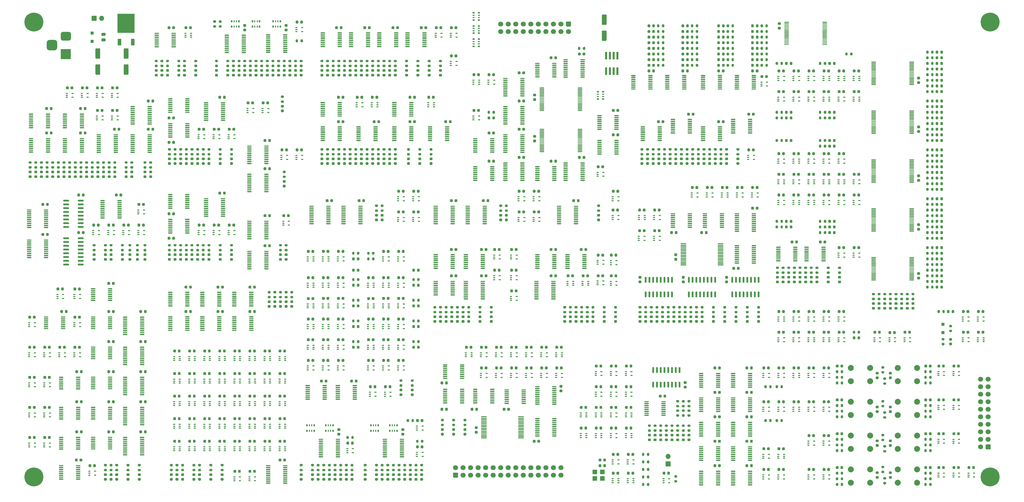
<source format=gbr>
G04 #@! TF.GenerationSoftware,KiCad,Pcbnew,(5.1.9)-1*
G04 #@! TF.CreationDate,2021-03-30T20:53:22+02:00*
G04 #@! TF.ProjectId,psMCU,70734d43-552e-46b6-9963-61645f706362,v0.1*
G04 #@! TF.SameCoordinates,Original*
G04 #@! TF.FileFunction,Soldermask,Top*
G04 #@! TF.FilePolarity,Negative*
%FSLAX46Y46*%
G04 Gerber Fmt 4.6, Leading zero omitted, Abs format (unit mm)*
G04 Created by KiCad (PCBNEW (5.1.9)-1) date 2021-03-30 20:53:22*
%MOMM*%
%LPD*%
G01*
G04 APERTURE LIST*
%ADD10R,0.650000X0.400000*%
%ADD11C,1.700000*%
%ADD12R,0.800000X0.500000*%
%ADD13R,0.800000X0.400000*%
%ADD14R,0.760000X2.650000*%
%ADD15R,0.500000X0.800000*%
%ADD16R,0.400000X0.800000*%
%ADD17R,1.600000X1.500000*%
%ADD18R,5.800000X6.400000*%
%ADD19R,1.200000X2.200000*%
%ADD20R,1.870000X0.380000*%
%ADD21C,2.000000*%
%ADD22O,1.700000X1.700000*%
%ADD23R,1.700000X1.700000*%
%ADD24R,3.500000X3.500000*%
%ADD25C,0.800000*%
%ADD26C,6.400000*%
%ADD27R,1.100000X1.100000*%
G04 APERTURE END LIST*
G36*
G01*
X194530000Y-97890000D02*
X194530000Y-97690000D01*
G75*
G02*
X194630000Y-97590000I100000J0D01*
G01*
X195905000Y-97590000D01*
G75*
G02*
X196005000Y-97690000I0J-100000D01*
G01*
X196005000Y-97890000D01*
G75*
G02*
X195905000Y-97990000I-100000J0D01*
G01*
X194630000Y-97990000D01*
G75*
G02*
X194530000Y-97890000I0J100000D01*
G01*
G37*
G36*
G01*
X194530000Y-98540000D02*
X194530000Y-98340000D01*
G75*
G02*
X194630000Y-98240000I100000J0D01*
G01*
X195905000Y-98240000D01*
G75*
G02*
X196005000Y-98340000I0J-100000D01*
G01*
X196005000Y-98540000D01*
G75*
G02*
X195905000Y-98640000I-100000J0D01*
G01*
X194630000Y-98640000D01*
G75*
G02*
X194530000Y-98540000I0J100000D01*
G01*
G37*
G36*
G01*
X194530000Y-99190000D02*
X194530000Y-98990000D01*
G75*
G02*
X194630000Y-98890000I100000J0D01*
G01*
X195905000Y-98890000D01*
G75*
G02*
X196005000Y-98990000I0J-100000D01*
G01*
X196005000Y-99190000D01*
G75*
G02*
X195905000Y-99290000I-100000J0D01*
G01*
X194630000Y-99290000D01*
G75*
G02*
X194530000Y-99190000I0J100000D01*
G01*
G37*
G36*
G01*
X194530000Y-99840000D02*
X194530000Y-99640000D01*
G75*
G02*
X194630000Y-99540000I100000J0D01*
G01*
X195905000Y-99540000D01*
G75*
G02*
X196005000Y-99640000I0J-100000D01*
G01*
X196005000Y-99840000D01*
G75*
G02*
X195905000Y-99940000I-100000J0D01*
G01*
X194630000Y-99940000D01*
G75*
G02*
X194530000Y-99840000I0J100000D01*
G01*
G37*
G36*
G01*
X194530000Y-100490000D02*
X194530000Y-100290000D01*
G75*
G02*
X194630000Y-100190000I100000J0D01*
G01*
X195905000Y-100190000D01*
G75*
G02*
X196005000Y-100290000I0J-100000D01*
G01*
X196005000Y-100490000D01*
G75*
G02*
X195905000Y-100590000I-100000J0D01*
G01*
X194630000Y-100590000D01*
G75*
G02*
X194530000Y-100490000I0J100000D01*
G01*
G37*
G36*
G01*
X194530000Y-101140000D02*
X194530000Y-100940000D01*
G75*
G02*
X194630000Y-100840000I100000J0D01*
G01*
X195905000Y-100840000D01*
G75*
G02*
X196005000Y-100940000I0J-100000D01*
G01*
X196005000Y-101140000D01*
G75*
G02*
X195905000Y-101240000I-100000J0D01*
G01*
X194630000Y-101240000D01*
G75*
G02*
X194530000Y-101140000I0J100000D01*
G01*
G37*
G36*
G01*
X194530000Y-101790000D02*
X194530000Y-101590000D01*
G75*
G02*
X194630000Y-101490000I100000J0D01*
G01*
X195905000Y-101490000D01*
G75*
G02*
X196005000Y-101590000I0J-100000D01*
G01*
X196005000Y-101790000D01*
G75*
G02*
X195905000Y-101890000I-100000J0D01*
G01*
X194630000Y-101890000D01*
G75*
G02*
X194530000Y-101790000I0J100000D01*
G01*
G37*
G36*
G01*
X194530000Y-102440000D02*
X194530000Y-102240000D01*
G75*
G02*
X194630000Y-102140000I100000J0D01*
G01*
X195905000Y-102140000D01*
G75*
G02*
X196005000Y-102240000I0J-100000D01*
G01*
X196005000Y-102440000D01*
G75*
G02*
X195905000Y-102540000I-100000J0D01*
G01*
X194630000Y-102540000D01*
G75*
G02*
X194530000Y-102440000I0J100000D01*
G01*
G37*
G36*
G01*
X188805000Y-102440000D02*
X188805000Y-102240000D01*
G75*
G02*
X188905000Y-102140000I100000J0D01*
G01*
X190180000Y-102140000D01*
G75*
G02*
X190280000Y-102240000I0J-100000D01*
G01*
X190280000Y-102440000D01*
G75*
G02*
X190180000Y-102540000I-100000J0D01*
G01*
X188905000Y-102540000D01*
G75*
G02*
X188805000Y-102440000I0J100000D01*
G01*
G37*
G36*
G01*
X188805000Y-101790000D02*
X188805000Y-101590000D01*
G75*
G02*
X188905000Y-101490000I100000J0D01*
G01*
X190180000Y-101490000D01*
G75*
G02*
X190280000Y-101590000I0J-100000D01*
G01*
X190280000Y-101790000D01*
G75*
G02*
X190180000Y-101890000I-100000J0D01*
G01*
X188905000Y-101890000D01*
G75*
G02*
X188805000Y-101790000I0J100000D01*
G01*
G37*
G36*
G01*
X188805000Y-101140000D02*
X188805000Y-100940000D01*
G75*
G02*
X188905000Y-100840000I100000J0D01*
G01*
X190180000Y-100840000D01*
G75*
G02*
X190280000Y-100940000I0J-100000D01*
G01*
X190280000Y-101140000D01*
G75*
G02*
X190180000Y-101240000I-100000J0D01*
G01*
X188905000Y-101240000D01*
G75*
G02*
X188805000Y-101140000I0J100000D01*
G01*
G37*
G36*
G01*
X188805000Y-100490000D02*
X188805000Y-100290000D01*
G75*
G02*
X188905000Y-100190000I100000J0D01*
G01*
X190180000Y-100190000D01*
G75*
G02*
X190280000Y-100290000I0J-100000D01*
G01*
X190280000Y-100490000D01*
G75*
G02*
X190180000Y-100590000I-100000J0D01*
G01*
X188905000Y-100590000D01*
G75*
G02*
X188805000Y-100490000I0J100000D01*
G01*
G37*
G36*
G01*
X188805000Y-99840000D02*
X188805000Y-99640000D01*
G75*
G02*
X188905000Y-99540000I100000J0D01*
G01*
X190180000Y-99540000D01*
G75*
G02*
X190280000Y-99640000I0J-100000D01*
G01*
X190280000Y-99840000D01*
G75*
G02*
X190180000Y-99940000I-100000J0D01*
G01*
X188905000Y-99940000D01*
G75*
G02*
X188805000Y-99840000I0J100000D01*
G01*
G37*
G36*
G01*
X188805000Y-99190000D02*
X188805000Y-98990000D01*
G75*
G02*
X188905000Y-98890000I100000J0D01*
G01*
X190180000Y-98890000D01*
G75*
G02*
X190280000Y-98990000I0J-100000D01*
G01*
X190280000Y-99190000D01*
G75*
G02*
X190180000Y-99290000I-100000J0D01*
G01*
X188905000Y-99290000D01*
G75*
G02*
X188805000Y-99190000I0J100000D01*
G01*
G37*
G36*
G01*
X188805000Y-98540000D02*
X188805000Y-98340000D01*
G75*
G02*
X188905000Y-98240000I100000J0D01*
G01*
X190180000Y-98240000D01*
G75*
G02*
X190280000Y-98340000I0J-100000D01*
G01*
X190280000Y-98540000D01*
G75*
G02*
X190180000Y-98640000I-100000J0D01*
G01*
X188905000Y-98640000D01*
G75*
G02*
X188805000Y-98540000I0J100000D01*
G01*
G37*
G36*
G01*
X188805000Y-97890000D02*
X188805000Y-97690000D01*
G75*
G02*
X188905000Y-97590000I100000J0D01*
G01*
X190180000Y-97590000D01*
G75*
G02*
X190280000Y-97690000I0J-100000D01*
G01*
X190280000Y-97890000D01*
G75*
G02*
X190180000Y-97990000I-100000J0D01*
G01*
X188905000Y-97990000D01*
G75*
G02*
X188805000Y-97890000I0J100000D01*
G01*
G37*
G36*
G01*
X270730000Y-210285000D02*
X270730000Y-210085000D01*
G75*
G02*
X270830000Y-209985000I100000J0D01*
G01*
X272105000Y-209985000D01*
G75*
G02*
X272205000Y-210085000I0J-100000D01*
G01*
X272205000Y-210285000D01*
G75*
G02*
X272105000Y-210385000I-100000J0D01*
G01*
X270830000Y-210385000D01*
G75*
G02*
X270730000Y-210285000I0J100000D01*
G01*
G37*
G36*
G01*
X270730000Y-210935000D02*
X270730000Y-210735000D01*
G75*
G02*
X270830000Y-210635000I100000J0D01*
G01*
X272105000Y-210635000D01*
G75*
G02*
X272205000Y-210735000I0J-100000D01*
G01*
X272205000Y-210935000D01*
G75*
G02*
X272105000Y-211035000I-100000J0D01*
G01*
X270830000Y-211035000D01*
G75*
G02*
X270730000Y-210935000I0J100000D01*
G01*
G37*
G36*
G01*
X270730000Y-211585000D02*
X270730000Y-211385000D01*
G75*
G02*
X270830000Y-211285000I100000J0D01*
G01*
X272105000Y-211285000D01*
G75*
G02*
X272205000Y-211385000I0J-100000D01*
G01*
X272205000Y-211585000D01*
G75*
G02*
X272105000Y-211685000I-100000J0D01*
G01*
X270830000Y-211685000D01*
G75*
G02*
X270730000Y-211585000I0J100000D01*
G01*
G37*
G36*
G01*
X270730000Y-212235000D02*
X270730000Y-212035000D01*
G75*
G02*
X270830000Y-211935000I100000J0D01*
G01*
X272105000Y-211935000D01*
G75*
G02*
X272205000Y-212035000I0J-100000D01*
G01*
X272205000Y-212235000D01*
G75*
G02*
X272105000Y-212335000I-100000J0D01*
G01*
X270830000Y-212335000D01*
G75*
G02*
X270730000Y-212235000I0J100000D01*
G01*
G37*
G36*
G01*
X270730000Y-212885000D02*
X270730000Y-212685000D01*
G75*
G02*
X270830000Y-212585000I100000J0D01*
G01*
X272105000Y-212585000D01*
G75*
G02*
X272205000Y-212685000I0J-100000D01*
G01*
X272205000Y-212885000D01*
G75*
G02*
X272105000Y-212985000I-100000J0D01*
G01*
X270830000Y-212985000D01*
G75*
G02*
X270730000Y-212885000I0J100000D01*
G01*
G37*
G36*
G01*
X270730000Y-213535000D02*
X270730000Y-213335000D01*
G75*
G02*
X270830000Y-213235000I100000J0D01*
G01*
X272105000Y-213235000D01*
G75*
G02*
X272205000Y-213335000I0J-100000D01*
G01*
X272205000Y-213535000D01*
G75*
G02*
X272105000Y-213635000I-100000J0D01*
G01*
X270830000Y-213635000D01*
G75*
G02*
X270730000Y-213535000I0J100000D01*
G01*
G37*
G36*
G01*
X270730000Y-214185000D02*
X270730000Y-213985000D01*
G75*
G02*
X270830000Y-213885000I100000J0D01*
G01*
X272105000Y-213885000D01*
G75*
G02*
X272205000Y-213985000I0J-100000D01*
G01*
X272205000Y-214185000D01*
G75*
G02*
X272105000Y-214285000I-100000J0D01*
G01*
X270830000Y-214285000D01*
G75*
G02*
X270730000Y-214185000I0J100000D01*
G01*
G37*
G36*
G01*
X270730000Y-214835000D02*
X270730000Y-214635000D01*
G75*
G02*
X270830000Y-214535000I100000J0D01*
G01*
X272105000Y-214535000D01*
G75*
G02*
X272205000Y-214635000I0J-100000D01*
G01*
X272205000Y-214835000D01*
G75*
G02*
X272105000Y-214935000I-100000J0D01*
G01*
X270830000Y-214935000D01*
G75*
G02*
X270730000Y-214835000I0J100000D01*
G01*
G37*
G36*
G01*
X265005000Y-214835000D02*
X265005000Y-214635000D01*
G75*
G02*
X265105000Y-214535000I100000J0D01*
G01*
X266380000Y-214535000D01*
G75*
G02*
X266480000Y-214635000I0J-100000D01*
G01*
X266480000Y-214835000D01*
G75*
G02*
X266380000Y-214935000I-100000J0D01*
G01*
X265105000Y-214935000D01*
G75*
G02*
X265005000Y-214835000I0J100000D01*
G01*
G37*
G36*
G01*
X265005000Y-214185000D02*
X265005000Y-213985000D01*
G75*
G02*
X265105000Y-213885000I100000J0D01*
G01*
X266380000Y-213885000D01*
G75*
G02*
X266480000Y-213985000I0J-100000D01*
G01*
X266480000Y-214185000D01*
G75*
G02*
X266380000Y-214285000I-100000J0D01*
G01*
X265105000Y-214285000D01*
G75*
G02*
X265005000Y-214185000I0J100000D01*
G01*
G37*
G36*
G01*
X265005000Y-213535000D02*
X265005000Y-213335000D01*
G75*
G02*
X265105000Y-213235000I100000J0D01*
G01*
X266380000Y-213235000D01*
G75*
G02*
X266480000Y-213335000I0J-100000D01*
G01*
X266480000Y-213535000D01*
G75*
G02*
X266380000Y-213635000I-100000J0D01*
G01*
X265105000Y-213635000D01*
G75*
G02*
X265005000Y-213535000I0J100000D01*
G01*
G37*
G36*
G01*
X265005000Y-212885000D02*
X265005000Y-212685000D01*
G75*
G02*
X265105000Y-212585000I100000J0D01*
G01*
X266380000Y-212585000D01*
G75*
G02*
X266480000Y-212685000I0J-100000D01*
G01*
X266480000Y-212885000D01*
G75*
G02*
X266380000Y-212985000I-100000J0D01*
G01*
X265105000Y-212985000D01*
G75*
G02*
X265005000Y-212885000I0J100000D01*
G01*
G37*
G36*
G01*
X265005000Y-212235000D02*
X265005000Y-212035000D01*
G75*
G02*
X265105000Y-211935000I100000J0D01*
G01*
X266380000Y-211935000D01*
G75*
G02*
X266480000Y-212035000I0J-100000D01*
G01*
X266480000Y-212235000D01*
G75*
G02*
X266380000Y-212335000I-100000J0D01*
G01*
X265105000Y-212335000D01*
G75*
G02*
X265005000Y-212235000I0J100000D01*
G01*
G37*
G36*
G01*
X265005000Y-211585000D02*
X265005000Y-211385000D01*
G75*
G02*
X265105000Y-211285000I100000J0D01*
G01*
X266380000Y-211285000D01*
G75*
G02*
X266480000Y-211385000I0J-100000D01*
G01*
X266480000Y-211585000D01*
G75*
G02*
X266380000Y-211685000I-100000J0D01*
G01*
X265105000Y-211685000D01*
G75*
G02*
X265005000Y-211585000I0J100000D01*
G01*
G37*
G36*
G01*
X265005000Y-210935000D02*
X265005000Y-210735000D01*
G75*
G02*
X265105000Y-210635000I100000J0D01*
G01*
X266380000Y-210635000D01*
G75*
G02*
X266480000Y-210735000I0J-100000D01*
G01*
X266480000Y-210935000D01*
G75*
G02*
X266380000Y-211035000I-100000J0D01*
G01*
X265105000Y-211035000D01*
G75*
G02*
X265005000Y-210935000I0J100000D01*
G01*
G37*
G36*
G01*
X265005000Y-210285000D02*
X265005000Y-210085000D01*
G75*
G02*
X265105000Y-209985000I100000J0D01*
G01*
X266380000Y-209985000D01*
G75*
G02*
X266480000Y-210085000I0J-100000D01*
G01*
X266480000Y-210285000D01*
G75*
G02*
X266380000Y-210385000I-100000J0D01*
G01*
X265105000Y-210385000D01*
G75*
G02*
X265005000Y-210285000I0J100000D01*
G01*
G37*
G36*
G01*
X270730000Y-202030000D02*
X270730000Y-201830000D01*
G75*
G02*
X270830000Y-201730000I100000J0D01*
G01*
X272105000Y-201730000D01*
G75*
G02*
X272205000Y-201830000I0J-100000D01*
G01*
X272205000Y-202030000D01*
G75*
G02*
X272105000Y-202130000I-100000J0D01*
G01*
X270830000Y-202130000D01*
G75*
G02*
X270730000Y-202030000I0J100000D01*
G01*
G37*
G36*
G01*
X270730000Y-202680000D02*
X270730000Y-202480000D01*
G75*
G02*
X270830000Y-202380000I100000J0D01*
G01*
X272105000Y-202380000D01*
G75*
G02*
X272205000Y-202480000I0J-100000D01*
G01*
X272205000Y-202680000D01*
G75*
G02*
X272105000Y-202780000I-100000J0D01*
G01*
X270830000Y-202780000D01*
G75*
G02*
X270730000Y-202680000I0J100000D01*
G01*
G37*
G36*
G01*
X270730000Y-203330000D02*
X270730000Y-203130000D01*
G75*
G02*
X270830000Y-203030000I100000J0D01*
G01*
X272105000Y-203030000D01*
G75*
G02*
X272205000Y-203130000I0J-100000D01*
G01*
X272205000Y-203330000D01*
G75*
G02*
X272105000Y-203430000I-100000J0D01*
G01*
X270830000Y-203430000D01*
G75*
G02*
X270730000Y-203330000I0J100000D01*
G01*
G37*
G36*
G01*
X270730000Y-203980000D02*
X270730000Y-203780000D01*
G75*
G02*
X270830000Y-203680000I100000J0D01*
G01*
X272105000Y-203680000D01*
G75*
G02*
X272205000Y-203780000I0J-100000D01*
G01*
X272205000Y-203980000D01*
G75*
G02*
X272105000Y-204080000I-100000J0D01*
G01*
X270830000Y-204080000D01*
G75*
G02*
X270730000Y-203980000I0J100000D01*
G01*
G37*
G36*
G01*
X270730000Y-204630000D02*
X270730000Y-204430000D01*
G75*
G02*
X270830000Y-204330000I100000J0D01*
G01*
X272105000Y-204330000D01*
G75*
G02*
X272205000Y-204430000I0J-100000D01*
G01*
X272205000Y-204630000D01*
G75*
G02*
X272105000Y-204730000I-100000J0D01*
G01*
X270830000Y-204730000D01*
G75*
G02*
X270730000Y-204630000I0J100000D01*
G01*
G37*
G36*
G01*
X270730000Y-205280000D02*
X270730000Y-205080000D01*
G75*
G02*
X270830000Y-204980000I100000J0D01*
G01*
X272105000Y-204980000D01*
G75*
G02*
X272205000Y-205080000I0J-100000D01*
G01*
X272205000Y-205280000D01*
G75*
G02*
X272105000Y-205380000I-100000J0D01*
G01*
X270830000Y-205380000D01*
G75*
G02*
X270730000Y-205280000I0J100000D01*
G01*
G37*
G36*
G01*
X270730000Y-205930000D02*
X270730000Y-205730000D01*
G75*
G02*
X270830000Y-205630000I100000J0D01*
G01*
X272105000Y-205630000D01*
G75*
G02*
X272205000Y-205730000I0J-100000D01*
G01*
X272205000Y-205930000D01*
G75*
G02*
X272105000Y-206030000I-100000J0D01*
G01*
X270830000Y-206030000D01*
G75*
G02*
X270730000Y-205930000I0J100000D01*
G01*
G37*
G36*
G01*
X270730000Y-206580000D02*
X270730000Y-206380000D01*
G75*
G02*
X270830000Y-206280000I100000J0D01*
G01*
X272105000Y-206280000D01*
G75*
G02*
X272205000Y-206380000I0J-100000D01*
G01*
X272205000Y-206580000D01*
G75*
G02*
X272105000Y-206680000I-100000J0D01*
G01*
X270830000Y-206680000D01*
G75*
G02*
X270730000Y-206580000I0J100000D01*
G01*
G37*
G36*
G01*
X265005000Y-206580000D02*
X265005000Y-206380000D01*
G75*
G02*
X265105000Y-206280000I100000J0D01*
G01*
X266380000Y-206280000D01*
G75*
G02*
X266480000Y-206380000I0J-100000D01*
G01*
X266480000Y-206580000D01*
G75*
G02*
X266380000Y-206680000I-100000J0D01*
G01*
X265105000Y-206680000D01*
G75*
G02*
X265005000Y-206580000I0J100000D01*
G01*
G37*
G36*
G01*
X265005000Y-205930000D02*
X265005000Y-205730000D01*
G75*
G02*
X265105000Y-205630000I100000J0D01*
G01*
X266380000Y-205630000D01*
G75*
G02*
X266480000Y-205730000I0J-100000D01*
G01*
X266480000Y-205930000D01*
G75*
G02*
X266380000Y-206030000I-100000J0D01*
G01*
X265105000Y-206030000D01*
G75*
G02*
X265005000Y-205930000I0J100000D01*
G01*
G37*
G36*
G01*
X265005000Y-205280000D02*
X265005000Y-205080000D01*
G75*
G02*
X265105000Y-204980000I100000J0D01*
G01*
X266380000Y-204980000D01*
G75*
G02*
X266480000Y-205080000I0J-100000D01*
G01*
X266480000Y-205280000D01*
G75*
G02*
X266380000Y-205380000I-100000J0D01*
G01*
X265105000Y-205380000D01*
G75*
G02*
X265005000Y-205280000I0J100000D01*
G01*
G37*
G36*
G01*
X265005000Y-204630000D02*
X265005000Y-204430000D01*
G75*
G02*
X265105000Y-204330000I100000J0D01*
G01*
X266380000Y-204330000D01*
G75*
G02*
X266480000Y-204430000I0J-100000D01*
G01*
X266480000Y-204630000D01*
G75*
G02*
X266380000Y-204730000I-100000J0D01*
G01*
X265105000Y-204730000D01*
G75*
G02*
X265005000Y-204630000I0J100000D01*
G01*
G37*
G36*
G01*
X265005000Y-203980000D02*
X265005000Y-203780000D01*
G75*
G02*
X265105000Y-203680000I100000J0D01*
G01*
X266380000Y-203680000D01*
G75*
G02*
X266480000Y-203780000I0J-100000D01*
G01*
X266480000Y-203980000D01*
G75*
G02*
X266380000Y-204080000I-100000J0D01*
G01*
X265105000Y-204080000D01*
G75*
G02*
X265005000Y-203980000I0J100000D01*
G01*
G37*
G36*
G01*
X265005000Y-203330000D02*
X265005000Y-203130000D01*
G75*
G02*
X265105000Y-203030000I100000J0D01*
G01*
X266380000Y-203030000D01*
G75*
G02*
X266480000Y-203130000I0J-100000D01*
G01*
X266480000Y-203330000D01*
G75*
G02*
X266380000Y-203430000I-100000J0D01*
G01*
X265105000Y-203430000D01*
G75*
G02*
X265005000Y-203330000I0J100000D01*
G01*
G37*
G36*
G01*
X265005000Y-202680000D02*
X265005000Y-202480000D01*
G75*
G02*
X265105000Y-202380000I100000J0D01*
G01*
X266380000Y-202380000D01*
G75*
G02*
X266480000Y-202480000I0J-100000D01*
G01*
X266480000Y-202680000D01*
G75*
G02*
X266380000Y-202780000I-100000J0D01*
G01*
X265105000Y-202780000D01*
G75*
G02*
X265005000Y-202680000I0J100000D01*
G01*
G37*
G36*
G01*
X265005000Y-202030000D02*
X265005000Y-201830000D01*
G75*
G02*
X265105000Y-201730000I100000J0D01*
G01*
X266380000Y-201730000D01*
G75*
G02*
X266480000Y-201830000I0J-100000D01*
G01*
X266480000Y-202030000D01*
G75*
G02*
X266380000Y-202130000I-100000J0D01*
G01*
X265105000Y-202130000D01*
G75*
G02*
X265005000Y-202030000I0J100000D01*
G01*
G37*
G36*
G01*
X270730000Y-193775000D02*
X270730000Y-193575000D01*
G75*
G02*
X270830000Y-193475000I100000J0D01*
G01*
X272105000Y-193475000D01*
G75*
G02*
X272205000Y-193575000I0J-100000D01*
G01*
X272205000Y-193775000D01*
G75*
G02*
X272105000Y-193875000I-100000J0D01*
G01*
X270830000Y-193875000D01*
G75*
G02*
X270730000Y-193775000I0J100000D01*
G01*
G37*
G36*
G01*
X270730000Y-194425000D02*
X270730000Y-194225000D01*
G75*
G02*
X270830000Y-194125000I100000J0D01*
G01*
X272105000Y-194125000D01*
G75*
G02*
X272205000Y-194225000I0J-100000D01*
G01*
X272205000Y-194425000D01*
G75*
G02*
X272105000Y-194525000I-100000J0D01*
G01*
X270830000Y-194525000D01*
G75*
G02*
X270730000Y-194425000I0J100000D01*
G01*
G37*
G36*
G01*
X270730000Y-195075000D02*
X270730000Y-194875000D01*
G75*
G02*
X270830000Y-194775000I100000J0D01*
G01*
X272105000Y-194775000D01*
G75*
G02*
X272205000Y-194875000I0J-100000D01*
G01*
X272205000Y-195075000D01*
G75*
G02*
X272105000Y-195175000I-100000J0D01*
G01*
X270830000Y-195175000D01*
G75*
G02*
X270730000Y-195075000I0J100000D01*
G01*
G37*
G36*
G01*
X270730000Y-195725000D02*
X270730000Y-195525000D01*
G75*
G02*
X270830000Y-195425000I100000J0D01*
G01*
X272105000Y-195425000D01*
G75*
G02*
X272205000Y-195525000I0J-100000D01*
G01*
X272205000Y-195725000D01*
G75*
G02*
X272105000Y-195825000I-100000J0D01*
G01*
X270830000Y-195825000D01*
G75*
G02*
X270730000Y-195725000I0J100000D01*
G01*
G37*
G36*
G01*
X270730000Y-196375000D02*
X270730000Y-196175000D01*
G75*
G02*
X270830000Y-196075000I100000J0D01*
G01*
X272105000Y-196075000D01*
G75*
G02*
X272205000Y-196175000I0J-100000D01*
G01*
X272205000Y-196375000D01*
G75*
G02*
X272105000Y-196475000I-100000J0D01*
G01*
X270830000Y-196475000D01*
G75*
G02*
X270730000Y-196375000I0J100000D01*
G01*
G37*
G36*
G01*
X270730000Y-197025000D02*
X270730000Y-196825000D01*
G75*
G02*
X270830000Y-196725000I100000J0D01*
G01*
X272105000Y-196725000D01*
G75*
G02*
X272205000Y-196825000I0J-100000D01*
G01*
X272205000Y-197025000D01*
G75*
G02*
X272105000Y-197125000I-100000J0D01*
G01*
X270830000Y-197125000D01*
G75*
G02*
X270730000Y-197025000I0J100000D01*
G01*
G37*
G36*
G01*
X270730000Y-197675000D02*
X270730000Y-197475000D01*
G75*
G02*
X270830000Y-197375000I100000J0D01*
G01*
X272105000Y-197375000D01*
G75*
G02*
X272205000Y-197475000I0J-100000D01*
G01*
X272205000Y-197675000D01*
G75*
G02*
X272105000Y-197775000I-100000J0D01*
G01*
X270830000Y-197775000D01*
G75*
G02*
X270730000Y-197675000I0J100000D01*
G01*
G37*
G36*
G01*
X270730000Y-198325000D02*
X270730000Y-198125000D01*
G75*
G02*
X270830000Y-198025000I100000J0D01*
G01*
X272105000Y-198025000D01*
G75*
G02*
X272205000Y-198125000I0J-100000D01*
G01*
X272205000Y-198325000D01*
G75*
G02*
X272105000Y-198425000I-100000J0D01*
G01*
X270830000Y-198425000D01*
G75*
G02*
X270730000Y-198325000I0J100000D01*
G01*
G37*
G36*
G01*
X265005000Y-198325000D02*
X265005000Y-198125000D01*
G75*
G02*
X265105000Y-198025000I100000J0D01*
G01*
X266380000Y-198025000D01*
G75*
G02*
X266480000Y-198125000I0J-100000D01*
G01*
X266480000Y-198325000D01*
G75*
G02*
X266380000Y-198425000I-100000J0D01*
G01*
X265105000Y-198425000D01*
G75*
G02*
X265005000Y-198325000I0J100000D01*
G01*
G37*
G36*
G01*
X265005000Y-197675000D02*
X265005000Y-197475000D01*
G75*
G02*
X265105000Y-197375000I100000J0D01*
G01*
X266380000Y-197375000D01*
G75*
G02*
X266480000Y-197475000I0J-100000D01*
G01*
X266480000Y-197675000D01*
G75*
G02*
X266380000Y-197775000I-100000J0D01*
G01*
X265105000Y-197775000D01*
G75*
G02*
X265005000Y-197675000I0J100000D01*
G01*
G37*
G36*
G01*
X265005000Y-197025000D02*
X265005000Y-196825000D01*
G75*
G02*
X265105000Y-196725000I100000J0D01*
G01*
X266380000Y-196725000D01*
G75*
G02*
X266480000Y-196825000I0J-100000D01*
G01*
X266480000Y-197025000D01*
G75*
G02*
X266380000Y-197125000I-100000J0D01*
G01*
X265105000Y-197125000D01*
G75*
G02*
X265005000Y-197025000I0J100000D01*
G01*
G37*
G36*
G01*
X265005000Y-196375000D02*
X265005000Y-196175000D01*
G75*
G02*
X265105000Y-196075000I100000J0D01*
G01*
X266380000Y-196075000D01*
G75*
G02*
X266480000Y-196175000I0J-100000D01*
G01*
X266480000Y-196375000D01*
G75*
G02*
X266380000Y-196475000I-100000J0D01*
G01*
X265105000Y-196475000D01*
G75*
G02*
X265005000Y-196375000I0J100000D01*
G01*
G37*
G36*
G01*
X265005000Y-195725000D02*
X265005000Y-195525000D01*
G75*
G02*
X265105000Y-195425000I100000J0D01*
G01*
X266380000Y-195425000D01*
G75*
G02*
X266480000Y-195525000I0J-100000D01*
G01*
X266480000Y-195725000D01*
G75*
G02*
X266380000Y-195825000I-100000J0D01*
G01*
X265105000Y-195825000D01*
G75*
G02*
X265005000Y-195725000I0J100000D01*
G01*
G37*
G36*
G01*
X265005000Y-195075000D02*
X265005000Y-194875000D01*
G75*
G02*
X265105000Y-194775000I100000J0D01*
G01*
X266380000Y-194775000D01*
G75*
G02*
X266480000Y-194875000I0J-100000D01*
G01*
X266480000Y-195075000D01*
G75*
G02*
X266380000Y-195175000I-100000J0D01*
G01*
X265105000Y-195175000D01*
G75*
G02*
X265005000Y-195075000I0J100000D01*
G01*
G37*
G36*
G01*
X265005000Y-194425000D02*
X265005000Y-194225000D01*
G75*
G02*
X265105000Y-194125000I100000J0D01*
G01*
X266380000Y-194125000D01*
G75*
G02*
X266480000Y-194225000I0J-100000D01*
G01*
X266480000Y-194425000D01*
G75*
G02*
X266380000Y-194525000I-100000J0D01*
G01*
X265105000Y-194525000D01*
G75*
G02*
X265005000Y-194425000I0J100000D01*
G01*
G37*
G36*
G01*
X265005000Y-193775000D02*
X265005000Y-193575000D01*
G75*
G02*
X265105000Y-193475000I100000J0D01*
G01*
X266380000Y-193475000D01*
G75*
G02*
X266480000Y-193575000I0J-100000D01*
G01*
X266480000Y-193775000D01*
G75*
G02*
X266380000Y-193875000I-100000J0D01*
G01*
X265105000Y-193875000D01*
G75*
G02*
X265005000Y-193775000I0J100000D01*
G01*
G37*
G36*
G01*
X270730000Y-185520000D02*
X270730000Y-185320000D01*
G75*
G02*
X270830000Y-185220000I100000J0D01*
G01*
X272105000Y-185220000D01*
G75*
G02*
X272205000Y-185320000I0J-100000D01*
G01*
X272205000Y-185520000D01*
G75*
G02*
X272105000Y-185620000I-100000J0D01*
G01*
X270830000Y-185620000D01*
G75*
G02*
X270730000Y-185520000I0J100000D01*
G01*
G37*
G36*
G01*
X270730000Y-186170000D02*
X270730000Y-185970000D01*
G75*
G02*
X270830000Y-185870000I100000J0D01*
G01*
X272105000Y-185870000D01*
G75*
G02*
X272205000Y-185970000I0J-100000D01*
G01*
X272205000Y-186170000D01*
G75*
G02*
X272105000Y-186270000I-100000J0D01*
G01*
X270830000Y-186270000D01*
G75*
G02*
X270730000Y-186170000I0J100000D01*
G01*
G37*
G36*
G01*
X270730000Y-186820000D02*
X270730000Y-186620000D01*
G75*
G02*
X270830000Y-186520000I100000J0D01*
G01*
X272105000Y-186520000D01*
G75*
G02*
X272205000Y-186620000I0J-100000D01*
G01*
X272205000Y-186820000D01*
G75*
G02*
X272105000Y-186920000I-100000J0D01*
G01*
X270830000Y-186920000D01*
G75*
G02*
X270730000Y-186820000I0J100000D01*
G01*
G37*
G36*
G01*
X270730000Y-187470000D02*
X270730000Y-187270000D01*
G75*
G02*
X270830000Y-187170000I100000J0D01*
G01*
X272105000Y-187170000D01*
G75*
G02*
X272205000Y-187270000I0J-100000D01*
G01*
X272205000Y-187470000D01*
G75*
G02*
X272105000Y-187570000I-100000J0D01*
G01*
X270830000Y-187570000D01*
G75*
G02*
X270730000Y-187470000I0J100000D01*
G01*
G37*
G36*
G01*
X270730000Y-188120000D02*
X270730000Y-187920000D01*
G75*
G02*
X270830000Y-187820000I100000J0D01*
G01*
X272105000Y-187820000D01*
G75*
G02*
X272205000Y-187920000I0J-100000D01*
G01*
X272205000Y-188120000D01*
G75*
G02*
X272105000Y-188220000I-100000J0D01*
G01*
X270830000Y-188220000D01*
G75*
G02*
X270730000Y-188120000I0J100000D01*
G01*
G37*
G36*
G01*
X270730000Y-188770000D02*
X270730000Y-188570000D01*
G75*
G02*
X270830000Y-188470000I100000J0D01*
G01*
X272105000Y-188470000D01*
G75*
G02*
X272205000Y-188570000I0J-100000D01*
G01*
X272205000Y-188770000D01*
G75*
G02*
X272105000Y-188870000I-100000J0D01*
G01*
X270830000Y-188870000D01*
G75*
G02*
X270730000Y-188770000I0J100000D01*
G01*
G37*
G36*
G01*
X270730000Y-189420000D02*
X270730000Y-189220000D01*
G75*
G02*
X270830000Y-189120000I100000J0D01*
G01*
X272105000Y-189120000D01*
G75*
G02*
X272205000Y-189220000I0J-100000D01*
G01*
X272205000Y-189420000D01*
G75*
G02*
X272105000Y-189520000I-100000J0D01*
G01*
X270830000Y-189520000D01*
G75*
G02*
X270730000Y-189420000I0J100000D01*
G01*
G37*
G36*
G01*
X270730000Y-190070000D02*
X270730000Y-189870000D01*
G75*
G02*
X270830000Y-189770000I100000J0D01*
G01*
X272105000Y-189770000D01*
G75*
G02*
X272205000Y-189870000I0J-100000D01*
G01*
X272205000Y-190070000D01*
G75*
G02*
X272105000Y-190170000I-100000J0D01*
G01*
X270830000Y-190170000D01*
G75*
G02*
X270730000Y-190070000I0J100000D01*
G01*
G37*
G36*
G01*
X265005000Y-190070000D02*
X265005000Y-189870000D01*
G75*
G02*
X265105000Y-189770000I100000J0D01*
G01*
X266380000Y-189770000D01*
G75*
G02*
X266480000Y-189870000I0J-100000D01*
G01*
X266480000Y-190070000D01*
G75*
G02*
X266380000Y-190170000I-100000J0D01*
G01*
X265105000Y-190170000D01*
G75*
G02*
X265005000Y-190070000I0J100000D01*
G01*
G37*
G36*
G01*
X265005000Y-189420000D02*
X265005000Y-189220000D01*
G75*
G02*
X265105000Y-189120000I100000J0D01*
G01*
X266380000Y-189120000D01*
G75*
G02*
X266480000Y-189220000I0J-100000D01*
G01*
X266480000Y-189420000D01*
G75*
G02*
X266380000Y-189520000I-100000J0D01*
G01*
X265105000Y-189520000D01*
G75*
G02*
X265005000Y-189420000I0J100000D01*
G01*
G37*
G36*
G01*
X265005000Y-188770000D02*
X265005000Y-188570000D01*
G75*
G02*
X265105000Y-188470000I100000J0D01*
G01*
X266380000Y-188470000D01*
G75*
G02*
X266480000Y-188570000I0J-100000D01*
G01*
X266480000Y-188770000D01*
G75*
G02*
X266380000Y-188870000I-100000J0D01*
G01*
X265105000Y-188870000D01*
G75*
G02*
X265005000Y-188770000I0J100000D01*
G01*
G37*
G36*
G01*
X265005000Y-188120000D02*
X265005000Y-187920000D01*
G75*
G02*
X265105000Y-187820000I100000J0D01*
G01*
X266380000Y-187820000D01*
G75*
G02*
X266480000Y-187920000I0J-100000D01*
G01*
X266480000Y-188120000D01*
G75*
G02*
X266380000Y-188220000I-100000J0D01*
G01*
X265105000Y-188220000D01*
G75*
G02*
X265005000Y-188120000I0J100000D01*
G01*
G37*
G36*
G01*
X265005000Y-187470000D02*
X265005000Y-187270000D01*
G75*
G02*
X265105000Y-187170000I100000J0D01*
G01*
X266380000Y-187170000D01*
G75*
G02*
X266480000Y-187270000I0J-100000D01*
G01*
X266480000Y-187470000D01*
G75*
G02*
X266380000Y-187570000I-100000J0D01*
G01*
X265105000Y-187570000D01*
G75*
G02*
X265005000Y-187470000I0J100000D01*
G01*
G37*
G36*
G01*
X265005000Y-186820000D02*
X265005000Y-186620000D01*
G75*
G02*
X265105000Y-186520000I100000J0D01*
G01*
X266380000Y-186520000D01*
G75*
G02*
X266480000Y-186620000I0J-100000D01*
G01*
X266480000Y-186820000D01*
G75*
G02*
X266380000Y-186920000I-100000J0D01*
G01*
X265105000Y-186920000D01*
G75*
G02*
X265005000Y-186820000I0J100000D01*
G01*
G37*
G36*
G01*
X265005000Y-186170000D02*
X265005000Y-185970000D01*
G75*
G02*
X265105000Y-185870000I100000J0D01*
G01*
X266380000Y-185870000D01*
G75*
G02*
X266480000Y-185970000I0J-100000D01*
G01*
X266480000Y-186170000D01*
G75*
G02*
X266380000Y-186270000I-100000J0D01*
G01*
X265105000Y-186270000D01*
G75*
G02*
X265005000Y-186170000I0J100000D01*
G01*
G37*
G36*
G01*
X265005000Y-185520000D02*
X265005000Y-185320000D01*
G75*
G02*
X265105000Y-185220000I100000J0D01*
G01*
X266380000Y-185220000D01*
G75*
G02*
X266480000Y-185320000I0J-100000D01*
G01*
X266480000Y-185520000D01*
G75*
G02*
X266380000Y-185620000I-100000J0D01*
G01*
X265105000Y-185620000D01*
G75*
G02*
X265005000Y-185520000I0J100000D01*
G01*
G37*
G36*
G01*
X270730000Y-177265000D02*
X270730000Y-177065000D01*
G75*
G02*
X270830000Y-176965000I100000J0D01*
G01*
X272105000Y-176965000D01*
G75*
G02*
X272205000Y-177065000I0J-100000D01*
G01*
X272205000Y-177265000D01*
G75*
G02*
X272105000Y-177365000I-100000J0D01*
G01*
X270830000Y-177365000D01*
G75*
G02*
X270730000Y-177265000I0J100000D01*
G01*
G37*
G36*
G01*
X270730000Y-177915000D02*
X270730000Y-177715000D01*
G75*
G02*
X270830000Y-177615000I100000J0D01*
G01*
X272105000Y-177615000D01*
G75*
G02*
X272205000Y-177715000I0J-100000D01*
G01*
X272205000Y-177915000D01*
G75*
G02*
X272105000Y-178015000I-100000J0D01*
G01*
X270830000Y-178015000D01*
G75*
G02*
X270730000Y-177915000I0J100000D01*
G01*
G37*
G36*
G01*
X270730000Y-178565000D02*
X270730000Y-178365000D01*
G75*
G02*
X270830000Y-178265000I100000J0D01*
G01*
X272105000Y-178265000D01*
G75*
G02*
X272205000Y-178365000I0J-100000D01*
G01*
X272205000Y-178565000D01*
G75*
G02*
X272105000Y-178665000I-100000J0D01*
G01*
X270830000Y-178665000D01*
G75*
G02*
X270730000Y-178565000I0J100000D01*
G01*
G37*
G36*
G01*
X270730000Y-179215000D02*
X270730000Y-179015000D01*
G75*
G02*
X270830000Y-178915000I100000J0D01*
G01*
X272105000Y-178915000D01*
G75*
G02*
X272205000Y-179015000I0J-100000D01*
G01*
X272205000Y-179215000D01*
G75*
G02*
X272105000Y-179315000I-100000J0D01*
G01*
X270830000Y-179315000D01*
G75*
G02*
X270730000Y-179215000I0J100000D01*
G01*
G37*
G36*
G01*
X270730000Y-179865000D02*
X270730000Y-179665000D01*
G75*
G02*
X270830000Y-179565000I100000J0D01*
G01*
X272105000Y-179565000D01*
G75*
G02*
X272205000Y-179665000I0J-100000D01*
G01*
X272205000Y-179865000D01*
G75*
G02*
X272105000Y-179965000I-100000J0D01*
G01*
X270830000Y-179965000D01*
G75*
G02*
X270730000Y-179865000I0J100000D01*
G01*
G37*
G36*
G01*
X270730000Y-180515000D02*
X270730000Y-180315000D01*
G75*
G02*
X270830000Y-180215000I100000J0D01*
G01*
X272105000Y-180215000D01*
G75*
G02*
X272205000Y-180315000I0J-100000D01*
G01*
X272205000Y-180515000D01*
G75*
G02*
X272105000Y-180615000I-100000J0D01*
G01*
X270830000Y-180615000D01*
G75*
G02*
X270730000Y-180515000I0J100000D01*
G01*
G37*
G36*
G01*
X270730000Y-181165000D02*
X270730000Y-180965000D01*
G75*
G02*
X270830000Y-180865000I100000J0D01*
G01*
X272105000Y-180865000D01*
G75*
G02*
X272205000Y-180965000I0J-100000D01*
G01*
X272205000Y-181165000D01*
G75*
G02*
X272105000Y-181265000I-100000J0D01*
G01*
X270830000Y-181265000D01*
G75*
G02*
X270730000Y-181165000I0J100000D01*
G01*
G37*
G36*
G01*
X270730000Y-181815000D02*
X270730000Y-181615000D01*
G75*
G02*
X270830000Y-181515000I100000J0D01*
G01*
X272105000Y-181515000D01*
G75*
G02*
X272205000Y-181615000I0J-100000D01*
G01*
X272205000Y-181815000D01*
G75*
G02*
X272105000Y-181915000I-100000J0D01*
G01*
X270830000Y-181915000D01*
G75*
G02*
X270730000Y-181815000I0J100000D01*
G01*
G37*
G36*
G01*
X265005000Y-181815000D02*
X265005000Y-181615000D01*
G75*
G02*
X265105000Y-181515000I100000J0D01*
G01*
X266380000Y-181515000D01*
G75*
G02*
X266480000Y-181615000I0J-100000D01*
G01*
X266480000Y-181815000D01*
G75*
G02*
X266380000Y-181915000I-100000J0D01*
G01*
X265105000Y-181915000D01*
G75*
G02*
X265005000Y-181815000I0J100000D01*
G01*
G37*
G36*
G01*
X265005000Y-181165000D02*
X265005000Y-180965000D01*
G75*
G02*
X265105000Y-180865000I100000J0D01*
G01*
X266380000Y-180865000D01*
G75*
G02*
X266480000Y-180965000I0J-100000D01*
G01*
X266480000Y-181165000D01*
G75*
G02*
X266380000Y-181265000I-100000J0D01*
G01*
X265105000Y-181265000D01*
G75*
G02*
X265005000Y-181165000I0J100000D01*
G01*
G37*
G36*
G01*
X265005000Y-180515000D02*
X265005000Y-180315000D01*
G75*
G02*
X265105000Y-180215000I100000J0D01*
G01*
X266380000Y-180215000D01*
G75*
G02*
X266480000Y-180315000I0J-100000D01*
G01*
X266480000Y-180515000D01*
G75*
G02*
X266380000Y-180615000I-100000J0D01*
G01*
X265105000Y-180615000D01*
G75*
G02*
X265005000Y-180515000I0J100000D01*
G01*
G37*
G36*
G01*
X265005000Y-179865000D02*
X265005000Y-179665000D01*
G75*
G02*
X265105000Y-179565000I100000J0D01*
G01*
X266380000Y-179565000D01*
G75*
G02*
X266480000Y-179665000I0J-100000D01*
G01*
X266480000Y-179865000D01*
G75*
G02*
X266380000Y-179965000I-100000J0D01*
G01*
X265105000Y-179965000D01*
G75*
G02*
X265005000Y-179865000I0J100000D01*
G01*
G37*
G36*
G01*
X265005000Y-179215000D02*
X265005000Y-179015000D01*
G75*
G02*
X265105000Y-178915000I100000J0D01*
G01*
X266380000Y-178915000D01*
G75*
G02*
X266480000Y-179015000I0J-100000D01*
G01*
X266480000Y-179215000D01*
G75*
G02*
X266380000Y-179315000I-100000J0D01*
G01*
X265105000Y-179315000D01*
G75*
G02*
X265005000Y-179215000I0J100000D01*
G01*
G37*
G36*
G01*
X265005000Y-178565000D02*
X265005000Y-178365000D01*
G75*
G02*
X265105000Y-178265000I100000J0D01*
G01*
X266380000Y-178265000D01*
G75*
G02*
X266480000Y-178365000I0J-100000D01*
G01*
X266480000Y-178565000D01*
G75*
G02*
X266380000Y-178665000I-100000J0D01*
G01*
X265105000Y-178665000D01*
G75*
G02*
X265005000Y-178565000I0J100000D01*
G01*
G37*
G36*
G01*
X265005000Y-177915000D02*
X265005000Y-177715000D01*
G75*
G02*
X265105000Y-177615000I100000J0D01*
G01*
X266380000Y-177615000D01*
G75*
G02*
X266480000Y-177715000I0J-100000D01*
G01*
X266480000Y-177915000D01*
G75*
G02*
X266380000Y-178015000I-100000J0D01*
G01*
X265105000Y-178015000D01*
G75*
G02*
X265005000Y-177915000I0J100000D01*
G01*
G37*
G36*
G01*
X265005000Y-177265000D02*
X265005000Y-177065000D01*
G75*
G02*
X265105000Y-176965000I100000J0D01*
G01*
X266380000Y-176965000D01*
G75*
G02*
X266480000Y-177065000I0J-100000D01*
G01*
X266480000Y-177265000D01*
G75*
G02*
X266380000Y-177365000I-100000J0D01*
G01*
X265105000Y-177365000D01*
G75*
G02*
X265005000Y-177265000I0J100000D01*
G01*
G37*
G36*
G01*
X306290000Y-134615000D02*
X306290000Y-134415000D01*
G75*
G02*
X306390000Y-134315000I100000J0D01*
G01*
X307665000Y-134315000D01*
G75*
G02*
X307765000Y-134415000I0J-100000D01*
G01*
X307765000Y-134615000D01*
G75*
G02*
X307665000Y-134715000I-100000J0D01*
G01*
X306390000Y-134715000D01*
G75*
G02*
X306290000Y-134615000I0J100000D01*
G01*
G37*
G36*
G01*
X306290000Y-135265000D02*
X306290000Y-135065000D01*
G75*
G02*
X306390000Y-134965000I100000J0D01*
G01*
X307665000Y-134965000D01*
G75*
G02*
X307765000Y-135065000I0J-100000D01*
G01*
X307765000Y-135265000D01*
G75*
G02*
X307665000Y-135365000I-100000J0D01*
G01*
X306390000Y-135365000D01*
G75*
G02*
X306290000Y-135265000I0J100000D01*
G01*
G37*
G36*
G01*
X306290000Y-135915000D02*
X306290000Y-135715000D01*
G75*
G02*
X306390000Y-135615000I100000J0D01*
G01*
X307665000Y-135615000D01*
G75*
G02*
X307765000Y-135715000I0J-100000D01*
G01*
X307765000Y-135915000D01*
G75*
G02*
X307665000Y-136015000I-100000J0D01*
G01*
X306390000Y-136015000D01*
G75*
G02*
X306290000Y-135915000I0J100000D01*
G01*
G37*
G36*
G01*
X306290000Y-136565000D02*
X306290000Y-136365000D01*
G75*
G02*
X306390000Y-136265000I100000J0D01*
G01*
X307665000Y-136265000D01*
G75*
G02*
X307765000Y-136365000I0J-100000D01*
G01*
X307765000Y-136565000D01*
G75*
G02*
X307665000Y-136665000I-100000J0D01*
G01*
X306390000Y-136665000D01*
G75*
G02*
X306290000Y-136565000I0J100000D01*
G01*
G37*
G36*
G01*
X306290000Y-137215000D02*
X306290000Y-137015000D01*
G75*
G02*
X306390000Y-136915000I100000J0D01*
G01*
X307665000Y-136915000D01*
G75*
G02*
X307765000Y-137015000I0J-100000D01*
G01*
X307765000Y-137215000D01*
G75*
G02*
X307665000Y-137315000I-100000J0D01*
G01*
X306390000Y-137315000D01*
G75*
G02*
X306290000Y-137215000I0J100000D01*
G01*
G37*
G36*
G01*
X306290000Y-137865000D02*
X306290000Y-137665000D01*
G75*
G02*
X306390000Y-137565000I100000J0D01*
G01*
X307665000Y-137565000D01*
G75*
G02*
X307765000Y-137665000I0J-100000D01*
G01*
X307765000Y-137865000D01*
G75*
G02*
X307665000Y-137965000I-100000J0D01*
G01*
X306390000Y-137965000D01*
G75*
G02*
X306290000Y-137865000I0J100000D01*
G01*
G37*
G36*
G01*
X306290000Y-138515000D02*
X306290000Y-138315000D01*
G75*
G02*
X306390000Y-138215000I100000J0D01*
G01*
X307665000Y-138215000D01*
G75*
G02*
X307765000Y-138315000I0J-100000D01*
G01*
X307765000Y-138515000D01*
G75*
G02*
X307665000Y-138615000I-100000J0D01*
G01*
X306390000Y-138615000D01*
G75*
G02*
X306290000Y-138515000I0J100000D01*
G01*
G37*
G36*
G01*
X306290000Y-139165000D02*
X306290000Y-138965000D01*
G75*
G02*
X306390000Y-138865000I100000J0D01*
G01*
X307665000Y-138865000D01*
G75*
G02*
X307765000Y-138965000I0J-100000D01*
G01*
X307765000Y-139165000D01*
G75*
G02*
X307665000Y-139265000I-100000J0D01*
G01*
X306390000Y-139265000D01*
G75*
G02*
X306290000Y-139165000I0J100000D01*
G01*
G37*
G36*
G01*
X300565000Y-139165000D02*
X300565000Y-138965000D01*
G75*
G02*
X300665000Y-138865000I100000J0D01*
G01*
X301940000Y-138865000D01*
G75*
G02*
X302040000Y-138965000I0J-100000D01*
G01*
X302040000Y-139165000D01*
G75*
G02*
X301940000Y-139265000I-100000J0D01*
G01*
X300665000Y-139265000D01*
G75*
G02*
X300565000Y-139165000I0J100000D01*
G01*
G37*
G36*
G01*
X300565000Y-138515000D02*
X300565000Y-138315000D01*
G75*
G02*
X300665000Y-138215000I100000J0D01*
G01*
X301940000Y-138215000D01*
G75*
G02*
X302040000Y-138315000I0J-100000D01*
G01*
X302040000Y-138515000D01*
G75*
G02*
X301940000Y-138615000I-100000J0D01*
G01*
X300665000Y-138615000D01*
G75*
G02*
X300565000Y-138515000I0J100000D01*
G01*
G37*
G36*
G01*
X300565000Y-137865000D02*
X300565000Y-137665000D01*
G75*
G02*
X300665000Y-137565000I100000J0D01*
G01*
X301940000Y-137565000D01*
G75*
G02*
X302040000Y-137665000I0J-100000D01*
G01*
X302040000Y-137865000D01*
G75*
G02*
X301940000Y-137965000I-100000J0D01*
G01*
X300665000Y-137965000D01*
G75*
G02*
X300565000Y-137865000I0J100000D01*
G01*
G37*
G36*
G01*
X300565000Y-137215000D02*
X300565000Y-137015000D01*
G75*
G02*
X300665000Y-136915000I100000J0D01*
G01*
X301940000Y-136915000D01*
G75*
G02*
X302040000Y-137015000I0J-100000D01*
G01*
X302040000Y-137215000D01*
G75*
G02*
X301940000Y-137315000I-100000J0D01*
G01*
X300665000Y-137315000D01*
G75*
G02*
X300565000Y-137215000I0J100000D01*
G01*
G37*
G36*
G01*
X300565000Y-136565000D02*
X300565000Y-136365000D01*
G75*
G02*
X300665000Y-136265000I100000J0D01*
G01*
X301940000Y-136265000D01*
G75*
G02*
X302040000Y-136365000I0J-100000D01*
G01*
X302040000Y-136565000D01*
G75*
G02*
X301940000Y-136665000I-100000J0D01*
G01*
X300665000Y-136665000D01*
G75*
G02*
X300565000Y-136565000I0J100000D01*
G01*
G37*
G36*
G01*
X300565000Y-135915000D02*
X300565000Y-135715000D01*
G75*
G02*
X300665000Y-135615000I100000J0D01*
G01*
X301940000Y-135615000D01*
G75*
G02*
X302040000Y-135715000I0J-100000D01*
G01*
X302040000Y-135915000D01*
G75*
G02*
X301940000Y-136015000I-100000J0D01*
G01*
X300665000Y-136015000D01*
G75*
G02*
X300565000Y-135915000I0J100000D01*
G01*
G37*
G36*
G01*
X300565000Y-135265000D02*
X300565000Y-135065000D01*
G75*
G02*
X300665000Y-134965000I100000J0D01*
G01*
X301940000Y-134965000D01*
G75*
G02*
X302040000Y-135065000I0J-100000D01*
G01*
X302040000Y-135265000D01*
G75*
G02*
X301940000Y-135365000I-100000J0D01*
G01*
X300665000Y-135365000D01*
G75*
G02*
X300565000Y-135265000I0J100000D01*
G01*
G37*
G36*
G01*
X300565000Y-134615000D02*
X300565000Y-134415000D01*
G75*
G02*
X300665000Y-134315000I100000J0D01*
G01*
X301940000Y-134315000D01*
G75*
G02*
X302040000Y-134415000I0J-100000D01*
G01*
X302040000Y-134615000D01*
G75*
G02*
X301940000Y-134715000I-100000J0D01*
G01*
X300665000Y-134715000D01*
G75*
G02*
X300565000Y-134615000I0J100000D01*
G01*
G37*
G36*
G01*
X143095000Y-62225000D02*
X143095000Y-62025000D01*
G75*
G02*
X143195000Y-61925000I100000J0D01*
G01*
X144470000Y-61925000D01*
G75*
G02*
X144570000Y-62025000I0J-100000D01*
G01*
X144570000Y-62225000D01*
G75*
G02*
X144470000Y-62325000I-100000J0D01*
G01*
X143195000Y-62325000D01*
G75*
G02*
X143095000Y-62225000I0J100000D01*
G01*
G37*
G36*
G01*
X143095000Y-62875000D02*
X143095000Y-62675000D01*
G75*
G02*
X143195000Y-62575000I100000J0D01*
G01*
X144470000Y-62575000D01*
G75*
G02*
X144570000Y-62675000I0J-100000D01*
G01*
X144570000Y-62875000D01*
G75*
G02*
X144470000Y-62975000I-100000J0D01*
G01*
X143195000Y-62975000D01*
G75*
G02*
X143095000Y-62875000I0J100000D01*
G01*
G37*
G36*
G01*
X143095000Y-63525000D02*
X143095000Y-63325000D01*
G75*
G02*
X143195000Y-63225000I100000J0D01*
G01*
X144470000Y-63225000D01*
G75*
G02*
X144570000Y-63325000I0J-100000D01*
G01*
X144570000Y-63525000D01*
G75*
G02*
X144470000Y-63625000I-100000J0D01*
G01*
X143195000Y-63625000D01*
G75*
G02*
X143095000Y-63525000I0J100000D01*
G01*
G37*
G36*
G01*
X143095000Y-64175000D02*
X143095000Y-63975000D01*
G75*
G02*
X143195000Y-63875000I100000J0D01*
G01*
X144470000Y-63875000D01*
G75*
G02*
X144570000Y-63975000I0J-100000D01*
G01*
X144570000Y-64175000D01*
G75*
G02*
X144470000Y-64275000I-100000J0D01*
G01*
X143195000Y-64275000D01*
G75*
G02*
X143095000Y-64175000I0J100000D01*
G01*
G37*
G36*
G01*
X143095000Y-64825000D02*
X143095000Y-64625000D01*
G75*
G02*
X143195000Y-64525000I100000J0D01*
G01*
X144470000Y-64525000D01*
G75*
G02*
X144570000Y-64625000I0J-100000D01*
G01*
X144570000Y-64825000D01*
G75*
G02*
X144470000Y-64925000I-100000J0D01*
G01*
X143195000Y-64925000D01*
G75*
G02*
X143095000Y-64825000I0J100000D01*
G01*
G37*
G36*
G01*
X143095000Y-65475000D02*
X143095000Y-65275000D01*
G75*
G02*
X143195000Y-65175000I100000J0D01*
G01*
X144470000Y-65175000D01*
G75*
G02*
X144570000Y-65275000I0J-100000D01*
G01*
X144570000Y-65475000D01*
G75*
G02*
X144470000Y-65575000I-100000J0D01*
G01*
X143195000Y-65575000D01*
G75*
G02*
X143095000Y-65475000I0J100000D01*
G01*
G37*
G36*
G01*
X143095000Y-66125000D02*
X143095000Y-65925000D01*
G75*
G02*
X143195000Y-65825000I100000J0D01*
G01*
X144470000Y-65825000D01*
G75*
G02*
X144570000Y-65925000I0J-100000D01*
G01*
X144570000Y-66125000D01*
G75*
G02*
X144470000Y-66225000I-100000J0D01*
G01*
X143195000Y-66225000D01*
G75*
G02*
X143095000Y-66125000I0J100000D01*
G01*
G37*
G36*
G01*
X143095000Y-66775000D02*
X143095000Y-66575000D01*
G75*
G02*
X143195000Y-66475000I100000J0D01*
G01*
X144470000Y-66475000D01*
G75*
G02*
X144570000Y-66575000I0J-100000D01*
G01*
X144570000Y-66775000D01*
G75*
G02*
X144470000Y-66875000I-100000J0D01*
G01*
X143195000Y-66875000D01*
G75*
G02*
X143095000Y-66775000I0J100000D01*
G01*
G37*
G36*
G01*
X137370000Y-66775000D02*
X137370000Y-66575000D01*
G75*
G02*
X137470000Y-66475000I100000J0D01*
G01*
X138745000Y-66475000D01*
G75*
G02*
X138845000Y-66575000I0J-100000D01*
G01*
X138845000Y-66775000D01*
G75*
G02*
X138745000Y-66875000I-100000J0D01*
G01*
X137470000Y-66875000D01*
G75*
G02*
X137370000Y-66775000I0J100000D01*
G01*
G37*
G36*
G01*
X137370000Y-66125000D02*
X137370000Y-65925000D01*
G75*
G02*
X137470000Y-65825000I100000J0D01*
G01*
X138745000Y-65825000D01*
G75*
G02*
X138845000Y-65925000I0J-100000D01*
G01*
X138845000Y-66125000D01*
G75*
G02*
X138745000Y-66225000I-100000J0D01*
G01*
X137470000Y-66225000D01*
G75*
G02*
X137370000Y-66125000I0J100000D01*
G01*
G37*
G36*
G01*
X137370000Y-65475000D02*
X137370000Y-65275000D01*
G75*
G02*
X137470000Y-65175000I100000J0D01*
G01*
X138745000Y-65175000D01*
G75*
G02*
X138845000Y-65275000I0J-100000D01*
G01*
X138845000Y-65475000D01*
G75*
G02*
X138745000Y-65575000I-100000J0D01*
G01*
X137470000Y-65575000D01*
G75*
G02*
X137370000Y-65475000I0J100000D01*
G01*
G37*
G36*
G01*
X137370000Y-64825000D02*
X137370000Y-64625000D01*
G75*
G02*
X137470000Y-64525000I100000J0D01*
G01*
X138745000Y-64525000D01*
G75*
G02*
X138845000Y-64625000I0J-100000D01*
G01*
X138845000Y-64825000D01*
G75*
G02*
X138745000Y-64925000I-100000J0D01*
G01*
X137470000Y-64925000D01*
G75*
G02*
X137370000Y-64825000I0J100000D01*
G01*
G37*
G36*
G01*
X137370000Y-64175000D02*
X137370000Y-63975000D01*
G75*
G02*
X137470000Y-63875000I100000J0D01*
G01*
X138745000Y-63875000D01*
G75*
G02*
X138845000Y-63975000I0J-100000D01*
G01*
X138845000Y-64175000D01*
G75*
G02*
X138745000Y-64275000I-100000J0D01*
G01*
X137470000Y-64275000D01*
G75*
G02*
X137370000Y-64175000I0J100000D01*
G01*
G37*
G36*
G01*
X137370000Y-63525000D02*
X137370000Y-63325000D01*
G75*
G02*
X137470000Y-63225000I100000J0D01*
G01*
X138745000Y-63225000D01*
G75*
G02*
X138845000Y-63325000I0J-100000D01*
G01*
X138845000Y-63525000D01*
G75*
G02*
X138745000Y-63625000I-100000J0D01*
G01*
X137470000Y-63625000D01*
G75*
G02*
X137370000Y-63525000I0J100000D01*
G01*
G37*
G36*
G01*
X137370000Y-62875000D02*
X137370000Y-62675000D01*
G75*
G02*
X137470000Y-62575000I100000J0D01*
G01*
X138745000Y-62575000D01*
G75*
G02*
X138845000Y-62675000I0J-100000D01*
G01*
X138845000Y-62875000D01*
G75*
G02*
X138745000Y-62975000I-100000J0D01*
G01*
X137470000Y-62975000D01*
G75*
G02*
X137370000Y-62875000I0J100000D01*
G01*
G37*
G36*
G01*
X137370000Y-62225000D02*
X137370000Y-62025000D01*
G75*
G02*
X137470000Y-61925000I100000J0D01*
G01*
X138745000Y-61925000D01*
G75*
G02*
X138845000Y-62025000I0J-100000D01*
G01*
X138845000Y-62225000D01*
G75*
G02*
X138745000Y-62325000I-100000J0D01*
G01*
X137470000Y-62325000D01*
G75*
G02*
X137370000Y-62225000I0J100000D01*
G01*
G37*
G36*
G01*
X152620000Y-62225000D02*
X152620000Y-62025000D01*
G75*
G02*
X152720000Y-61925000I100000J0D01*
G01*
X153995000Y-61925000D01*
G75*
G02*
X154095000Y-62025000I0J-100000D01*
G01*
X154095000Y-62225000D01*
G75*
G02*
X153995000Y-62325000I-100000J0D01*
G01*
X152720000Y-62325000D01*
G75*
G02*
X152620000Y-62225000I0J100000D01*
G01*
G37*
G36*
G01*
X152620000Y-62875000D02*
X152620000Y-62675000D01*
G75*
G02*
X152720000Y-62575000I100000J0D01*
G01*
X153995000Y-62575000D01*
G75*
G02*
X154095000Y-62675000I0J-100000D01*
G01*
X154095000Y-62875000D01*
G75*
G02*
X153995000Y-62975000I-100000J0D01*
G01*
X152720000Y-62975000D01*
G75*
G02*
X152620000Y-62875000I0J100000D01*
G01*
G37*
G36*
G01*
X152620000Y-63525000D02*
X152620000Y-63325000D01*
G75*
G02*
X152720000Y-63225000I100000J0D01*
G01*
X153995000Y-63225000D01*
G75*
G02*
X154095000Y-63325000I0J-100000D01*
G01*
X154095000Y-63525000D01*
G75*
G02*
X153995000Y-63625000I-100000J0D01*
G01*
X152720000Y-63625000D01*
G75*
G02*
X152620000Y-63525000I0J100000D01*
G01*
G37*
G36*
G01*
X152620000Y-64175000D02*
X152620000Y-63975000D01*
G75*
G02*
X152720000Y-63875000I100000J0D01*
G01*
X153995000Y-63875000D01*
G75*
G02*
X154095000Y-63975000I0J-100000D01*
G01*
X154095000Y-64175000D01*
G75*
G02*
X153995000Y-64275000I-100000J0D01*
G01*
X152720000Y-64275000D01*
G75*
G02*
X152620000Y-64175000I0J100000D01*
G01*
G37*
G36*
G01*
X152620000Y-64825000D02*
X152620000Y-64625000D01*
G75*
G02*
X152720000Y-64525000I100000J0D01*
G01*
X153995000Y-64525000D01*
G75*
G02*
X154095000Y-64625000I0J-100000D01*
G01*
X154095000Y-64825000D01*
G75*
G02*
X153995000Y-64925000I-100000J0D01*
G01*
X152720000Y-64925000D01*
G75*
G02*
X152620000Y-64825000I0J100000D01*
G01*
G37*
G36*
G01*
X152620000Y-65475000D02*
X152620000Y-65275000D01*
G75*
G02*
X152720000Y-65175000I100000J0D01*
G01*
X153995000Y-65175000D01*
G75*
G02*
X154095000Y-65275000I0J-100000D01*
G01*
X154095000Y-65475000D01*
G75*
G02*
X153995000Y-65575000I-100000J0D01*
G01*
X152720000Y-65575000D01*
G75*
G02*
X152620000Y-65475000I0J100000D01*
G01*
G37*
G36*
G01*
X152620000Y-66125000D02*
X152620000Y-65925000D01*
G75*
G02*
X152720000Y-65825000I100000J0D01*
G01*
X153995000Y-65825000D01*
G75*
G02*
X154095000Y-65925000I0J-100000D01*
G01*
X154095000Y-66125000D01*
G75*
G02*
X153995000Y-66225000I-100000J0D01*
G01*
X152720000Y-66225000D01*
G75*
G02*
X152620000Y-66125000I0J100000D01*
G01*
G37*
G36*
G01*
X152620000Y-66775000D02*
X152620000Y-66575000D01*
G75*
G02*
X152720000Y-66475000I100000J0D01*
G01*
X153995000Y-66475000D01*
G75*
G02*
X154095000Y-66575000I0J-100000D01*
G01*
X154095000Y-66775000D01*
G75*
G02*
X153995000Y-66875000I-100000J0D01*
G01*
X152720000Y-66875000D01*
G75*
G02*
X152620000Y-66775000I0J100000D01*
G01*
G37*
G36*
G01*
X146895000Y-66775000D02*
X146895000Y-66575000D01*
G75*
G02*
X146995000Y-66475000I100000J0D01*
G01*
X148270000Y-66475000D01*
G75*
G02*
X148370000Y-66575000I0J-100000D01*
G01*
X148370000Y-66775000D01*
G75*
G02*
X148270000Y-66875000I-100000J0D01*
G01*
X146995000Y-66875000D01*
G75*
G02*
X146895000Y-66775000I0J100000D01*
G01*
G37*
G36*
G01*
X146895000Y-66125000D02*
X146895000Y-65925000D01*
G75*
G02*
X146995000Y-65825000I100000J0D01*
G01*
X148270000Y-65825000D01*
G75*
G02*
X148370000Y-65925000I0J-100000D01*
G01*
X148370000Y-66125000D01*
G75*
G02*
X148270000Y-66225000I-100000J0D01*
G01*
X146995000Y-66225000D01*
G75*
G02*
X146895000Y-66125000I0J100000D01*
G01*
G37*
G36*
G01*
X146895000Y-65475000D02*
X146895000Y-65275000D01*
G75*
G02*
X146995000Y-65175000I100000J0D01*
G01*
X148270000Y-65175000D01*
G75*
G02*
X148370000Y-65275000I0J-100000D01*
G01*
X148370000Y-65475000D01*
G75*
G02*
X148270000Y-65575000I-100000J0D01*
G01*
X146995000Y-65575000D01*
G75*
G02*
X146895000Y-65475000I0J100000D01*
G01*
G37*
G36*
G01*
X146895000Y-64825000D02*
X146895000Y-64625000D01*
G75*
G02*
X146995000Y-64525000I100000J0D01*
G01*
X148270000Y-64525000D01*
G75*
G02*
X148370000Y-64625000I0J-100000D01*
G01*
X148370000Y-64825000D01*
G75*
G02*
X148270000Y-64925000I-100000J0D01*
G01*
X146995000Y-64925000D01*
G75*
G02*
X146895000Y-64825000I0J100000D01*
G01*
G37*
G36*
G01*
X146895000Y-64175000D02*
X146895000Y-63975000D01*
G75*
G02*
X146995000Y-63875000I100000J0D01*
G01*
X148270000Y-63875000D01*
G75*
G02*
X148370000Y-63975000I0J-100000D01*
G01*
X148370000Y-64175000D01*
G75*
G02*
X148270000Y-64275000I-100000J0D01*
G01*
X146995000Y-64275000D01*
G75*
G02*
X146895000Y-64175000I0J100000D01*
G01*
G37*
G36*
G01*
X146895000Y-63525000D02*
X146895000Y-63325000D01*
G75*
G02*
X146995000Y-63225000I100000J0D01*
G01*
X148270000Y-63225000D01*
G75*
G02*
X148370000Y-63325000I0J-100000D01*
G01*
X148370000Y-63525000D01*
G75*
G02*
X148270000Y-63625000I-100000J0D01*
G01*
X146995000Y-63625000D01*
G75*
G02*
X146895000Y-63525000I0J100000D01*
G01*
G37*
G36*
G01*
X146895000Y-62875000D02*
X146895000Y-62675000D01*
G75*
G02*
X146995000Y-62575000I100000J0D01*
G01*
X148270000Y-62575000D01*
G75*
G02*
X148370000Y-62675000I0J-100000D01*
G01*
X148370000Y-62875000D01*
G75*
G02*
X148270000Y-62975000I-100000J0D01*
G01*
X146995000Y-62975000D01*
G75*
G02*
X146895000Y-62875000I0J100000D01*
G01*
G37*
G36*
G01*
X146895000Y-62225000D02*
X146895000Y-62025000D01*
G75*
G02*
X146995000Y-61925000I100000J0D01*
G01*
X148270000Y-61925000D01*
G75*
G02*
X148370000Y-62025000I0J-100000D01*
G01*
X148370000Y-62225000D01*
G75*
G02*
X148270000Y-62325000I-100000J0D01*
G01*
X146995000Y-62325000D01*
G75*
G02*
X146895000Y-62225000I0J100000D01*
G01*
G37*
G36*
G01*
X162145000Y-62225000D02*
X162145000Y-62025000D01*
G75*
G02*
X162245000Y-61925000I100000J0D01*
G01*
X163520000Y-61925000D01*
G75*
G02*
X163620000Y-62025000I0J-100000D01*
G01*
X163620000Y-62225000D01*
G75*
G02*
X163520000Y-62325000I-100000J0D01*
G01*
X162245000Y-62325000D01*
G75*
G02*
X162145000Y-62225000I0J100000D01*
G01*
G37*
G36*
G01*
X162145000Y-62875000D02*
X162145000Y-62675000D01*
G75*
G02*
X162245000Y-62575000I100000J0D01*
G01*
X163520000Y-62575000D01*
G75*
G02*
X163620000Y-62675000I0J-100000D01*
G01*
X163620000Y-62875000D01*
G75*
G02*
X163520000Y-62975000I-100000J0D01*
G01*
X162245000Y-62975000D01*
G75*
G02*
X162145000Y-62875000I0J100000D01*
G01*
G37*
G36*
G01*
X162145000Y-63525000D02*
X162145000Y-63325000D01*
G75*
G02*
X162245000Y-63225000I100000J0D01*
G01*
X163520000Y-63225000D01*
G75*
G02*
X163620000Y-63325000I0J-100000D01*
G01*
X163620000Y-63525000D01*
G75*
G02*
X163520000Y-63625000I-100000J0D01*
G01*
X162245000Y-63625000D01*
G75*
G02*
X162145000Y-63525000I0J100000D01*
G01*
G37*
G36*
G01*
X162145000Y-64175000D02*
X162145000Y-63975000D01*
G75*
G02*
X162245000Y-63875000I100000J0D01*
G01*
X163520000Y-63875000D01*
G75*
G02*
X163620000Y-63975000I0J-100000D01*
G01*
X163620000Y-64175000D01*
G75*
G02*
X163520000Y-64275000I-100000J0D01*
G01*
X162245000Y-64275000D01*
G75*
G02*
X162145000Y-64175000I0J100000D01*
G01*
G37*
G36*
G01*
X162145000Y-64825000D02*
X162145000Y-64625000D01*
G75*
G02*
X162245000Y-64525000I100000J0D01*
G01*
X163520000Y-64525000D01*
G75*
G02*
X163620000Y-64625000I0J-100000D01*
G01*
X163620000Y-64825000D01*
G75*
G02*
X163520000Y-64925000I-100000J0D01*
G01*
X162245000Y-64925000D01*
G75*
G02*
X162145000Y-64825000I0J100000D01*
G01*
G37*
G36*
G01*
X162145000Y-65475000D02*
X162145000Y-65275000D01*
G75*
G02*
X162245000Y-65175000I100000J0D01*
G01*
X163520000Y-65175000D01*
G75*
G02*
X163620000Y-65275000I0J-100000D01*
G01*
X163620000Y-65475000D01*
G75*
G02*
X163520000Y-65575000I-100000J0D01*
G01*
X162245000Y-65575000D01*
G75*
G02*
X162145000Y-65475000I0J100000D01*
G01*
G37*
G36*
G01*
X162145000Y-66125000D02*
X162145000Y-65925000D01*
G75*
G02*
X162245000Y-65825000I100000J0D01*
G01*
X163520000Y-65825000D01*
G75*
G02*
X163620000Y-65925000I0J-100000D01*
G01*
X163620000Y-66125000D01*
G75*
G02*
X163520000Y-66225000I-100000J0D01*
G01*
X162245000Y-66225000D01*
G75*
G02*
X162145000Y-66125000I0J100000D01*
G01*
G37*
G36*
G01*
X162145000Y-66775000D02*
X162145000Y-66575000D01*
G75*
G02*
X162245000Y-66475000I100000J0D01*
G01*
X163520000Y-66475000D01*
G75*
G02*
X163620000Y-66575000I0J-100000D01*
G01*
X163620000Y-66775000D01*
G75*
G02*
X163520000Y-66875000I-100000J0D01*
G01*
X162245000Y-66875000D01*
G75*
G02*
X162145000Y-66775000I0J100000D01*
G01*
G37*
G36*
G01*
X156420000Y-66775000D02*
X156420000Y-66575000D01*
G75*
G02*
X156520000Y-66475000I100000J0D01*
G01*
X157795000Y-66475000D01*
G75*
G02*
X157895000Y-66575000I0J-100000D01*
G01*
X157895000Y-66775000D01*
G75*
G02*
X157795000Y-66875000I-100000J0D01*
G01*
X156520000Y-66875000D01*
G75*
G02*
X156420000Y-66775000I0J100000D01*
G01*
G37*
G36*
G01*
X156420000Y-66125000D02*
X156420000Y-65925000D01*
G75*
G02*
X156520000Y-65825000I100000J0D01*
G01*
X157795000Y-65825000D01*
G75*
G02*
X157895000Y-65925000I0J-100000D01*
G01*
X157895000Y-66125000D01*
G75*
G02*
X157795000Y-66225000I-100000J0D01*
G01*
X156520000Y-66225000D01*
G75*
G02*
X156420000Y-66125000I0J100000D01*
G01*
G37*
G36*
G01*
X156420000Y-65475000D02*
X156420000Y-65275000D01*
G75*
G02*
X156520000Y-65175000I100000J0D01*
G01*
X157795000Y-65175000D01*
G75*
G02*
X157895000Y-65275000I0J-100000D01*
G01*
X157895000Y-65475000D01*
G75*
G02*
X157795000Y-65575000I-100000J0D01*
G01*
X156520000Y-65575000D01*
G75*
G02*
X156420000Y-65475000I0J100000D01*
G01*
G37*
G36*
G01*
X156420000Y-64825000D02*
X156420000Y-64625000D01*
G75*
G02*
X156520000Y-64525000I100000J0D01*
G01*
X157795000Y-64525000D01*
G75*
G02*
X157895000Y-64625000I0J-100000D01*
G01*
X157895000Y-64825000D01*
G75*
G02*
X157795000Y-64925000I-100000J0D01*
G01*
X156520000Y-64925000D01*
G75*
G02*
X156420000Y-64825000I0J100000D01*
G01*
G37*
G36*
G01*
X156420000Y-64175000D02*
X156420000Y-63975000D01*
G75*
G02*
X156520000Y-63875000I100000J0D01*
G01*
X157795000Y-63875000D01*
G75*
G02*
X157895000Y-63975000I0J-100000D01*
G01*
X157895000Y-64175000D01*
G75*
G02*
X157795000Y-64275000I-100000J0D01*
G01*
X156520000Y-64275000D01*
G75*
G02*
X156420000Y-64175000I0J100000D01*
G01*
G37*
G36*
G01*
X156420000Y-63525000D02*
X156420000Y-63325000D01*
G75*
G02*
X156520000Y-63225000I100000J0D01*
G01*
X157795000Y-63225000D01*
G75*
G02*
X157895000Y-63325000I0J-100000D01*
G01*
X157895000Y-63525000D01*
G75*
G02*
X157795000Y-63625000I-100000J0D01*
G01*
X156520000Y-63625000D01*
G75*
G02*
X156420000Y-63525000I0J100000D01*
G01*
G37*
G36*
G01*
X156420000Y-62875000D02*
X156420000Y-62675000D01*
G75*
G02*
X156520000Y-62575000I100000J0D01*
G01*
X157795000Y-62575000D01*
G75*
G02*
X157895000Y-62675000I0J-100000D01*
G01*
X157895000Y-62875000D01*
G75*
G02*
X157795000Y-62975000I-100000J0D01*
G01*
X156520000Y-62975000D01*
G75*
G02*
X156420000Y-62875000I0J100000D01*
G01*
G37*
G36*
G01*
X156420000Y-62225000D02*
X156420000Y-62025000D01*
G75*
G02*
X156520000Y-61925000I100000J0D01*
G01*
X157795000Y-61925000D01*
G75*
G02*
X157895000Y-62025000I0J-100000D01*
G01*
X157895000Y-62225000D01*
G75*
G02*
X157795000Y-62325000I-100000J0D01*
G01*
X156520000Y-62325000D01*
G75*
G02*
X156420000Y-62225000I0J100000D01*
G01*
G37*
G36*
G01*
X171670000Y-62225000D02*
X171670000Y-62025000D01*
G75*
G02*
X171770000Y-61925000I100000J0D01*
G01*
X173045000Y-61925000D01*
G75*
G02*
X173145000Y-62025000I0J-100000D01*
G01*
X173145000Y-62225000D01*
G75*
G02*
X173045000Y-62325000I-100000J0D01*
G01*
X171770000Y-62325000D01*
G75*
G02*
X171670000Y-62225000I0J100000D01*
G01*
G37*
G36*
G01*
X171670000Y-62875000D02*
X171670000Y-62675000D01*
G75*
G02*
X171770000Y-62575000I100000J0D01*
G01*
X173045000Y-62575000D01*
G75*
G02*
X173145000Y-62675000I0J-100000D01*
G01*
X173145000Y-62875000D01*
G75*
G02*
X173045000Y-62975000I-100000J0D01*
G01*
X171770000Y-62975000D01*
G75*
G02*
X171670000Y-62875000I0J100000D01*
G01*
G37*
G36*
G01*
X171670000Y-63525000D02*
X171670000Y-63325000D01*
G75*
G02*
X171770000Y-63225000I100000J0D01*
G01*
X173045000Y-63225000D01*
G75*
G02*
X173145000Y-63325000I0J-100000D01*
G01*
X173145000Y-63525000D01*
G75*
G02*
X173045000Y-63625000I-100000J0D01*
G01*
X171770000Y-63625000D01*
G75*
G02*
X171670000Y-63525000I0J100000D01*
G01*
G37*
G36*
G01*
X171670000Y-64175000D02*
X171670000Y-63975000D01*
G75*
G02*
X171770000Y-63875000I100000J0D01*
G01*
X173045000Y-63875000D01*
G75*
G02*
X173145000Y-63975000I0J-100000D01*
G01*
X173145000Y-64175000D01*
G75*
G02*
X173045000Y-64275000I-100000J0D01*
G01*
X171770000Y-64275000D01*
G75*
G02*
X171670000Y-64175000I0J100000D01*
G01*
G37*
G36*
G01*
X171670000Y-64825000D02*
X171670000Y-64625000D01*
G75*
G02*
X171770000Y-64525000I100000J0D01*
G01*
X173045000Y-64525000D01*
G75*
G02*
X173145000Y-64625000I0J-100000D01*
G01*
X173145000Y-64825000D01*
G75*
G02*
X173045000Y-64925000I-100000J0D01*
G01*
X171770000Y-64925000D01*
G75*
G02*
X171670000Y-64825000I0J100000D01*
G01*
G37*
G36*
G01*
X171670000Y-65475000D02*
X171670000Y-65275000D01*
G75*
G02*
X171770000Y-65175000I100000J0D01*
G01*
X173045000Y-65175000D01*
G75*
G02*
X173145000Y-65275000I0J-100000D01*
G01*
X173145000Y-65475000D01*
G75*
G02*
X173045000Y-65575000I-100000J0D01*
G01*
X171770000Y-65575000D01*
G75*
G02*
X171670000Y-65475000I0J100000D01*
G01*
G37*
G36*
G01*
X171670000Y-66125000D02*
X171670000Y-65925000D01*
G75*
G02*
X171770000Y-65825000I100000J0D01*
G01*
X173045000Y-65825000D01*
G75*
G02*
X173145000Y-65925000I0J-100000D01*
G01*
X173145000Y-66125000D01*
G75*
G02*
X173045000Y-66225000I-100000J0D01*
G01*
X171770000Y-66225000D01*
G75*
G02*
X171670000Y-66125000I0J100000D01*
G01*
G37*
G36*
G01*
X171670000Y-66775000D02*
X171670000Y-66575000D01*
G75*
G02*
X171770000Y-66475000I100000J0D01*
G01*
X173045000Y-66475000D01*
G75*
G02*
X173145000Y-66575000I0J-100000D01*
G01*
X173145000Y-66775000D01*
G75*
G02*
X173045000Y-66875000I-100000J0D01*
G01*
X171770000Y-66875000D01*
G75*
G02*
X171670000Y-66775000I0J100000D01*
G01*
G37*
G36*
G01*
X165945000Y-66775000D02*
X165945000Y-66575000D01*
G75*
G02*
X166045000Y-66475000I100000J0D01*
G01*
X167320000Y-66475000D01*
G75*
G02*
X167420000Y-66575000I0J-100000D01*
G01*
X167420000Y-66775000D01*
G75*
G02*
X167320000Y-66875000I-100000J0D01*
G01*
X166045000Y-66875000D01*
G75*
G02*
X165945000Y-66775000I0J100000D01*
G01*
G37*
G36*
G01*
X165945000Y-66125000D02*
X165945000Y-65925000D01*
G75*
G02*
X166045000Y-65825000I100000J0D01*
G01*
X167320000Y-65825000D01*
G75*
G02*
X167420000Y-65925000I0J-100000D01*
G01*
X167420000Y-66125000D01*
G75*
G02*
X167320000Y-66225000I-100000J0D01*
G01*
X166045000Y-66225000D01*
G75*
G02*
X165945000Y-66125000I0J100000D01*
G01*
G37*
G36*
G01*
X165945000Y-65475000D02*
X165945000Y-65275000D01*
G75*
G02*
X166045000Y-65175000I100000J0D01*
G01*
X167320000Y-65175000D01*
G75*
G02*
X167420000Y-65275000I0J-100000D01*
G01*
X167420000Y-65475000D01*
G75*
G02*
X167320000Y-65575000I-100000J0D01*
G01*
X166045000Y-65575000D01*
G75*
G02*
X165945000Y-65475000I0J100000D01*
G01*
G37*
G36*
G01*
X165945000Y-64825000D02*
X165945000Y-64625000D01*
G75*
G02*
X166045000Y-64525000I100000J0D01*
G01*
X167320000Y-64525000D01*
G75*
G02*
X167420000Y-64625000I0J-100000D01*
G01*
X167420000Y-64825000D01*
G75*
G02*
X167320000Y-64925000I-100000J0D01*
G01*
X166045000Y-64925000D01*
G75*
G02*
X165945000Y-64825000I0J100000D01*
G01*
G37*
G36*
G01*
X165945000Y-64175000D02*
X165945000Y-63975000D01*
G75*
G02*
X166045000Y-63875000I100000J0D01*
G01*
X167320000Y-63875000D01*
G75*
G02*
X167420000Y-63975000I0J-100000D01*
G01*
X167420000Y-64175000D01*
G75*
G02*
X167320000Y-64275000I-100000J0D01*
G01*
X166045000Y-64275000D01*
G75*
G02*
X165945000Y-64175000I0J100000D01*
G01*
G37*
G36*
G01*
X165945000Y-63525000D02*
X165945000Y-63325000D01*
G75*
G02*
X166045000Y-63225000I100000J0D01*
G01*
X167320000Y-63225000D01*
G75*
G02*
X167420000Y-63325000I0J-100000D01*
G01*
X167420000Y-63525000D01*
G75*
G02*
X167320000Y-63625000I-100000J0D01*
G01*
X166045000Y-63625000D01*
G75*
G02*
X165945000Y-63525000I0J100000D01*
G01*
G37*
G36*
G01*
X165945000Y-62875000D02*
X165945000Y-62675000D01*
G75*
G02*
X166045000Y-62575000I100000J0D01*
G01*
X167320000Y-62575000D01*
G75*
G02*
X167420000Y-62675000I0J-100000D01*
G01*
X167420000Y-62875000D01*
G75*
G02*
X167320000Y-62975000I-100000J0D01*
G01*
X166045000Y-62975000D01*
G75*
G02*
X165945000Y-62875000I0J100000D01*
G01*
G37*
G36*
G01*
X165945000Y-62225000D02*
X165945000Y-62025000D01*
G75*
G02*
X166045000Y-61925000I100000J0D01*
G01*
X167320000Y-61925000D01*
G75*
G02*
X167420000Y-62025000I0J-100000D01*
G01*
X167420000Y-62225000D01*
G75*
G02*
X167320000Y-62325000I-100000J0D01*
G01*
X166045000Y-62325000D01*
G75*
G02*
X165945000Y-62225000I0J100000D01*
G01*
G37*
G36*
G01*
X215485000Y-181710000D02*
X215485000Y-181510000D01*
G75*
G02*
X215585000Y-181410000I100000J0D01*
G01*
X216860000Y-181410000D01*
G75*
G02*
X216960000Y-181510000I0J-100000D01*
G01*
X216960000Y-181710000D01*
G75*
G02*
X216860000Y-181810000I-100000J0D01*
G01*
X215585000Y-181810000D01*
G75*
G02*
X215485000Y-181710000I0J100000D01*
G01*
G37*
G36*
G01*
X215485000Y-182360000D02*
X215485000Y-182160000D01*
G75*
G02*
X215585000Y-182060000I100000J0D01*
G01*
X216860000Y-182060000D01*
G75*
G02*
X216960000Y-182160000I0J-100000D01*
G01*
X216960000Y-182360000D01*
G75*
G02*
X216860000Y-182460000I-100000J0D01*
G01*
X215585000Y-182460000D01*
G75*
G02*
X215485000Y-182360000I0J100000D01*
G01*
G37*
G36*
G01*
X215485000Y-183010000D02*
X215485000Y-182810000D01*
G75*
G02*
X215585000Y-182710000I100000J0D01*
G01*
X216860000Y-182710000D01*
G75*
G02*
X216960000Y-182810000I0J-100000D01*
G01*
X216960000Y-183010000D01*
G75*
G02*
X216860000Y-183110000I-100000J0D01*
G01*
X215585000Y-183110000D01*
G75*
G02*
X215485000Y-183010000I0J100000D01*
G01*
G37*
G36*
G01*
X215485000Y-183660000D02*
X215485000Y-183460000D01*
G75*
G02*
X215585000Y-183360000I100000J0D01*
G01*
X216860000Y-183360000D01*
G75*
G02*
X216960000Y-183460000I0J-100000D01*
G01*
X216960000Y-183660000D01*
G75*
G02*
X216860000Y-183760000I-100000J0D01*
G01*
X215585000Y-183760000D01*
G75*
G02*
X215485000Y-183660000I0J100000D01*
G01*
G37*
G36*
G01*
X215485000Y-184310000D02*
X215485000Y-184110000D01*
G75*
G02*
X215585000Y-184010000I100000J0D01*
G01*
X216860000Y-184010000D01*
G75*
G02*
X216960000Y-184110000I0J-100000D01*
G01*
X216960000Y-184310000D01*
G75*
G02*
X216860000Y-184410000I-100000J0D01*
G01*
X215585000Y-184410000D01*
G75*
G02*
X215485000Y-184310000I0J100000D01*
G01*
G37*
G36*
G01*
X215485000Y-184960000D02*
X215485000Y-184760000D01*
G75*
G02*
X215585000Y-184660000I100000J0D01*
G01*
X216860000Y-184660000D01*
G75*
G02*
X216960000Y-184760000I0J-100000D01*
G01*
X216960000Y-184960000D01*
G75*
G02*
X216860000Y-185060000I-100000J0D01*
G01*
X215585000Y-185060000D01*
G75*
G02*
X215485000Y-184960000I0J100000D01*
G01*
G37*
G36*
G01*
X215485000Y-185610000D02*
X215485000Y-185410000D01*
G75*
G02*
X215585000Y-185310000I100000J0D01*
G01*
X216860000Y-185310000D01*
G75*
G02*
X216960000Y-185410000I0J-100000D01*
G01*
X216960000Y-185610000D01*
G75*
G02*
X216860000Y-185710000I-100000J0D01*
G01*
X215585000Y-185710000D01*
G75*
G02*
X215485000Y-185610000I0J100000D01*
G01*
G37*
G36*
G01*
X215485000Y-186260000D02*
X215485000Y-186060000D01*
G75*
G02*
X215585000Y-185960000I100000J0D01*
G01*
X216860000Y-185960000D01*
G75*
G02*
X216960000Y-186060000I0J-100000D01*
G01*
X216960000Y-186260000D01*
G75*
G02*
X216860000Y-186360000I-100000J0D01*
G01*
X215585000Y-186360000D01*
G75*
G02*
X215485000Y-186260000I0J100000D01*
G01*
G37*
G36*
G01*
X215485000Y-186910000D02*
X215485000Y-186710000D01*
G75*
G02*
X215585000Y-186610000I100000J0D01*
G01*
X216860000Y-186610000D01*
G75*
G02*
X216960000Y-186710000I0J-100000D01*
G01*
X216960000Y-186910000D01*
G75*
G02*
X216860000Y-187010000I-100000J0D01*
G01*
X215585000Y-187010000D01*
G75*
G02*
X215485000Y-186910000I0J100000D01*
G01*
G37*
G36*
G01*
X215485000Y-187560000D02*
X215485000Y-187360000D01*
G75*
G02*
X215585000Y-187260000I100000J0D01*
G01*
X216860000Y-187260000D01*
G75*
G02*
X216960000Y-187360000I0J-100000D01*
G01*
X216960000Y-187560000D01*
G75*
G02*
X216860000Y-187660000I-100000J0D01*
G01*
X215585000Y-187660000D01*
G75*
G02*
X215485000Y-187560000I0J100000D01*
G01*
G37*
G36*
G01*
X209760000Y-187560000D02*
X209760000Y-187360000D01*
G75*
G02*
X209860000Y-187260000I100000J0D01*
G01*
X211135000Y-187260000D01*
G75*
G02*
X211235000Y-187360000I0J-100000D01*
G01*
X211235000Y-187560000D01*
G75*
G02*
X211135000Y-187660000I-100000J0D01*
G01*
X209860000Y-187660000D01*
G75*
G02*
X209760000Y-187560000I0J100000D01*
G01*
G37*
G36*
G01*
X209760000Y-186910000D02*
X209760000Y-186710000D01*
G75*
G02*
X209860000Y-186610000I100000J0D01*
G01*
X211135000Y-186610000D01*
G75*
G02*
X211235000Y-186710000I0J-100000D01*
G01*
X211235000Y-186910000D01*
G75*
G02*
X211135000Y-187010000I-100000J0D01*
G01*
X209860000Y-187010000D01*
G75*
G02*
X209760000Y-186910000I0J100000D01*
G01*
G37*
G36*
G01*
X209760000Y-186260000D02*
X209760000Y-186060000D01*
G75*
G02*
X209860000Y-185960000I100000J0D01*
G01*
X211135000Y-185960000D01*
G75*
G02*
X211235000Y-186060000I0J-100000D01*
G01*
X211235000Y-186260000D01*
G75*
G02*
X211135000Y-186360000I-100000J0D01*
G01*
X209860000Y-186360000D01*
G75*
G02*
X209760000Y-186260000I0J100000D01*
G01*
G37*
G36*
G01*
X209760000Y-185610000D02*
X209760000Y-185410000D01*
G75*
G02*
X209860000Y-185310000I100000J0D01*
G01*
X211135000Y-185310000D01*
G75*
G02*
X211235000Y-185410000I0J-100000D01*
G01*
X211235000Y-185610000D01*
G75*
G02*
X211135000Y-185710000I-100000J0D01*
G01*
X209860000Y-185710000D01*
G75*
G02*
X209760000Y-185610000I0J100000D01*
G01*
G37*
G36*
G01*
X209760000Y-184960000D02*
X209760000Y-184760000D01*
G75*
G02*
X209860000Y-184660000I100000J0D01*
G01*
X211135000Y-184660000D01*
G75*
G02*
X211235000Y-184760000I0J-100000D01*
G01*
X211235000Y-184960000D01*
G75*
G02*
X211135000Y-185060000I-100000J0D01*
G01*
X209860000Y-185060000D01*
G75*
G02*
X209760000Y-184960000I0J100000D01*
G01*
G37*
G36*
G01*
X209760000Y-184310000D02*
X209760000Y-184110000D01*
G75*
G02*
X209860000Y-184010000I100000J0D01*
G01*
X211135000Y-184010000D01*
G75*
G02*
X211235000Y-184110000I0J-100000D01*
G01*
X211235000Y-184310000D01*
G75*
G02*
X211135000Y-184410000I-100000J0D01*
G01*
X209860000Y-184410000D01*
G75*
G02*
X209760000Y-184310000I0J100000D01*
G01*
G37*
G36*
G01*
X209760000Y-183660000D02*
X209760000Y-183460000D01*
G75*
G02*
X209860000Y-183360000I100000J0D01*
G01*
X211135000Y-183360000D01*
G75*
G02*
X211235000Y-183460000I0J-100000D01*
G01*
X211235000Y-183660000D01*
G75*
G02*
X211135000Y-183760000I-100000J0D01*
G01*
X209860000Y-183760000D01*
G75*
G02*
X209760000Y-183660000I0J100000D01*
G01*
G37*
G36*
G01*
X209760000Y-183010000D02*
X209760000Y-182810000D01*
G75*
G02*
X209860000Y-182710000I100000J0D01*
G01*
X211135000Y-182710000D01*
G75*
G02*
X211235000Y-182810000I0J-100000D01*
G01*
X211235000Y-183010000D01*
G75*
G02*
X211135000Y-183110000I-100000J0D01*
G01*
X209860000Y-183110000D01*
G75*
G02*
X209760000Y-183010000I0J100000D01*
G01*
G37*
G36*
G01*
X209760000Y-182360000D02*
X209760000Y-182160000D01*
G75*
G02*
X209860000Y-182060000I100000J0D01*
G01*
X211135000Y-182060000D01*
G75*
G02*
X211235000Y-182160000I0J-100000D01*
G01*
X211235000Y-182360000D01*
G75*
G02*
X211135000Y-182460000I-100000J0D01*
G01*
X209860000Y-182460000D01*
G75*
G02*
X209760000Y-182360000I0J100000D01*
G01*
G37*
G36*
G01*
X209760000Y-181710000D02*
X209760000Y-181510000D01*
G75*
G02*
X209860000Y-181410000I100000J0D01*
G01*
X211135000Y-181410000D01*
G75*
G02*
X211235000Y-181510000I0J-100000D01*
G01*
X211235000Y-181710000D01*
G75*
G02*
X211135000Y-181810000I-100000J0D01*
G01*
X209860000Y-181810000D01*
G75*
G02*
X209760000Y-181710000I0J100000D01*
G01*
G37*
D10*
X134935000Y-174610000D03*
X134935000Y-175910000D03*
X133035000Y-175260000D03*
X133035000Y-175910000D03*
X133035000Y-174610000D03*
G36*
G01*
X306640000Y-58555000D02*
X306640000Y-58405000D01*
G75*
G02*
X306715000Y-58330000I75000J0D01*
G01*
X308115000Y-58330000D01*
G75*
G02*
X308190000Y-58405000I0J-75000D01*
G01*
X308190000Y-58555000D01*
G75*
G02*
X308115000Y-58630000I-75000J0D01*
G01*
X306715000Y-58630000D01*
G75*
G02*
X306640000Y-58555000I0J75000D01*
G01*
G37*
G36*
G01*
X306640000Y-59055000D02*
X306640000Y-58905000D01*
G75*
G02*
X306715000Y-58830000I75000J0D01*
G01*
X308115000Y-58830000D01*
G75*
G02*
X308190000Y-58905000I0J-75000D01*
G01*
X308190000Y-59055000D01*
G75*
G02*
X308115000Y-59130000I-75000J0D01*
G01*
X306715000Y-59130000D01*
G75*
G02*
X306640000Y-59055000I0J75000D01*
G01*
G37*
G36*
G01*
X306640000Y-59555000D02*
X306640000Y-59405000D01*
G75*
G02*
X306715000Y-59330000I75000J0D01*
G01*
X308115000Y-59330000D01*
G75*
G02*
X308190000Y-59405000I0J-75000D01*
G01*
X308190000Y-59555000D01*
G75*
G02*
X308115000Y-59630000I-75000J0D01*
G01*
X306715000Y-59630000D01*
G75*
G02*
X306640000Y-59555000I0J75000D01*
G01*
G37*
G36*
G01*
X306640000Y-60055000D02*
X306640000Y-59905000D01*
G75*
G02*
X306715000Y-59830000I75000J0D01*
G01*
X308115000Y-59830000D01*
G75*
G02*
X308190000Y-59905000I0J-75000D01*
G01*
X308190000Y-60055000D01*
G75*
G02*
X308115000Y-60130000I-75000J0D01*
G01*
X306715000Y-60130000D01*
G75*
G02*
X306640000Y-60055000I0J75000D01*
G01*
G37*
G36*
G01*
X306640000Y-60555000D02*
X306640000Y-60405000D01*
G75*
G02*
X306715000Y-60330000I75000J0D01*
G01*
X308115000Y-60330000D01*
G75*
G02*
X308190000Y-60405000I0J-75000D01*
G01*
X308190000Y-60555000D01*
G75*
G02*
X308115000Y-60630000I-75000J0D01*
G01*
X306715000Y-60630000D01*
G75*
G02*
X306640000Y-60555000I0J75000D01*
G01*
G37*
G36*
G01*
X306640000Y-61055000D02*
X306640000Y-60905000D01*
G75*
G02*
X306715000Y-60830000I75000J0D01*
G01*
X308115000Y-60830000D01*
G75*
G02*
X308190000Y-60905000I0J-75000D01*
G01*
X308190000Y-61055000D01*
G75*
G02*
X308115000Y-61130000I-75000J0D01*
G01*
X306715000Y-61130000D01*
G75*
G02*
X306640000Y-61055000I0J75000D01*
G01*
G37*
G36*
G01*
X306640000Y-61555000D02*
X306640000Y-61405000D01*
G75*
G02*
X306715000Y-61330000I75000J0D01*
G01*
X308115000Y-61330000D01*
G75*
G02*
X308190000Y-61405000I0J-75000D01*
G01*
X308190000Y-61555000D01*
G75*
G02*
X308115000Y-61630000I-75000J0D01*
G01*
X306715000Y-61630000D01*
G75*
G02*
X306640000Y-61555000I0J75000D01*
G01*
G37*
G36*
G01*
X306640000Y-62055000D02*
X306640000Y-61905000D01*
G75*
G02*
X306715000Y-61830000I75000J0D01*
G01*
X308115000Y-61830000D01*
G75*
G02*
X308190000Y-61905000I0J-75000D01*
G01*
X308190000Y-62055000D01*
G75*
G02*
X308115000Y-62130000I-75000J0D01*
G01*
X306715000Y-62130000D01*
G75*
G02*
X306640000Y-62055000I0J75000D01*
G01*
G37*
G36*
G01*
X306640000Y-62555000D02*
X306640000Y-62405000D01*
G75*
G02*
X306715000Y-62330000I75000J0D01*
G01*
X308115000Y-62330000D01*
G75*
G02*
X308190000Y-62405000I0J-75000D01*
G01*
X308190000Y-62555000D01*
G75*
G02*
X308115000Y-62630000I-75000J0D01*
G01*
X306715000Y-62630000D01*
G75*
G02*
X306640000Y-62555000I0J75000D01*
G01*
G37*
G36*
G01*
X306640000Y-63055000D02*
X306640000Y-62905000D01*
G75*
G02*
X306715000Y-62830000I75000J0D01*
G01*
X308115000Y-62830000D01*
G75*
G02*
X308190000Y-62905000I0J-75000D01*
G01*
X308190000Y-63055000D01*
G75*
G02*
X308115000Y-63130000I-75000J0D01*
G01*
X306715000Y-63130000D01*
G75*
G02*
X306640000Y-63055000I0J75000D01*
G01*
G37*
G36*
G01*
X306640000Y-63555000D02*
X306640000Y-63405000D01*
G75*
G02*
X306715000Y-63330000I75000J0D01*
G01*
X308115000Y-63330000D01*
G75*
G02*
X308190000Y-63405000I0J-75000D01*
G01*
X308190000Y-63555000D01*
G75*
G02*
X308115000Y-63630000I-75000J0D01*
G01*
X306715000Y-63630000D01*
G75*
G02*
X306640000Y-63555000I0J75000D01*
G01*
G37*
G36*
G01*
X306640000Y-64055000D02*
X306640000Y-63905000D01*
G75*
G02*
X306715000Y-63830000I75000J0D01*
G01*
X308115000Y-63830000D01*
G75*
G02*
X308190000Y-63905000I0J-75000D01*
G01*
X308190000Y-64055000D01*
G75*
G02*
X308115000Y-64130000I-75000J0D01*
G01*
X306715000Y-64130000D01*
G75*
G02*
X306640000Y-64055000I0J75000D01*
G01*
G37*
G36*
G01*
X306640000Y-64555000D02*
X306640000Y-64405000D01*
G75*
G02*
X306715000Y-64330000I75000J0D01*
G01*
X308115000Y-64330000D01*
G75*
G02*
X308190000Y-64405000I0J-75000D01*
G01*
X308190000Y-64555000D01*
G75*
G02*
X308115000Y-64630000I-75000J0D01*
G01*
X306715000Y-64630000D01*
G75*
G02*
X306640000Y-64555000I0J75000D01*
G01*
G37*
G36*
G01*
X306640000Y-65055000D02*
X306640000Y-64905000D01*
G75*
G02*
X306715000Y-64830000I75000J0D01*
G01*
X308115000Y-64830000D01*
G75*
G02*
X308190000Y-64905000I0J-75000D01*
G01*
X308190000Y-65055000D01*
G75*
G02*
X308115000Y-65130000I-75000J0D01*
G01*
X306715000Y-65130000D01*
G75*
G02*
X306640000Y-65055000I0J75000D01*
G01*
G37*
G36*
G01*
X306640000Y-65555000D02*
X306640000Y-65405000D01*
G75*
G02*
X306715000Y-65330000I75000J0D01*
G01*
X308115000Y-65330000D01*
G75*
G02*
X308190000Y-65405000I0J-75000D01*
G01*
X308190000Y-65555000D01*
G75*
G02*
X308115000Y-65630000I-75000J0D01*
G01*
X306715000Y-65630000D01*
G75*
G02*
X306640000Y-65555000I0J75000D01*
G01*
G37*
G36*
G01*
X306640000Y-66055000D02*
X306640000Y-65905000D01*
G75*
G02*
X306715000Y-65830000I75000J0D01*
G01*
X308115000Y-65830000D01*
G75*
G02*
X308190000Y-65905000I0J-75000D01*
G01*
X308190000Y-66055000D01*
G75*
G02*
X308115000Y-66130000I-75000J0D01*
G01*
X306715000Y-66130000D01*
G75*
G02*
X306640000Y-66055000I0J75000D01*
G01*
G37*
G36*
G01*
X293790000Y-66055000D02*
X293790000Y-65905000D01*
G75*
G02*
X293865000Y-65830000I75000J0D01*
G01*
X295265000Y-65830000D01*
G75*
G02*
X295340000Y-65905000I0J-75000D01*
G01*
X295340000Y-66055000D01*
G75*
G02*
X295265000Y-66130000I-75000J0D01*
G01*
X293865000Y-66130000D01*
G75*
G02*
X293790000Y-66055000I0J75000D01*
G01*
G37*
G36*
G01*
X293790000Y-65555000D02*
X293790000Y-65405000D01*
G75*
G02*
X293865000Y-65330000I75000J0D01*
G01*
X295265000Y-65330000D01*
G75*
G02*
X295340000Y-65405000I0J-75000D01*
G01*
X295340000Y-65555000D01*
G75*
G02*
X295265000Y-65630000I-75000J0D01*
G01*
X293865000Y-65630000D01*
G75*
G02*
X293790000Y-65555000I0J75000D01*
G01*
G37*
G36*
G01*
X293790000Y-65055000D02*
X293790000Y-64905000D01*
G75*
G02*
X293865000Y-64830000I75000J0D01*
G01*
X295265000Y-64830000D01*
G75*
G02*
X295340000Y-64905000I0J-75000D01*
G01*
X295340000Y-65055000D01*
G75*
G02*
X295265000Y-65130000I-75000J0D01*
G01*
X293865000Y-65130000D01*
G75*
G02*
X293790000Y-65055000I0J75000D01*
G01*
G37*
G36*
G01*
X293790000Y-64555000D02*
X293790000Y-64405000D01*
G75*
G02*
X293865000Y-64330000I75000J0D01*
G01*
X295265000Y-64330000D01*
G75*
G02*
X295340000Y-64405000I0J-75000D01*
G01*
X295340000Y-64555000D01*
G75*
G02*
X295265000Y-64630000I-75000J0D01*
G01*
X293865000Y-64630000D01*
G75*
G02*
X293790000Y-64555000I0J75000D01*
G01*
G37*
G36*
G01*
X293790000Y-64055000D02*
X293790000Y-63905000D01*
G75*
G02*
X293865000Y-63830000I75000J0D01*
G01*
X295265000Y-63830000D01*
G75*
G02*
X295340000Y-63905000I0J-75000D01*
G01*
X295340000Y-64055000D01*
G75*
G02*
X295265000Y-64130000I-75000J0D01*
G01*
X293865000Y-64130000D01*
G75*
G02*
X293790000Y-64055000I0J75000D01*
G01*
G37*
G36*
G01*
X293790000Y-63555000D02*
X293790000Y-63405000D01*
G75*
G02*
X293865000Y-63330000I75000J0D01*
G01*
X295265000Y-63330000D01*
G75*
G02*
X295340000Y-63405000I0J-75000D01*
G01*
X295340000Y-63555000D01*
G75*
G02*
X295265000Y-63630000I-75000J0D01*
G01*
X293865000Y-63630000D01*
G75*
G02*
X293790000Y-63555000I0J75000D01*
G01*
G37*
G36*
G01*
X293790000Y-63055000D02*
X293790000Y-62905000D01*
G75*
G02*
X293865000Y-62830000I75000J0D01*
G01*
X295265000Y-62830000D01*
G75*
G02*
X295340000Y-62905000I0J-75000D01*
G01*
X295340000Y-63055000D01*
G75*
G02*
X295265000Y-63130000I-75000J0D01*
G01*
X293865000Y-63130000D01*
G75*
G02*
X293790000Y-63055000I0J75000D01*
G01*
G37*
G36*
G01*
X293790000Y-62555000D02*
X293790000Y-62405000D01*
G75*
G02*
X293865000Y-62330000I75000J0D01*
G01*
X295265000Y-62330000D01*
G75*
G02*
X295340000Y-62405000I0J-75000D01*
G01*
X295340000Y-62555000D01*
G75*
G02*
X295265000Y-62630000I-75000J0D01*
G01*
X293865000Y-62630000D01*
G75*
G02*
X293790000Y-62555000I0J75000D01*
G01*
G37*
G36*
G01*
X293790000Y-62055000D02*
X293790000Y-61905000D01*
G75*
G02*
X293865000Y-61830000I75000J0D01*
G01*
X295265000Y-61830000D01*
G75*
G02*
X295340000Y-61905000I0J-75000D01*
G01*
X295340000Y-62055000D01*
G75*
G02*
X295265000Y-62130000I-75000J0D01*
G01*
X293865000Y-62130000D01*
G75*
G02*
X293790000Y-62055000I0J75000D01*
G01*
G37*
G36*
G01*
X293790000Y-61555000D02*
X293790000Y-61405000D01*
G75*
G02*
X293865000Y-61330000I75000J0D01*
G01*
X295265000Y-61330000D01*
G75*
G02*
X295340000Y-61405000I0J-75000D01*
G01*
X295340000Y-61555000D01*
G75*
G02*
X295265000Y-61630000I-75000J0D01*
G01*
X293865000Y-61630000D01*
G75*
G02*
X293790000Y-61555000I0J75000D01*
G01*
G37*
G36*
G01*
X293790000Y-61055000D02*
X293790000Y-60905000D01*
G75*
G02*
X293865000Y-60830000I75000J0D01*
G01*
X295265000Y-60830000D01*
G75*
G02*
X295340000Y-60905000I0J-75000D01*
G01*
X295340000Y-61055000D01*
G75*
G02*
X295265000Y-61130000I-75000J0D01*
G01*
X293865000Y-61130000D01*
G75*
G02*
X293790000Y-61055000I0J75000D01*
G01*
G37*
G36*
G01*
X293790000Y-60555000D02*
X293790000Y-60405000D01*
G75*
G02*
X293865000Y-60330000I75000J0D01*
G01*
X295265000Y-60330000D01*
G75*
G02*
X295340000Y-60405000I0J-75000D01*
G01*
X295340000Y-60555000D01*
G75*
G02*
X295265000Y-60630000I-75000J0D01*
G01*
X293865000Y-60630000D01*
G75*
G02*
X293790000Y-60555000I0J75000D01*
G01*
G37*
G36*
G01*
X293790000Y-60055000D02*
X293790000Y-59905000D01*
G75*
G02*
X293865000Y-59830000I75000J0D01*
G01*
X295265000Y-59830000D01*
G75*
G02*
X295340000Y-59905000I0J-75000D01*
G01*
X295340000Y-60055000D01*
G75*
G02*
X295265000Y-60130000I-75000J0D01*
G01*
X293865000Y-60130000D01*
G75*
G02*
X293790000Y-60055000I0J75000D01*
G01*
G37*
G36*
G01*
X293790000Y-59555000D02*
X293790000Y-59405000D01*
G75*
G02*
X293865000Y-59330000I75000J0D01*
G01*
X295265000Y-59330000D01*
G75*
G02*
X295340000Y-59405000I0J-75000D01*
G01*
X295340000Y-59555000D01*
G75*
G02*
X295265000Y-59630000I-75000J0D01*
G01*
X293865000Y-59630000D01*
G75*
G02*
X293790000Y-59555000I0J75000D01*
G01*
G37*
G36*
G01*
X293790000Y-59055000D02*
X293790000Y-58905000D01*
G75*
G02*
X293865000Y-58830000I75000J0D01*
G01*
X295265000Y-58830000D01*
G75*
G02*
X295340000Y-58905000I0J-75000D01*
G01*
X295340000Y-59055000D01*
G75*
G02*
X295265000Y-59130000I-75000J0D01*
G01*
X293865000Y-59130000D01*
G75*
G02*
X293790000Y-59055000I0J75000D01*
G01*
G37*
G36*
G01*
X293790000Y-58555000D02*
X293790000Y-58405000D01*
G75*
G02*
X293865000Y-58330000I75000J0D01*
G01*
X295265000Y-58330000D01*
G75*
G02*
X295340000Y-58405000I0J-75000D01*
G01*
X295340000Y-58555000D01*
G75*
G02*
X295265000Y-58630000I-75000J0D01*
G01*
X293865000Y-58630000D01*
G75*
G02*
X293790000Y-58555000I0J75000D01*
G01*
G37*
G36*
G01*
X273475000Y-127640000D02*
X273475000Y-127840000D01*
G75*
G02*
X273375000Y-127940000I-100000J0D01*
G01*
X272100000Y-127940000D01*
G75*
G02*
X272000000Y-127840000I0J100000D01*
G01*
X272000000Y-127640000D01*
G75*
G02*
X272100000Y-127540000I100000J0D01*
G01*
X273375000Y-127540000D01*
G75*
G02*
X273475000Y-127640000I0J-100000D01*
G01*
G37*
G36*
G01*
X273475000Y-126990000D02*
X273475000Y-127190000D01*
G75*
G02*
X273375000Y-127290000I-100000J0D01*
G01*
X272100000Y-127290000D01*
G75*
G02*
X272000000Y-127190000I0J100000D01*
G01*
X272000000Y-126990000D01*
G75*
G02*
X272100000Y-126890000I100000J0D01*
G01*
X273375000Y-126890000D01*
G75*
G02*
X273475000Y-126990000I0J-100000D01*
G01*
G37*
G36*
G01*
X273475000Y-126340000D02*
X273475000Y-126540000D01*
G75*
G02*
X273375000Y-126640000I-100000J0D01*
G01*
X272100000Y-126640000D01*
G75*
G02*
X272000000Y-126540000I0J100000D01*
G01*
X272000000Y-126340000D01*
G75*
G02*
X272100000Y-126240000I100000J0D01*
G01*
X273375000Y-126240000D01*
G75*
G02*
X273475000Y-126340000I0J-100000D01*
G01*
G37*
G36*
G01*
X273475000Y-125690000D02*
X273475000Y-125890000D01*
G75*
G02*
X273375000Y-125990000I-100000J0D01*
G01*
X272100000Y-125990000D01*
G75*
G02*
X272000000Y-125890000I0J100000D01*
G01*
X272000000Y-125690000D01*
G75*
G02*
X272100000Y-125590000I100000J0D01*
G01*
X273375000Y-125590000D01*
G75*
G02*
X273475000Y-125690000I0J-100000D01*
G01*
G37*
G36*
G01*
X273475000Y-125040000D02*
X273475000Y-125240000D01*
G75*
G02*
X273375000Y-125340000I-100000J0D01*
G01*
X272100000Y-125340000D01*
G75*
G02*
X272000000Y-125240000I0J100000D01*
G01*
X272000000Y-125040000D01*
G75*
G02*
X272100000Y-124940000I100000J0D01*
G01*
X273375000Y-124940000D01*
G75*
G02*
X273475000Y-125040000I0J-100000D01*
G01*
G37*
G36*
G01*
X273475000Y-124390000D02*
X273475000Y-124590000D01*
G75*
G02*
X273375000Y-124690000I-100000J0D01*
G01*
X272100000Y-124690000D01*
G75*
G02*
X272000000Y-124590000I0J100000D01*
G01*
X272000000Y-124390000D01*
G75*
G02*
X272100000Y-124290000I100000J0D01*
G01*
X273375000Y-124290000D01*
G75*
G02*
X273475000Y-124390000I0J-100000D01*
G01*
G37*
G36*
G01*
X273475000Y-123740000D02*
X273475000Y-123940000D01*
G75*
G02*
X273375000Y-124040000I-100000J0D01*
G01*
X272100000Y-124040000D01*
G75*
G02*
X272000000Y-123940000I0J100000D01*
G01*
X272000000Y-123740000D01*
G75*
G02*
X272100000Y-123640000I100000J0D01*
G01*
X273375000Y-123640000D01*
G75*
G02*
X273475000Y-123740000I0J-100000D01*
G01*
G37*
G36*
G01*
X273475000Y-123090000D02*
X273475000Y-123290000D01*
G75*
G02*
X273375000Y-123390000I-100000J0D01*
G01*
X272100000Y-123390000D01*
G75*
G02*
X272000000Y-123290000I0J100000D01*
G01*
X272000000Y-123090000D01*
G75*
G02*
X272100000Y-122990000I100000J0D01*
G01*
X273375000Y-122990000D01*
G75*
G02*
X273475000Y-123090000I0J-100000D01*
G01*
G37*
G36*
G01*
X267750000Y-123090000D02*
X267750000Y-123290000D01*
G75*
G02*
X267650000Y-123390000I-100000J0D01*
G01*
X266375000Y-123390000D01*
G75*
G02*
X266275000Y-123290000I0J100000D01*
G01*
X266275000Y-123090000D01*
G75*
G02*
X266375000Y-122990000I100000J0D01*
G01*
X267650000Y-122990000D01*
G75*
G02*
X267750000Y-123090000I0J-100000D01*
G01*
G37*
G36*
G01*
X267750000Y-123740000D02*
X267750000Y-123940000D01*
G75*
G02*
X267650000Y-124040000I-100000J0D01*
G01*
X266375000Y-124040000D01*
G75*
G02*
X266275000Y-123940000I0J100000D01*
G01*
X266275000Y-123740000D01*
G75*
G02*
X266375000Y-123640000I100000J0D01*
G01*
X267650000Y-123640000D01*
G75*
G02*
X267750000Y-123740000I0J-100000D01*
G01*
G37*
G36*
G01*
X267750000Y-124390000D02*
X267750000Y-124590000D01*
G75*
G02*
X267650000Y-124690000I-100000J0D01*
G01*
X266375000Y-124690000D01*
G75*
G02*
X266275000Y-124590000I0J100000D01*
G01*
X266275000Y-124390000D01*
G75*
G02*
X266375000Y-124290000I100000J0D01*
G01*
X267650000Y-124290000D01*
G75*
G02*
X267750000Y-124390000I0J-100000D01*
G01*
G37*
G36*
G01*
X267750000Y-125040000D02*
X267750000Y-125240000D01*
G75*
G02*
X267650000Y-125340000I-100000J0D01*
G01*
X266375000Y-125340000D01*
G75*
G02*
X266275000Y-125240000I0J100000D01*
G01*
X266275000Y-125040000D01*
G75*
G02*
X266375000Y-124940000I100000J0D01*
G01*
X267650000Y-124940000D01*
G75*
G02*
X267750000Y-125040000I0J-100000D01*
G01*
G37*
G36*
G01*
X267750000Y-125690000D02*
X267750000Y-125890000D01*
G75*
G02*
X267650000Y-125990000I-100000J0D01*
G01*
X266375000Y-125990000D01*
G75*
G02*
X266275000Y-125890000I0J100000D01*
G01*
X266275000Y-125690000D01*
G75*
G02*
X266375000Y-125590000I100000J0D01*
G01*
X267650000Y-125590000D01*
G75*
G02*
X267750000Y-125690000I0J-100000D01*
G01*
G37*
G36*
G01*
X267750000Y-126340000D02*
X267750000Y-126540000D01*
G75*
G02*
X267650000Y-126640000I-100000J0D01*
G01*
X266375000Y-126640000D01*
G75*
G02*
X266275000Y-126540000I0J100000D01*
G01*
X266275000Y-126340000D01*
G75*
G02*
X266375000Y-126240000I100000J0D01*
G01*
X267650000Y-126240000D01*
G75*
G02*
X267750000Y-126340000I0J-100000D01*
G01*
G37*
G36*
G01*
X267750000Y-126990000D02*
X267750000Y-127190000D01*
G75*
G02*
X267650000Y-127290000I-100000J0D01*
G01*
X266375000Y-127290000D01*
G75*
G02*
X266275000Y-127190000I0J100000D01*
G01*
X266275000Y-126990000D01*
G75*
G02*
X266375000Y-126890000I100000J0D01*
G01*
X267650000Y-126890000D01*
G75*
G02*
X267750000Y-126990000I0J-100000D01*
G01*
G37*
G36*
G01*
X267750000Y-127640000D02*
X267750000Y-127840000D01*
G75*
G02*
X267650000Y-127940000I-100000J0D01*
G01*
X266375000Y-127940000D01*
G75*
G02*
X266275000Y-127840000I0J100000D01*
G01*
X266275000Y-127640000D01*
G75*
G02*
X266375000Y-127540000I100000J0D01*
G01*
X267650000Y-127540000D01*
G75*
G02*
X267750000Y-127640000I0J-100000D01*
G01*
G37*
D11*
X198120000Y-61595000D03*
X200660000Y-61595000D03*
X203200000Y-61595000D03*
X205740000Y-61595000D03*
X208280000Y-61595000D03*
X210820000Y-61595000D03*
X213360000Y-61595000D03*
X215900000Y-61595000D03*
X218440000Y-61595000D03*
X220980000Y-61595000D03*
X198120000Y-59055000D03*
X200660000Y-59055000D03*
X203200000Y-59055000D03*
X205740000Y-59055000D03*
X208280000Y-59055000D03*
X210820000Y-59055000D03*
X213360000Y-59055000D03*
X215900000Y-59055000D03*
X218440000Y-59055000D03*
G36*
G01*
X220380000Y-58205000D02*
X221580000Y-58205000D01*
G75*
G02*
X221830000Y-58455000I0J-250000D01*
G01*
X221830000Y-59655000D01*
G75*
G02*
X221580000Y-59905000I-250000J0D01*
G01*
X220380000Y-59905000D01*
G75*
G02*
X220130000Y-59655000I0J250000D01*
G01*
X220130000Y-58455000D01*
G75*
G02*
X220380000Y-58205000I250000J0D01*
G01*
G37*
G36*
G01*
X233595000Y-59375000D02*
X232495000Y-59375000D01*
G75*
G02*
X232245000Y-59125000I0J250000D01*
G01*
X232245000Y-56125000D01*
G75*
G02*
X232495000Y-55875000I250000J0D01*
G01*
X233595000Y-55875000D01*
G75*
G02*
X233845000Y-56125000I0J-250000D01*
G01*
X233845000Y-59125000D01*
G75*
G02*
X233595000Y-59375000I-250000J0D01*
G01*
G37*
G36*
G01*
X233595000Y-64775000D02*
X232495000Y-64775000D01*
G75*
G02*
X232245000Y-64525000I0J250000D01*
G01*
X232245000Y-61525000D01*
G75*
G02*
X232495000Y-61275000I250000J0D01*
G01*
X233595000Y-61275000D01*
G75*
G02*
X233845000Y-61525000I0J-250000D01*
G01*
X233845000Y-64525000D01*
G75*
G02*
X233595000Y-64775000I-250000J0D01*
G01*
G37*
G36*
G01*
X215162500Y-146150000D02*
X215162500Y-145950000D01*
G75*
G02*
X215262500Y-145850000I100000J0D01*
G01*
X216537500Y-145850000D01*
G75*
G02*
X216637500Y-145950000I0J-100000D01*
G01*
X216637500Y-146150000D01*
G75*
G02*
X216537500Y-146250000I-100000J0D01*
G01*
X215262500Y-146250000D01*
G75*
G02*
X215162500Y-146150000I0J100000D01*
G01*
G37*
G36*
G01*
X215162500Y-146800000D02*
X215162500Y-146600000D01*
G75*
G02*
X215262500Y-146500000I100000J0D01*
G01*
X216537500Y-146500000D01*
G75*
G02*
X216637500Y-146600000I0J-100000D01*
G01*
X216637500Y-146800000D01*
G75*
G02*
X216537500Y-146900000I-100000J0D01*
G01*
X215262500Y-146900000D01*
G75*
G02*
X215162500Y-146800000I0J100000D01*
G01*
G37*
G36*
G01*
X215162500Y-147450000D02*
X215162500Y-147250000D01*
G75*
G02*
X215262500Y-147150000I100000J0D01*
G01*
X216537500Y-147150000D01*
G75*
G02*
X216637500Y-147250000I0J-100000D01*
G01*
X216637500Y-147450000D01*
G75*
G02*
X216537500Y-147550000I-100000J0D01*
G01*
X215262500Y-147550000D01*
G75*
G02*
X215162500Y-147450000I0J100000D01*
G01*
G37*
G36*
G01*
X215162500Y-148100000D02*
X215162500Y-147900000D01*
G75*
G02*
X215262500Y-147800000I100000J0D01*
G01*
X216537500Y-147800000D01*
G75*
G02*
X216637500Y-147900000I0J-100000D01*
G01*
X216637500Y-148100000D01*
G75*
G02*
X216537500Y-148200000I-100000J0D01*
G01*
X215262500Y-148200000D01*
G75*
G02*
X215162500Y-148100000I0J100000D01*
G01*
G37*
G36*
G01*
X215162500Y-148750000D02*
X215162500Y-148550000D01*
G75*
G02*
X215262500Y-148450000I100000J0D01*
G01*
X216537500Y-148450000D01*
G75*
G02*
X216637500Y-148550000I0J-100000D01*
G01*
X216637500Y-148750000D01*
G75*
G02*
X216537500Y-148850000I-100000J0D01*
G01*
X215262500Y-148850000D01*
G75*
G02*
X215162500Y-148750000I0J100000D01*
G01*
G37*
G36*
G01*
X215162500Y-149400000D02*
X215162500Y-149200000D01*
G75*
G02*
X215262500Y-149100000I100000J0D01*
G01*
X216537500Y-149100000D01*
G75*
G02*
X216637500Y-149200000I0J-100000D01*
G01*
X216637500Y-149400000D01*
G75*
G02*
X216537500Y-149500000I-100000J0D01*
G01*
X215262500Y-149500000D01*
G75*
G02*
X215162500Y-149400000I0J100000D01*
G01*
G37*
G36*
G01*
X215162500Y-150050000D02*
X215162500Y-149850000D01*
G75*
G02*
X215262500Y-149750000I100000J0D01*
G01*
X216537500Y-149750000D01*
G75*
G02*
X216637500Y-149850000I0J-100000D01*
G01*
X216637500Y-150050000D01*
G75*
G02*
X216537500Y-150150000I-100000J0D01*
G01*
X215262500Y-150150000D01*
G75*
G02*
X215162500Y-150050000I0J100000D01*
G01*
G37*
G36*
G01*
X215162500Y-150700000D02*
X215162500Y-150500000D01*
G75*
G02*
X215262500Y-150400000I100000J0D01*
G01*
X216537500Y-150400000D01*
G75*
G02*
X216637500Y-150500000I0J-100000D01*
G01*
X216637500Y-150700000D01*
G75*
G02*
X216537500Y-150800000I-100000J0D01*
G01*
X215262500Y-150800000D01*
G75*
G02*
X215162500Y-150700000I0J100000D01*
G01*
G37*
G36*
G01*
X215162500Y-151350000D02*
X215162500Y-151150000D01*
G75*
G02*
X215262500Y-151050000I100000J0D01*
G01*
X216537500Y-151050000D01*
G75*
G02*
X216637500Y-151150000I0J-100000D01*
G01*
X216637500Y-151350000D01*
G75*
G02*
X216537500Y-151450000I-100000J0D01*
G01*
X215262500Y-151450000D01*
G75*
G02*
X215162500Y-151350000I0J100000D01*
G01*
G37*
G36*
G01*
X215162500Y-152000000D02*
X215162500Y-151800000D01*
G75*
G02*
X215262500Y-151700000I100000J0D01*
G01*
X216537500Y-151700000D01*
G75*
G02*
X216637500Y-151800000I0J-100000D01*
G01*
X216637500Y-152000000D01*
G75*
G02*
X216537500Y-152100000I-100000J0D01*
G01*
X215262500Y-152100000D01*
G75*
G02*
X215162500Y-152000000I0J100000D01*
G01*
G37*
G36*
G01*
X209437500Y-152000000D02*
X209437500Y-151800000D01*
G75*
G02*
X209537500Y-151700000I100000J0D01*
G01*
X210812500Y-151700000D01*
G75*
G02*
X210912500Y-151800000I0J-100000D01*
G01*
X210912500Y-152000000D01*
G75*
G02*
X210812500Y-152100000I-100000J0D01*
G01*
X209537500Y-152100000D01*
G75*
G02*
X209437500Y-152000000I0J100000D01*
G01*
G37*
G36*
G01*
X209437500Y-151350000D02*
X209437500Y-151150000D01*
G75*
G02*
X209537500Y-151050000I100000J0D01*
G01*
X210812500Y-151050000D01*
G75*
G02*
X210912500Y-151150000I0J-100000D01*
G01*
X210912500Y-151350000D01*
G75*
G02*
X210812500Y-151450000I-100000J0D01*
G01*
X209537500Y-151450000D01*
G75*
G02*
X209437500Y-151350000I0J100000D01*
G01*
G37*
G36*
G01*
X209437500Y-150700000D02*
X209437500Y-150500000D01*
G75*
G02*
X209537500Y-150400000I100000J0D01*
G01*
X210812500Y-150400000D01*
G75*
G02*
X210912500Y-150500000I0J-100000D01*
G01*
X210912500Y-150700000D01*
G75*
G02*
X210812500Y-150800000I-100000J0D01*
G01*
X209537500Y-150800000D01*
G75*
G02*
X209437500Y-150700000I0J100000D01*
G01*
G37*
G36*
G01*
X209437500Y-150050000D02*
X209437500Y-149850000D01*
G75*
G02*
X209537500Y-149750000I100000J0D01*
G01*
X210812500Y-149750000D01*
G75*
G02*
X210912500Y-149850000I0J-100000D01*
G01*
X210912500Y-150050000D01*
G75*
G02*
X210812500Y-150150000I-100000J0D01*
G01*
X209537500Y-150150000D01*
G75*
G02*
X209437500Y-150050000I0J100000D01*
G01*
G37*
G36*
G01*
X209437500Y-149400000D02*
X209437500Y-149200000D01*
G75*
G02*
X209537500Y-149100000I100000J0D01*
G01*
X210812500Y-149100000D01*
G75*
G02*
X210912500Y-149200000I0J-100000D01*
G01*
X210912500Y-149400000D01*
G75*
G02*
X210812500Y-149500000I-100000J0D01*
G01*
X209537500Y-149500000D01*
G75*
G02*
X209437500Y-149400000I0J100000D01*
G01*
G37*
G36*
G01*
X209437500Y-148750000D02*
X209437500Y-148550000D01*
G75*
G02*
X209537500Y-148450000I100000J0D01*
G01*
X210812500Y-148450000D01*
G75*
G02*
X210912500Y-148550000I0J-100000D01*
G01*
X210912500Y-148750000D01*
G75*
G02*
X210812500Y-148850000I-100000J0D01*
G01*
X209537500Y-148850000D01*
G75*
G02*
X209437500Y-148750000I0J100000D01*
G01*
G37*
G36*
G01*
X209437500Y-148100000D02*
X209437500Y-147900000D01*
G75*
G02*
X209537500Y-147800000I100000J0D01*
G01*
X210812500Y-147800000D01*
G75*
G02*
X210912500Y-147900000I0J-100000D01*
G01*
X210912500Y-148100000D01*
G75*
G02*
X210812500Y-148200000I-100000J0D01*
G01*
X209537500Y-148200000D01*
G75*
G02*
X209437500Y-148100000I0J100000D01*
G01*
G37*
G36*
G01*
X209437500Y-147450000D02*
X209437500Y-147250000D01*
G75*
G02*
X209537500Y-147150000I100000J0D01*
G01*
X210812500Y-147150000D01*
G75*
G02*
X210912500Y-147250000I0J-100000D01*
G01*
X210912500Y-147450000D01*
G75*
G02*
X210812500Y-147550000I-100000J0D01*
G01*
X209537500Y-147550000D01*
G75*
G02*
X209437500Y-147450000I0J100000D01*
G01*
G37*
G36*
G01*
X209437500Y-146800000D02*
X209437500Y-146600000D01*
G75*
G02*
X209537500Y-146500000I100000J0D01*
G01*
X210812500Y-146500000D01*
G75*
G02*
X210912500Y-146600000I0J-100000D01*
G01*
X210912500Y-146800000D01*
G75*
G02*
X210812500Y-146900000I-100000J0D01*
G01*
X209537500Y-146900000D01*
G75*
G02*
X209437500Y-146800000I0J100000D01*
G01*
G37*
G36*
G01*
X209437500Y-146150000D02*
X209437500Y-145950000D01*
G75*
G02*
X209537500Y-145850000I100000J0D01*
G01*
X210812500Y-145850000D01*
G75*
G02*
X210912500Y-145950000I0J-100000D01*
G01*
X210912500Y-146150000D01*
G75*
G02*
X210812500Y-146250000I-100000J0D01*
G01*
X209537500Y-146250000D01*
G75*
G02*
X209437500Y-146150000I0J100000D01*
G01*
G37*
G36*
G01*
X65625000Y-148645000D02*
X65625000Y-148445000D01*
G75*
G02*
X65725000Y-148345000I100000J0D01*
G01*
X67000000Y-148345000D01*
G75*
G02*
X67100000Y-148445000I0J-100000D01*
G01*
X67100000Y-148645000D01*
G75*
G02*
X67000000Y-148745000I-100000J0D01*
G01*
X65725000Y-148745000D01*
G75*
G02*
X65625000Y-148645000I0J100000D01*
G01*
G37*
G36*
G01*
X65625000Y-149295000D02*
X65625000Y-149095000D01*
G75*
G02*
X65725000Y-148995000I100000J0D01*
G01*
X67000000Y-148995000D01*
G75*
G02*
X67100000Y-149095000I0J-100000D01*
G01*
X67100000Y-149295000D01*
G75*
G02*
X67000000Y-149395000I-100000J0D01*
G01*
X65725000Y-149395000D01*
G75*
G02*
X65625000Y-149295000I0J100000D01*
G01*
G37*
G36*
G01*
X65625000Y-149945000D02*
X65625000Y-149745000D01*
G75*
G02*
X65725000Y-149645000I100000J0D01*
G01*
X67000000Y-149645000D01*
G75*
G02*
X67100000Y-149745000I0J-100000D01*
G01*
X67100000Y-149945000D01*
G75*
G02*
X67000000Y-150045000I-100000J0D01*
G01*
X65725000Y-150045000D01*
G75*
G02*
X65625000Y-149945000I0J100000D01*
G01*
G37*
G36*
G01*
X65625000Y-150595000D02*
X65625000Y-150395000D01*
G75*
G02*
X65725000Y-150295000I100000J0D01*
G01*
X67000000Y-150295000D01*
G75*
G02*
X67100000Y-150395000I0J-100000D01*
G01*
X67100000Y-150595000D01*
G75*
G02*
X67000000Y-150695000I-100000J0D01*
G01*
X65725000Y-150695000D01*
G75*
G02*
X65625000Y-150595000I0J100000D01*
G01*
G37*
G36*
G01*
X65625000Y-151245000D02*
X65625000Y-151045000D01*
G75*
G02*
X65725000Y-150945000I100000J0D01*
G01*
X67000000Y-150945000D01*
G75*
G02*
X67100000Y-151045000I0J-100000D01*
G01*
X67100000Y-151245000D01*
G75*
G02*
X67000000Y-151345000I-100000J0D01*
G01*
X65725000Y-151345000D01*
G75*
G02*
X65625000Y-151245000I0J100000D01*
G01*
G37*
G36*
G01*
X65625000Y-151895000D02*
X65625000Y-151695000D01*
G75*
G02*
X65725000Y-151595000I100000J0D01*
G01*
X67000000Y-151595000D01*
G75*
G02*
X67100000Y-151695000I0J-100000D01*
G01*
X67100000Y-151895000D01*
G75*
G02*
X67000000Y-151995000I-100000J0D01*
G01*
X65725000Y-151995000D01*
G75*
G02*
X65625000Y-151895000I0J100000D01*
G01*
G37*
G36*
G01*
X65625000Y-152545000D02*
X65625000Y-152345000D01*
G75*
G02*
X65725000Y-152245000I100000J0D01*
G01*
X67000000Y-152245000D01*
G75*
G02*
X67100000Y-152345000I0J-100000D01*
G01*
X67100000Y-152545000D01*
G75*
G02*
X67000000Y-152645000I-100000J0D01*
G01*
X65725000Y-152645000D01*
G75*
G02*
X65625000Y-152545000I0J100000D01*
G01*
G37*
G36*
G01*
X59900000Y-152545000D02*
X59900000Y-152345000D01*
G75*
G02*
X60000000Y-152245000I100000J0D01*
G01*
X61275000Y-152245000D01*
G75*
G02*
X61375000Y-152345000I0J-100000D01*
G01*
X61375000Y-152545000D01*
G75*
G02*
X61275000Y-152645000I-100000J0D01*
G01*
X60000000Y-152645000D01*
G75*
G02*
X59900000Y-152545000I0J100000D01*
G01*
G37*
G36*
G01*
X59900000Y-151895000D02*
X59900000Y-151695000D01*
G75*
G02*
X60000000Y-151595000I100000J0D01*
G01*
X61275000Y-151595000D01*
G75*
G02*
X61375000Y-151695000I0J-100000D01*
G01*
X61375000Y-151895000D01*
G75*
G02*
X61275000Y-151995000I-100000J0D01*
G01*
X60000000Y-151995000D01*
G75*
G02*
X59900000Y-151895000I0J100000D01*
G01*
G37*
G36*
G01*
X59900000Y-151245000D02*
X59900000Y-151045000D01*
G75*
G02*
X60000000Y-150945000I100000J0D01*
G01*
X61275000Y-150945000D01*
G75*
G02*
X61375000Y-151045000I0J-100000D01*
G01*
X61375000Y-151245000D01*
G75*
G02*
X61275000Y-151345000I-100000J0D01*
G01*
X60000000Y-151345000D01*
G75*
G02*
X59900000Y-151245000I0J100000D01*
G01*
G37*
G36*
G01*
X59900000Y-150595000D02*
X59900000Y-150395000D01*
G75*
G02*
X60000000Y-150295000I100000J0D01*
G01*
X61275000Y-150295000D01*
G75*
G02*
X61375000Y-150395000I0J-100000D01*
G01*
X61375000Y-150595000D01*
G75*
G02*
X61275000Y-150695000I-100000J0D01*
G01*
X60000000Y-150695000D01*
G75*
G02*
X59900000Y-150595000I0J100000D01*
G01*
G37*
G36*
G01*
X59900000Y-149945000D02*
X59900000Y-149745000D01*
G75*
G02*
X60000000Y-149645000I100000J0D01*
G01*
X61275000Y-149645000D01*
G75*
G02*
X61375000Y-149745000I0J-100000D01*
G01*
X61375000Y-149945000D01*
G75*
G02*
X61275000Y-150045000I-100000J0D01*
G01*
X60000000Y-150045000D01*
G75*
G02*
X59900000Y-149945000I0J100000D01*
G01*
G37*
G36*
G01*
X59900000Y-149295000D02*
X59900000Y-149095000D01*
G75*
G02*
X60000000Y-148995000I100000J0D01*
G01*
X61275000Y-148995000D01*
G75*
G02*
X61375000Y-149095000I0J-100000D01*
G01*
X61375000Y-149295000D01*
G75*
G02*
X61275000Y-149395000I-100000J0D01*
G01*
X60000000Y-149395000D01*
G75*
G02*
X59900000Y-149295000I0J100000D01*
G01*
G37*
G36*
G01*
X59900000Y-148645000D02*
X59900000Y-148445000D01*
G75*
G02*
X60000000Y-148345000I100000J0D01*
G01*
X61275000Y-148345000D01*
G75*
G02*
X61375000Y-148445000I0J-100000D01*
G01*
X61375000Y-148645000D01*
G75*
G02*
X61275000Y-148745000I-100000J0D01*
G01*
X60000000Y-148745000D01*
G75*
G02*
X59900000Y-148645000I0J100000D01*
G01*
G37*
G36*
G01*
X78960000Y-87095000D02*
X78960000Y-86895000D01*
G75*
G02*
X79060000Y-86795000I100000J0D01*
G01*
X80335000Y-86795000D01*
G75*
G02*
X80435000Y-86895000I0J-100000D01*
G01*
X80435000Y-87095000D01*
G75*
G02*
X80335000Y-87195000I-100000J0D01*
G01*
X79060000Y-87195000D01*
G75*
G02*
X78960000Y-87095000I0J100000D01*
G01*
G37*
G36*
G01*
X78960000Y-87745000D02*
X78960000Y-87545000D01*
G75*
G02*
X79060000Y-87445000I100000J0D01*
G01*
X80335000Y-87445000D01*
G75*
G02*
X80435000Y-87545000I0J-100000D01*
G01*
X80435000Y-87745000D01*
G75*
G02*
X80335000Y-87845000I-100000J0D01*
G01*
X79060000Y-87845000D01*
G75*
G02*
X78960000Y-87745000I0J100000D01*
G01*
G37*
G36*
G01*
X78960000Y-88395000D02*
X78960000Y-88195000D01*
G75*
G02*
X79060000Y-88095000I100000J0D01*
G01*
X80335000Y-88095000D01*
G75*
G02*
X80435000Y-88195000I0J-100000D01*
G01*
X80435000Y-88395000D01*
G75*
G02*
X80335000Y-88495000I-100000J0D01*
G01*
X79060000Y-88495000D01*
G75*
G02*
X78960000Y-88395000I0J100000D01*
G01*
G37*
G36*
G01*
X78960000Y-89045000D02*
X78960000Y-88845000D01*
G75*
G02*
X79060000Y-88745000I100000J0D01*
G01*
X80335000Y-88745000D01*
G75*
G02*
X80435000Y-88845000I0J-100000D01*
G01*
X80435000Y-89045000D01*
G75*
G02*
X80335000Y-89145000I-100000J0D01*
G01*
X79060000Y-89145000D01*
G75*
G02*
X78960000Y-89045000I0J100000D01*
G01*
G37*
G36*
G01*
X78960000Y-89695000D02*
X78960000Y-89495000D01*
G75*
G02*
X79060000Y-89395000I100000J0D01*
G01*
X80335000Y-89395000D01*
G75*
G02*
X80435000Y-89495000I0J-100000D01*
G01*
X80435000Y-89695000D01*
G75*
G02*
X80335000Y-89795000I-100000J0D01*
G01*
X79060000Y-89795000D01*
G75*
G02*
X78960000Y-89695000I0J100000D01*
G01*
G37*
G36*
G01*
X78960000Y-90345000D02*
X78960000Y-90145000D01*
G75*
G02*
X79060000Y-90045000I100000J0D01*
G01*
X80335000Y-90045000D01*
G75*
G02*
X80435000Y-90145000I0J-100000D01*
G01*
X80435000Y-90345000D01*
G75*
G02*
X80335000Y-90445000I-100000J0D01*
G01*
X79060000Y-90445000D01*
G75*
G02*
X78960000Y-90345000I0J100000D01*
G01*
G37*
G36*
G01*
X78960000Y-90995000D02*
X78960000Y-90795000D01*
G75*
G02*
X79060000Y-90695000I100000J0D01*
G01*
X80335000Y-90695000D01*
G75*
G02*
X80435000Y-90795000I0J-100000D01*
G01*
X80435000Y-90995000D01*
G75*
G02*
X80335000Y-91095000I-100000J0D01*
G01*
X79060000Y-91095000D01*
G75*
G02*
X78960000Y-90995000I0J100000D01*
G01*
G37*
G36*
G01*
X78960000Y-91645000D02*
X78960000Y-91445000D01*
G75*
G02*
X79060000Y-91345000I100000J0D01*
G01*
X80335000Y-91345000D01*
G75*
G02*
X80435000Y-91445000I0J-100000D01*
G01*
X80435000Y-91645000D01*
G75*
G02*
X80335000Y-91745000I-100000J0D01*
G01*
X79060000Y-91745000D01*
G75*
G02*
X78960000Y-91645000I0J100000D01*
G01*
G37*
G36*
G01*
X78960000Y-92295000D02*
X78960000Y-92095000D01*
G75*
G02*
X79060000Y-91995000I100000J0D01*
G01*
X80335000Y-91995000D01*
G75*
G02*
X80435000Y-92095000I0J-100000D01*
G01*
X80435000Y-92295000D01*
G75*
G02*
X80335000Y-92395000I-100000J0D01*
G01*
X79060000Y-92395000D01*
G75*
G02*
X78960000Y-92295000I0J100000D01*
G01*
G37*
G36*
G01*
X78960000Y-92945000D02*
X78960000Y-92745000D01*
G75*
G02*
X79060000Y-92645000I100000J0D01*
G01*
X80335000Y-92645000D01*
G75*
G02*
X80435000Y-92745000I0J-100000D01*
G01*
X80435000Y-92945000D01*
G75*
G02*
X80335000Y-93045000I-100000J0D01*
G01*
X79060000Y-93045000D01*
G75*
G02*
X78960000Y-92945000I0J100000D01*
G01*
G37*
G36*
G01*
X73235000Y-92945000D02*
X73235000Y-92745000D01*
G75*
G02*
X73335000Y-92645000I100000J0D01*
G01*
X74610000Y-92645000D01*
G75*
G02*
X74710000Y-92745000I0J-100000D01*
G01*
X74710000Y-92945000D01*
G75*
G02*
X74610000Y-93045000I-100000J0D01*
G01*
X73335000Y-93045000D01*
G75*
G02*
X73235000Y-92945000I0J100000D01*
G01*
G37*
G36*
G01*
X73235000Y-92295000D02*
X73235000Y-92095000D01*
G75*
G02*
X73335000Y-91995000I100000J0D01*
G01*
X74610000Y-91995000D01*
G75*
G02*
X74710000Y-92095000I0J-100000D01*
G01*
X74710000Y-92295000D01*
G75*
G02*
X74610000Y-92395000I-100000J0D01*
G01*
X73335000Y-92395000D01*
G75*
G02*
X73235000Y-92295000I0J100000D01*
G01*
G37*
G36*
G01*
X73235000Y-91645000D02*
X73235000Y-91445000D01*
G75*
G02*
X73335000Y-91345000I100000J0D01*
G01*
X74610000Y-91345000D01*
G75*
G02*
X74710000Y-91445000I0J-100000D01*
G01*
X74710000Y-91645000D01*
G75*
G02*
X74610000Y-91745000I-100000J0D01*
G01*
X73335000Y-91745000D01*
G75*
G02*
X73235000Y-91645000I0J100000D01*
G01*
G37*
G36*
G01*
X73235000Y-90995000D02*
X73235000Y-90795000D01*
G75*
G02*
X73335000Y-90695000I100000J0D01*
G01*
X74610000Y-90695000D01*
G75*
G02*
X74710000Y-90795000I0J-100000D01*
G01*
X74710000Y-90995000D01*
G75*
G02*
X74610000Y-91095000I-100000J0D01*
G01*
X73335000Y-91095000D01*
G75*
G02*
X73235000Y-90995000I0J100000D01*
G01*
G37*
G36*
G01*
X73235000Y-90345000D02*
X73235000Y-90145000D01*
G75*
G02*
X73335000Y-90045000I100000J0D01*
G01*
X74610000Y-90045000D01*
G75*
G02*
X74710000Y-90145000I0J-100000D01*
G01*
X74710000Y-90345000D01*
G75*
G02*
X74610000Y-90445000I-100000J0D01*
G01*
X73335000Y-90445000D01*
G75*
G02*
X73235000Y-90345000I0J100000D01*
G01*
G37*
G36*
G01*
X73235000Y-89695000D02*
X73235000Y-89495000D01*
G75*
G02*
X73335000Y-89395000I100000J0D01*
G01*
X74610000Y-89395000D01*
G75*
G02*
X74710000Y-89495000I0J-100000D01*
G01*
X74710000Y-89695000D01*
G75*
G02*
X74610000Y-89795000I-100000J0D01*
G01*
X73335000Y-89795000D01*
G75*
G02*
X73235000Y-89695000I0J100000D01*
G01*
G37*
G36*
G01*
X73235000Y-89045000D02*
X73235000Y-88845000D01*
G75*
G02*
X73335000Y-88745000I100000J0D01*
G01*
X74610000Y-88745000D01*
G75*
G02*
X74710000Y-88845000I0J-100000D01*
G01*
X74710000Y-89045000D01*
G75*
G02*
X74610000Y-89145000I-100000J0D01*
G01*
X73335000Y-89145000D01*
G75*
G02*
X73235000Y-89045000I0J100000D01*
G01*
G37*
G36*
G01*
X73235000Y-88395000D02*
X73235000Y-88195000D01*
G75*
G02*
X73335000Y-88095000I100000J0D01*
G01*
X74610000Y-88095000D01*
G75*
G02*
X74710000Y-88195000I0J-100000D01*
G01*
X74710000Y-88395000D01*
G75*
G02*
X74610000Y-88495000I-100000J0D01*
G01*
X73335000Y-88495000D01*
G75*
G02*
X73235000Y-88395000I0J100000D01*
G01*
G37*
G36*
G01*
X73235000Y-87745000D02*
X73235000Y-87545000D01*
G75*
G02*
X73335000Y-87445000I100000J0D01*
G01*
X74610000Y-87445000D01*
G75*
G02*
X74710000Y-87545000I0J-100000D01*
G01*
X74710000Y-87745000D01*
G75*
G02*
X74610000Y-87845000I-100000J0D01*
G01*
X73335000Y-87845000D01*
G75*
G02*
X73235000Y-87745000I0J100000D01*
G01*
G37*
G36*
G01*
X73235000Y-87095000D02*
X73235000Y-86895000D01*
G75*
G02*
X73335000Y-86795000I100000J0D01*
G01*
X74610000Y-86795000D01*
G75*
G02*
X74710000Y-86895000I0J-100000D01*
G01*
X74710000Y-87095000D01*
G75*
G02*
X74610000Y-87195000I-100000J0D01*
G01*
X73335000Y-87195000D01*
G75*
G02*
X73235000Y-87095000I0J100000D01*
G01*
G37*
G36*
G01*
X200895001Y-187150001D02*
X200895001Y-187350001D01*
G75*
G02*
X200795001Y-187450001I-100000J0D01*
G01*
X199520001Y-187450001D01*
G75*
G02*
X199420001Y-187350001I0J100000D01*
G01*
X199420001Y-187150001D01*
G75*
G02*
X199520001Y-187050001I100000J0D01*
G01*
X200795001Y-187050001D01*
G75*
G02*
X200895001Y-187150001I0J-100000D01*
G01*
G37*
G36*
G01*
X200895001Y-186500001D02*
X200895001Y-186700001D01*
G75*
G02*
X200795001Y-186800001I-100000J0D01*
G01*
X199520001Y-186800001D01*
G75*
G02*
X199420001Y-186700001I0J100000D01*
G01*
X199420001Y-186500001D01*
G75*
G02*
X199520001Y-186400001I100000J0D01*
G01*
X200795001Y-186400001D01*
G75*
G02*
X200895001Y-186500001I0J-100000D01*
G01*
G37*
G36*
G01*
X200895001Y-185850001D02*
X200895001Y-186050001D01*
G75*
G02*
X200795001Y-186150001I-100000J0D01*
G01*
X199520001Y-186150001D01*
G75*
G02*
X199420001Y-186050001I0J100000D01*
G01*
X199420001Y-185850001D01*
G75*
G02*
X199520001Y-185750001I100000J0D01*
G01*
X200795001Y-185750001D01*
G75*
G02*
X200895001Y-185850001I0J-100000D01*
G01*
G37*
G36*
G01*
X200895001Y-185200001D02*
X200895001Y-185400001D01*
G75*
G02*
X200795001Y-185500001I-100000J0D01*
G01*
X199520001Y-185500001D01*
G75*
G02*
X199420001Y-185400001I0J100000D01*
G01*
X199420001Y-185200001D01*
G75*
G02*
X199520001Y-185100001I100000J0D01*
G01*
X200795001Y-185100001D01*
G75*
G02*
X200895001Y-185200001I0J-100000D01*
G01*
G37*
G36*
G01*
X200895001Y-184550001D02*
X200895001Y-184750001D01*
G75*
G02*
X200795001Y-184850001I-100000J0D01*
G01*
X199520001Y-184850001D01*
G75*
G02*
X199420001Y-184750001I0J100000D01*
G01*
X199420001Y-184550001D01*
G75*
G02*
X199520001Y-184450001I100000J0D01*
G01*
X200795001Y-184450001D01*
G75*
G02*
X200895001Y-184550001I0J-100000D01*
G01*
G37*
G36*
G01*
X200895001Y-183900001D02*
X200895001Y-184100001D01*
G75*
G02*
X200795001Y-184200001I-100000J0D01*
G01*
X199520001Y-184200001D01*
G75*
G02*
X199420001Y-184100001I0J100000D01*
G01*
X199420001Y-183900001D01*
G75*
G02*
X199520001Y-183800001I100000J0D01*
G01*
X200795001Y-183800001D01*
G75*
G02*
X200895001Y-183900001I0J-100000D01*
G01*
G37*
G36*
G01*
X200895001Y-183250001D02*
X200895001Y-183450001D01*
G75*
G02*
X200795001Y-183550001I-100000J0D01*
G01*
X199520001Y-183550001D01*
G75*
G02*
X199420001Y-183450001I0J100000D01*
G01*
X199420001Y-183250001D01*
G75*
G02*
X199520001Y-183150001I100000J0D01*
G01*
X200795001Y-183150001D01*
G75*
G02*
X200895001Y-183250001I0J-100000D01*
G01*
G37*
G36*
G01*
X200895001Y-182600001D02*
X200895001Y-182800001D01*
G75*
G02*
X200795001Y-182900001I-100000J0D01*
G01*
X199520001Y-182900001D01*
G75*
G02*
X199420001Y-182800001I0J100000D01*
G01*
X199420001Y-182600001D01*
G75*
G02*
X199520001Y-182500001I100000J0D01*
G01*
X200795001Y-182500001D01*
G75*
G02*
X200895001Y-182600001I0J-100000D01*
G01*
G37*
G36*
G01*
X206620001Y-182600001D02*
X206620001Y-182800001D01*
G75*
G02*
X206520001Y-182900001I-100000J0D01*
G01*
X205245001Y-182900001D01*
G75*
G02*
X205145001Y-182800001I0J100000D01*
G01*
X205145001Y-182600001D01*
G75*
G02*
X205245001Y-182500001I100000J0D01*
G01*
X206520001Y-182500001D01*
G75*
G02*
X206620001Y-182600001I0J-100000D01*
G01*
G37*
G36*
G01*
X206620001Y-183250001D02*
X206620001Y-183450001D01*
G75*
G02*
X206520001Y-183550001I-100000J0D01*
G01*
X205245001Y-183550001D01*
G75*
G02*
X205145001Y-183450001I0J100000D01*
G01*
X205145001Y-183250001D01*
G75*
G02*
X205245001Y-183150001I100000J0D01*
G01*
X206520001Y-183150001D01*
G75*
G02*
X206620001Y-183250001I0J-100000D01*
G01*
G37*
G36*
G01*
X206620001Y-183900001D02*
X206620001Y-184100001D01*
G75*
G02*
X206520001Y-184200001I-100000J0D01*
G01*
X205245001Y-184200001D01*
G75*
G02*
X205145001Y-184100001I0J100000D01*
G01*
X205145001Y-183900001D01*
G75*
G02*
X205245001Y-183800001I100000J0D01*
G01*
X206520001Y-183800001D01*
G75*
G02*
X206620001Y-183900001I0J-100000D01*
G01*
G37*
G36*
G01*
X206620001Y-184550001D02*
X206620001Y-184750001D01*
G75*
G02*
X206520001Y-184850001I-100000J0D01*
G01*
X205245001Y-184850001D01*
G75*
G02*
X205145001Y-184750001I0J100000D01*
G01*
X205145001Y-184550001D01*
G75*
G02*
X205245001Y-184450001I100000J0D01*
G01*
X206520001Y-184450001D01*
G75*
G02*
X206620001Y-184550001I0J-100000D01*
G01*
G37*
G36*
G01*
X206620001Y-185200001D02*
X206620001Y-185400001D01*
G75*
G02*
X206520001Y-185500001I-100000J0D01*
G01*
X205245001Y-185500001D01*
G75*
G02*
X205145001Y-185400001I0J100000D01*
G01*
X205145001Y-185200001D01*
G75*
G02*
X205245001Y-185100001I100000J0D01*
G01*
X206520001Y-185100001D01*
G75*
G02*
X206620001Y-185200001I0J-100000D01*
G01*
G37*
G36*
G01*
X206620001Y-185850001D02*
X206620001Y-186050001D01*
G75*
G02*
X206520001Y-186150001I-100000J0D01*
G01*
X205245001Y-186150001D01*
G75*
G02*
X205145001Y-186050001I0J100000D01*
G01*
X205145001Y-185850001D01*
G75*
G02*
X205245001Y-185750001I100000J0D01*
G01*
X206520001Y-185750001D01*
G75*
G02*
X206620001Y-185850001I0J-100000D01*
G01*
G37*
G36*
G01*
X206620001Y-186500001D02*
X206620001Y-186700001D01*
G75*
G02*
X206520001Y-186800001I-100000J0D01*
G01*
X205245001Y-186800001D01*
G75*
G02*
X205145001Y-186700001I0J100000D01*
G01*
X205145001Y-186500001D01*
G75*
G02*
X205245001Y-186400001I100000J0D01*
G01*
X206520001Y-186400001D01*
G75*
G02*
X206620001Y-186500001I0J-100000D01*
G01*
G37*
G36*
G01*
X206620001Y-187150001D02*
X206620001Y-187350001D01*
G75*
G02*
X206520001Y-187450001I-100000J0D01*
G01*
X205245001Y-187450001D01*
G75*
G02*
X205145001Y-187350001I0J100000D01*
G01*
X205145001Y-187150001D01*
G75*
G02*
X205245001Y-187050001I100000J0D01*
G01*
X206520001Y-187050001D01*
G75*
G02*
X206620001Y-187150001I0J-100000D01*
G01*
G37*
G36*
G01*
X54830000Y-188695000D02*
X54830000Y-188495000D01*
G75*
G02*
X54930000Y-188395000I100000J0D01*
G01*
X56205000Y-188395000D01*
G75*
G02*
X56305000Y-188495000I0J-100000D01*
G01*
X56305000Y-188695000D01*
G75*
G02*
X56205000Y-188795000I-100000J0D01*
G01*
X54930000Y-188795000D01*
G75*
G02*
X54830000Y-188695000I0J100000D01*
G01*
G37*
G36*
G01*
X54830000Y-189345000D02*
X54830000Y-189145000D01*
G75*
G02*
X54930000Y-189045000I100000J0D01*
G01*
X56205000Y-189045000D01*
G75*
G02*
X56305000Y-189145000I0J-100000D01*
G01*
X56305000Y-189345000D01*
G75*
G02*
X56205000Y-189445000I-100000J0D01*
G01*
X54930000Y-189445000D01*
G75*
G02*
X54830000Y-189345000I0J100000D01*
G01*
G37*
G36*
G01*
X54830000Y-189995000D02*
X54830000Y-189795000D01*
G75*
G02*
X54930000Y-189695000I100000J0D01*
G01*
X56205000Y-189695000D01*
G75*
G02*
X56305000Y-189795000I0J-100000D01*
G01*
X56305000Y-189995000D01*
G75*
G02*
X56205000Y-190095000I-100000J0D01*
G01*
X54930000Y-190095000D01*
G75*
G02*
X54830000Y-189995000I0J100000D01*
G01*
G37*
G36*
G01*
X54830000Y-190645000D02*
X54830000Y-190445000D01*
G75*
G02*
X54930000Y-190345000I100000J0D01*
G01*
X56205000Y-190345000D01*
G75*
G02*
X56305000Y-190445000I0J-100000D01*
G01*
X56305000Y-190645000D01*
G75*
G02*
X56205000Y-190745000I-100000J0D01*
G01*
X54930000Y-190745000D01*
G75*
G02*
X54830000Y-190645000I0J100000D01*
G01*
G37*
G36*
G01*
X54830000Y-191295000D02*
X54830000Y-191095000D01*
G75*
G02*
X54930000Y-190995000I100000J0D01*
G01*
X56205000Y-190995000D01*
G75*
G02*
X56305000Y-191095000I0J-100000D01*
G01*
X56305000Y-191295000D01*
G75*
G02*
X56205000Y-191395000I-100000J0D01*
G01*
X54930000Y-191395000D01*
G75*
G02*
X54830000Y-191295000I0J100000D01*
G01*
G37*
G36*
G01*
X54830000Y-191945000D02*
X54830000Y-191745000D01*
G75*
G02*
X54930000Y-191645000I100000J0D01*
G01*
X56205000Y-191645000D01*
G75*
G02*
X56305000Y-191745000I0J-100000D01*
G01*
X56305000Y-191945000D01*
G75*
G02*
X56205000Y-192045000I-100000J0D01*
G01*
X54930000Y-192045000D01*
G75*
G02*
X54830000Y-191945000I0J100000D01*
G01*
G37*
G36*
G01*
X54830000Y-192595000D02*
X54830000Y-192395000D01*
G75*
G02*
X54930000Y-192295000I100000J0D01*
G01*
X56205000Y-192295000D01*
G75*
G02*
X56305000Y-192395000I0J-100000D01*
G01*
X56305000Y-192595000D01*
G75*
G02*
X56205000Y-192695000I-100000J0D01*
G01*
X54930000Y-192695000D01*
G75*
G02*
X54830000Y-192595000I0J100000D01*
G01*
G37*
G36*
G01*
X49105000Y-192595000D02*
X49105000Y-192395000D01*
G75*
G02*
X49205000Y-192295000I100000J0D01*
G01*
X50480000Y-192295000D01*
G75*
G02*
X50580000Y-192395000I0J-100000D01*
G01*
X50580000Y-192595000D01*
G75*
G02*
X50480000Y-192695000I-100000J0D01*
G01*
X49205000Y-192695000D01*
G75*
G02*
X49105000Y-192595000I0J100000D01*
G01*
G37*
G36*
G01*
X49105000Y-191945000D02*
X49105000Y-191745000D01*
G75*
G02*
X49205000Y-191645000I100000J0D01*
G01*
X50480000Y-191645000D01*
G75*
G02*
X50580000Y-191745000I0J-100000D01*
G01*
X50580000Y-191945000D01*
G75*
G02*
X50480000Y-192045000I-100000J0D01*
G01*
X49205000Y-192045000D01*
G75*
G02*
X49105000Y-191945000I0J100000D01*
G01*
G37*
G36*
G01*
X49105000Y-191295000D02*
X49105000Y-191095000D01*
G75*
G02*
X49205000Y-190995000I100000J0D01*
G01*
X50480000Y-190995000D01*
G75*
G02*
X50580000Y-191095000I0J-100000D01*
G01*
X50580000Y-191295000D01*
G75*
G02*
X50480000Y-191395000I-100000J0D01*
G01*
X49205000Y-191395000D01*
G75*
G02*
X49105000Y-191295000I0J100000D01*
G01*
G37*
G36*
G01*
X49105000Y-190645000D02*
X49105000Y-190445000D01*
G75*
G02*
X49205000Y-190345000I100000J0D01*
G01*
X50480000Y-190345000D01*
G75*
G02*
X50580000Y-190445000I0J-100000D01*
G01*
X50580000Y-190645000D01*
G75*
G02*
X50480000Y-190745000I-100000J0D01*
G01*
X49205000Y-190745000D01*
G75*
G02*
X49105000Y-190645000I0J100000D01*
G01*
G37*
G36*
G01*
X49105000Y-189995000D02*
X49105000Y-189795000D01*
G75*
G02*
X49205000Y-189695000I100000J0D01*
G01*
X50480000Y-189695000D01*
G75*
G02*
X50580000Y-189795000I0J-100000D01*
G01*
X50580000Y-189995000D01*
G75*
G02*
X50480000Y-190095000I-100000J0D01*
G01*
X49205000Y-190095000D01*
G75*
G02*
X49105000Y-189995000I0J100000D01*
G01*
G37*
G36*
G01*
X49105000Y-189345000D02*
X49105000Y-189145000D01*
G75*
G02*
X49205000Y-189045000I100000J0D01*
G01*
X50480000Y-189045000D01*
G75*
G02*
X50580000Y-189145000I0J-100000D01*
G01*
X50580000Y-189345000D01*
G75*
G02*
X50480000Y-189445000I-100000J0D01*
G01*
X49205000Y-189445000D01*
G75*
G02*
X49105000Y-189345000I0J100000D01*
G01*
G37*
G36*
G01*
X49105000Y-188695000D02*
X49105000Y-188495000D01*
G75*
G02*
X49205000Y-188395000I100000J0D01*
G01*
X50480000Y-188395000D01*
G75*
G02*
X50580000Y-188495000I0J-100000D01*
G01*
X50580000Y-188695000D01*
G75*
G02*
X50480000Y-188795000I-100000J0D01*
G01*
X49205000Y-188795000D01*
G75*
G02*
X49105000Y-188695000I0J100000D01*
G01*
G37*
D10*
X293685000Y-204455000D03*
X293685000Y-205755000D03*
X291785000Y-205105000D03*
X293685000Y-205105000D03*
X291785000Y-205755000D03*
X291785000Y-204455000D03*
X293685000Y-211440000D03*
X293685000Y-212740000D03*
X291785000Y-212090000D03*
X291785000Y-212740000D03*
X291785000Y-211440000D03*
G36*
G01*
X293060000Y-209800000D02*
X293060000Y-209300000D01*
G75*
G02*
X293285000Y-209075000I225000J0D01*
G01*
X293735000Y-209075000D01*
G75*
G02*
X293960000Y-209300000I0J-225000D01*
G01*
X293960000Y-209800000D01*
G75*
G02*
X293735000Y-210025000I-225000J0D01*
G01*
X293285000Y-210025000D01*
G75*
G02*
X293060000Y-209800000I0J225000D01*
G01*
G37*
G36*
G01*
X291510000Y-209800000D02*
X291510000Y-209300000D01*
G75*
G02*
X291735000Y-209075000I225000J0D01*
G01*
X292185000Y-209075000D01*
G75*
G02*
X292410000Y-209300000I0J-225000D01*
G01*
X292410000Y-209800000D01*
G75*
G02*
X292185000Y-210025000I-225000J0D01*
G01*
X291735000Y-210025000D01*
G75*
G02*
X291510000Y-209800000I0J225000D01*
G01*
G37*
G36*
G01*
X293060000Y-202815000D02*
X293060000Y-202315000D01*
G75*
G02*
X293285000Y-202090000I225000J0D01*
G01*
X293735000Y-202090000D01*
G75*
G02*
X293960000Y-202315000I0J-225000D01*
G01*
X293960000Y-202815000D01*
G75*
G02*
X293735000Y-203040000I-225000J0D01*
G01*
X293285000Y-203040000D01*
G75*
G02*
X293060000Y-202815000I0J225000D01*
G01*
G37*
G36*
G01*
X291510000Y-202815000D02*
X291510000Y-202315000D01*
G75*
G02*
X291735000Y-202090000I225000J0D01*
G01*
X292185000Y-202090000D01*
G75*
G02*
X292410000Y-202315000I0J-225000D01*
G01*
X292410000Y-202815000D01*
G75*
G02*
X292185000Y-203040000I-225000J0D01*
G01*
X291735000Y-203040000D01*
G75*
G02*
X291510000Y-202815000I0J225000D01*
G01*
G37*
G36*
G01*
X237110001Y-122170000D02*
X237110001Y-121670000D01*
G75*
G02*
X237335001Y-121445000I225000J0D01*
G01*
X237785001Y-121445000D01*
G75*
G02*
X238010001Y-121670000I0J-225000D01*
G01*
X238010001Y-122170000D01*
G75*
G02*
X237785001Y-122395000I-225000J0D01*
G01*
X237335001Y-122395000D01*
G75*
G02*
X237110001Y-122170000I0J225000D01*
G01*
G37*
G36*
G01*
X235560001Y-122170000D02*
X235560001Y-121670000D01*
G75*
G02*
X235785001Y-121445000I225000J0D01*
G01*
X236235001Y-121445000D01*
G75*
G02*
X236460001Y-121670000I0J-225000D01*
G01*
X236460001Y-122170000D01*
G75*
G02*
X236235001Y-122395000I-225000J0D01*
G01*
X235785001Y-122395000D01*
G75*
G02*
X235560001Y-122170000I0J225000D01*
G01*
G37*
G36*
G01*
X223195000Y-118495000D02*
X223195000Y-118995000D01*
G75*
G02*
X222970000Y-119220000I-225000J0D01*
G01*
X222520000Y-119220000D01*
G75*
G02*
X222295000Y-118995000I0J225000D01*
G01*
X222295000Y-118495000D01*
G75*
G02*
X222520000Y-118270000I225000J0D01*
G01*
X222970000Y-118270000D01*
G75*
G02*
X223195000Y-118495000I0J-225000D01*
G01*
G37*
G36*
G01*
X224745000Y-118495000D02*
X224745000Y-118995000D01*
G75*
G02*
X224520000Y-119220000I-225000J0D01*
G01*
X224070000Y-119220000D01*
G75*
G02*
X223845000Y-118995000I0J225000D01*
G01*
X223845000Y-118495000D01*
G75*
G02*
X224070000Y-118270000I225000J0D01*
G01*
X224520000Y-118270000D01*
G75*
G02*
X224745000Y-118495000I0J-225000D01*
G01*
G37*
G36*
G01*
X237180000Y-115820000D02*
X237180000Y-115320000D01*
G75*
G02*
X237405000Y-115095000I225000J0D01*
G01*
X237855000Y-115095000D01*
G75*
G02*
X238080000Y-115320000I0J-225000D01*
G01*
X238080000Y-115820000D01*
G75*
G02*
X237855000Y-116045000I-225000J0D01*
G01*
X237405000Y-116045000D01*
G75*
G02*
X237180000Y-115820000I0J225000D01*
G01*
G37*
G36*
G01*
X235630000Y-115820000D02*
X235630000Y-115320000D01*
G75*
G02*
X235855000Y-115095000I225000J0D01*
G01*
X236305000Y-115095000D01*
G75*
G02*
X236530000Y-115320000I0J-225000D01*
G01*
X236530000Y-115820000D01*
G75*
G02*
X236305000Y-116045000I-225000J0D01*
G01*
X235855000Y-116045000D01*
G75*
G02*
X235630000Y-115820000I0J225000D01*
G01*
G37*
G36*
G01*
X54885000Y-106255000D02*
X54335000Y-106255000D01*
G75*
G02*
X54135000Y-106055000I0J200000D01*
G01*
X54135000Y-105655000D01*
G75*
G02*
X54335000Y-105455000I200000J0D01*
G01*
X54885000Y-105455000D01*
G75*
G02*
X55085000Y-105655000I0J-200000D01*
G01*
X55085000Y-106055000D01*
G75*
G02*
X54885000Y-106255000I-200000J0D01*
G01*
G37*
G36*
G01*
X54885000Y-107905000D02*
X54335000Y-107905000D01*
G75*
G02*
X54135000Y-107705000I0J200000D01*
G01*
X54135000Y-107305000D01*
G75*
G02*
X54335000Y-107105000I200000J0D01*
G01*
X54885000Y-107105000D01*
G75*
G02*
X55085000Y-107305000I0J-200000D01*
G01*
X55085000Y-107705000D01*
G75*
G02*
X54885000Y-107905000I-200000J0D01*
G01*
G37*
G36*
G01*
X62505000Y-106255000D02*
X61955000Y-106255000D01*
G75*
G02*
X61755000Y-106055000I0J200000D01*
G01*
X61755000Y-105655000D01*
G75*
G02*
X61955000Y-105455000I200000J0D01*
G01*
X62505000Y-105455000D01*
G75*
G02*
X62705000Y-105655000I0J-200000D01*
G01*
X62705000Y-106055000D01*
G75*
G02*
X62505000Y-106255000I-200000J0D01*
G01*
G37*
G36*
G01*
X62505000Y-107905000D02*
X61955000Y-107905000D01*
G75*
G02*
X61755000Y-107705000I0J200000D01*
G01*
X61755000Y-107305000D01*
G75*
G02*
X61955000Y-107105000I200000J0D01*
G01*
X62505000Y-107105000D01*
G75*
G02*
X62705000Y-107305000I0J-200000D01*
G01*
X62705000Y-107705000D01*
G75*
G02*
X62505000Y-107905000I-200000J0D01*
G01*
G37*
G36*
G01*
X80285000Y-106255000D02*
X79735000Y-106255000D01*
G75*
G02*
X79535000Y-106055000I0J200000D01*
G01*
X79535000Y-105655000D01*
G75*
G02*
X79735000Y-105455000I200000J0D01*
G01*
X80285000Y-105455000D01*
G75*
G02*
X80485000Y-105655000I0J-200000D01*
G01*
X80485000Y-106055000D01*
G75*
G02*
X80285000Y-106255000I-200000J0D01*
G01*
G37*
G36*
G01*
X80285000Y-107905000D02*
X79735000Y-107905000D01*
G75*
G02*
X79535000Y-107705000I0J200000D01*
G01*
X79535000Y-107305000D01*
G75*
G02*
X79735000Y-107105000I200000J0D01*
G01*
X80285000Y-107105000D01*
G75*
G02*
X80485000Y-107305000I0J-200000D01*
G01*
X80485000Y-107705000D01*
G75*
G02*
X80285000Y-107905000I-200000J0D01*
G01*
G37*
G36*
G01*
X39645000Y-106255000D02*
X39095000Y-106255000D01*
G75*
G02*
X38895000Y-106055000I0J200000D01*
G01*
X38895000Y-105655000D01*
G75*
G02*
X39095000Y-105455000I200000J0D01*
G01*
X39645000Y-105455000D01*
G75*
G02*
X39845000Y-105655000I0J-200000D01*
G01*
X39845000Y-106055000D01*
G75*
G02*
X39645000Y-106255000I-200000J0D01*
G01*
G37*
G36*
G01*
X39645000Y-107905000D02*
X39095000Y-107905000D01*
G75*
G02*
X38895000Y-107705000I0J200000D01*
G01*
X38895000Y-107305000D01*
G75*
G02*
X39095000Y-107105000I200000J0D01*
G01*
X39645000Y-107105000D01*
G75*
G02*
X39845000Y-107305000I0J-200000D01*
G01*
X39845000Y-107705000D01*
G75*
G02*
X39645000Y-107905000I-200000J0D01*
G01*
G37*
G36*
G01*
X60600000Y-106255000D02*
X60050000Y-106255000D01*
G75*
G02*
X59850000Y-106055000I0J200000D01*
G01*
X59850000Y-105655000D01*
G75*
G02*
X60050000Y-105455000I200000J0D01*
G01*
X60600000Y-105455000D01*
G75*
G02*
X60800000Y-105655000I0J-200000D01*
G01*
X60800000Y-106055000D01*
G75*
G02*
X60600000Y-106255000I-200000J0D01*
G01*
G37*
G36*
G01*
X60600000Y-107905000D02*
X60050000Y-107905000D01*
G75*
G02*
X59850000Y-107705000I0J200000D01*
G01*
X59850000Y-107305000D01*
G75*
G02*
X60050000Y-107105000I200000J0D01*
G01*
X60600000Y-107105000D01*
G75*
G02*
X60800000Y-107305000I0J-200000D01*
G01*
X60800000Y-107705000D01*
G75*
G02*
X60600000Y-107905000I-200000J0D01*
G01*
G37*
G36*
G01*
X58695000Y-106255000D02*
X58145000Y-106255000D01*
G75*
G02*
X57945000Y-106055000I0J200000D01*
G01*
X57945000Y-105655000D01*
G75*
G02*
X58145000Y-105455000I200000J0D01*
G01*
X58695000Y-105455000D01*
G75*
G02*
X58895000Y-105655000I0J-200000D01*
G01*
X58895000Y-106055000D01*
G75*
G02*
X58695000Y-106255000I-200000J0D01*
G01*
G37*
G36*
G01*
X58695000Y-107905000D02*
X58145000Y-107905000D01*
G75*
G02*
X57945000Y-107705000I0J200000D01*
G01*
X57945000Y-107305000D01*
G75*
G02*
X58145000Y-107105000I200000J0D01*
G01*
X58695000Y-107105000D01*
G75*
G02*
X58895000Y-107305000I0J-200000D01*
G01*
X58895000Y-107705000D01*
G75*
G02*
X58695000Y-107905000I-200000J0D01*
G01*
G37*
G36*
G01*
X73935000Y-106255000D02*
X73385000Y-106255000D01*
G75*
G02*
X73185000Y-106055000I0J200000D01*
G01*
X73185000Y-105655000D01*
G75*
G02*
X73385000Y-105455000I200000J0D01*
G01*
X73935000Y-105455000D01*
G75*
G02*
X74135000Y-105655000I0J-200000D01*
G01*
X74135000Y-106055000D01*
G75*
G02*
X73935000Y-106255000I-200000J0D01*
G01*
G37*
G36*
G01*
X73935000Y-107905000D02*
X73385000Y-107905000D01*
G75*
G02*
X73185000Y-107705000I0J200000D01*
G01*
X73185000Y-107305000D01*
G75*
G02*
X73385000Y-107105000I200000J0D01*
G01*
X73935000Y-107105000D01*
G75*
G02*
X74135000Y-107305000I0J-200000D01*
G01*
X74135000Y-107705000D01*
G75*
G02*
X73935000Y-107905000I-200000J0D01*
G01*
G37*
G36*
G01*
X51075000Y-106255000D02*
X50525000Y-106255000D01*
G75*
G02*
X50325000Y-106055000I0J200000D01*
G01*
X50325000Y-105655000D01*
G75*
G02*
X50525000Y-105455000I200000J0D01*
G01*
X51075000Y-105455000D01*
G75*
G02*
X51275000Y-105655000I0J-200000D01*
G01*
X51275000Y-106055000D01*
G75*
G02*
X51075000Y-106255000I-200000J0D01*
G01*
G37*
G36*
G01*
X51075000Y-107905000D02*
X50525000Y-107905000D01*
G75*
G02*
X50325000Y-107705000I0J200000D01*
G01*
X50325000Y-107305000D01*
G75*
G02*
X50525000Y-107105000I200000J0D01*
G01*
X51075000Y-107105000D01*
G75*
G02*
X51275000Y-107305000I0J-200000D01*
G01*
X51275000Y-107705000D01*
G75*
G02*
X51075000Y-107905000I-200000J0D01*
G01*
G37*
G36*
G01*
X68220000Y-106255000D02*
X67670000Y-106255000D01*
G75*
G02*
X67470000Y-106055000I0J200000D01*
G01*
X67470000Y-105655000D01*
G75*
G02*
X67670000Y-105455000I200000J0D01*
G01*
X68220000Y-105455000D01*
G75*
G02*
X68420000Y-105655000I0J-200000D01*
G01*
X68420000Y-106055000D01*
G75*
G02*
X68220000Y-106255000I-200000J0D01*
G01*
G37*
G36*
G01*
X68220000Y-107905000D02*
X67670000Y-107905000D01*
G75*
G02*
X67470000Y-107705000I0J200000D01*
G01*
X67470000Y-107305000D01*
G75*
G02*
X67670000Y-107105000I200000J0D01*
G01*
X68220000Y-107105000D01*
G75*
G02*
X68420000Y-107305000I0J-200000D01*
G01*
X68420000Y-107705000D01*
G75*
G02*
X68220000Y-107905000I-200000J0D01*
G01*
G37*
G36*
G01*
X52980000Y-106255000D02*
X52430000Y-106255000D01*
G75*
G02*
X52230000Y-106055000I0J200000D01*
G01*
X52230000Y-105655000D01*
G75*
G02*
X52430000Y-105455000I200000J0D01*
G01*
X52980000Y-105455000D01*
G75*
G02*
X53180000Y-105655000I0J-200000D01*
G01*
X53180000Y-106055000D01*
G75*
G02*
X52980000Y-106255000I-200000J0D01*
G01*
G37*
G36*
G01*
X52980000Y-107905000D02*
X52430000Y-107905000D01*
G75*
G02*
X52230000Y-107705000I0J200000D01*
G01*
X52230000Y-107305000D01*
G75*
G02*
X52430000Y-107105000I200000J0D01*
G01*
X52980000Y-107105000D01*
G75*
G02*
X53180000Y-107305000I0J-200000D01*
G01*
X53180000Y-107705000D01*
G75*
G02*
X52980000Y-107905000I-200000J0D01*
G01*
G37*
G36*
G01*
X47265000Y-106255000D02*
X46715000Y-106255000D01*
G75*
G02*
X46515000Y-106055000I0J200000D01*
G01*
X46515000Y-105655000D01*
G75*
G02*
X46715000Y-105455000I200000J0D01*
G01*
X47265000Y-105455000D01*
G75*
G02*
X47465000Y-105655000I0J-200000D01*
G01*
X47465000Y-106055000D01*
G75*
G02*
X47265000Y-106255000I-200000J0D01*
G01*
G37*
G36*
G01*
X47265000Y-107905000D02*
X46715000Y-107905000D01*
G75*
G02*
X46515000Y-107705000I0J200000D01*
G01*
X46515000Y-107305000D01*
G75*
G02*
X46715000Y-107105000I200000J0D01*
G01*
X47265000Y-107105000D01*
G75*
G02*
X47465000Y-107305000I0J-200000D01*
G01*
X47465000Y-107705000D01*
G75*
G02*
X47265000Y-107905000I-200000J0D01*
G01*
G37*
G36*
G01*
X45360000Y-106255000D02*
X44810000Y-106255000D01*
G75*
G02*
X44610000Y-106055000I0J200000D01*
G01*
X44610000Y-105655000D01*
G75*
G02*
X44810000Y-105455000I200000J0D01*
G01*
X45360000Y-105455000D01*
G75*
G02*
X45560000Y-105655000I0J-200000D01*
G01*
X45560000Y-106055000D01*
G75*
G02*
X45360000Y-106255000I-200000J0D01*
G01*
G37*
G36*
G01*
X45360000Y-107905000D02*
X44810000Y-107905000D01*
G75*
G02*
X44610000Y-107705000I0J200000D01*
G01*
X44610000Y-107305000D01*
G75*
G02*
X44810000Y-107105000I200000J0D01*
G01*
X45360000Y-107105000D01*
G75*
G02*
X45560000Y-107305000I0J-200000D01*
G01*
X45560000Y-107705000D01*
G75*
G02*
X45360000Y-107905000I-200000J0D01*
G01*
G37*
G36*
G01*
X43455000Y-106255000D02*
X42905000Y-106255000D01*
G75*
G02*
X42705000Y-106055000I0J200000D01*
G01*
X42705000Y-105655000D01*
G75*
G02*
X42905000Y-105455000I200000J0D01*
G01*
X43455000Y-105455000D01*
G75*
G02*
X43655000Y-105655000I0J-200000D01*
G01*
X43655000Y-106055000D01*
G75*
G02*
X43455000Y-106255000I-200000J0D01*
G01*
G37*
G36*
G01*
X43455000Y-107905000D02*
X42905000Y-107905000D01*
G75*
G02*
X42705000Y-107705000I0J200000D01*
G01*
X42705000Y-107305000D01*
G75*
G02*
X42905000Y-107105000I200000J0D01*
G01*
X43455000Y-107105000D01*
G75*
G02*
X43655000Y-107305000I0J-200000D01*
G01*
X43655000Y-107705000D01*
G75*
G02*
X43455000Y-107905000I-200000J0D01*
G01*
G37*
G36*
G01*
X66315000Y-106255000D02*
X65765000Y-106255000D01*
G75*
G02*
X65565000Y-106055000I0J200000D01*
G01*
X65565000Y-105655000D01*
G75*
G02*
X65765000Y-105455000I200000J0D01*
G01*
X66315000Y-105455000D01*
G75*
G02*
X66515000Y-105655000I0J-200000D01*
G01*
X66515000Y-106055000D01*
G75*
G02*
X66315000Y-106255000I-200000J0D01*
G01*
G37*
G36*
G01*
X66315000Y-107905000D02*
X65765000Y-107905000D01*
G75*
G02*
X65565000Y-107705000I0J200000D01*
G01*
X65565000Y-107305000D01*
G75*
G02*
X65765000Y-107105000I200000J0D01*
G01*
X66315000Y-107105000D01*
G75*
G02*
X66515000Y-107305000I0J-200000D01*
G01*
X66515000Y-107705000D01*
G75*
G02*
X66315000Y-107905000I-200000J0D01*
G01*
G37*
G36*
G01*
X78380000Y-106255000D02*
X77830000Y-106255000D01*
G75*
G02*
X77630000Y-106055000I0J200000D01*
G01*
X77630000Y-105655000D01*
G75*
G02*
X77830000Y-105455000I200000J0D01*
G01*
X78380000Y-105455000D01*
G75*
G02*
X78580000Y-105655000I0J-200000D01*
G01*
X78580000Y-106055000D01*
G75*
G02*
X78380000Y-106255000I-200000J0D01*
G01*
G37*
G36*
G01*
X78380000Y-107905000D02*
X77830000Y-107905000D01*
G75*
G02*
X77630000Y-107705000I0J200000D01*
G01*
X77630000Y-107305000D01*
G75*
G02*
X77830000Y-107105000I200000J0D01*
G01*
X78380000Y-107105000D01*
G75*
G02*
X78580000Y-107305000I0J-200000D01*
G01*
X78580000Y-107705000D01*
G75*
G02*
X78380000Y-107905000I-200000J0D01*
G01*
G37*
G36*
G01*
X64410000Y-106255000D02*
X63860000Y-106255000D01*
G75*
G02*
X63660000Y-106055000I0J200000D01*
G01*
X63660000Y-105655000D01*
G75*
G02*
X63860000Y-105455000I200000J0D01*
G01*
X64410000Y-105455000D01*
G75*
G02*
X64610000Y-105655000I0J-200000D01*
G01*
X64610000Y-106055000D01*
G75*
G02*
X64410000Y-106255000I-200000J0D01*
G01*
G37*
G36*
G01*
X64410000Y-107905000D02*
X63860000Y-107905000D01*
G75*
G02*
X63660000Y-107705000I0J200000D01*
G01*
X63660000Y-107305000D01*
G75*
G02*
X63860000Y-107105000I200000J0D01*
G01*
X64410000Y-107105000D01*
G75*
G02*
X64610000Y-107305000I0J-200000D01*
G01*
X64610000Y-107705000D01*
G75*
G02*
X64410000Y-107905000I-200000J0D01*
G01*
G37*
G36*
G01*
X72030000Y-106255000D02*
X71480000Y-106255000D01*
G75*
G02*
X71280000Y-106055000I0J200000D01*
G01*
X71280000Y-105655000D01*
G75*
G02*
X71480000Y-105455000I200000J0D01*
G01*
X72030000Y-105455000D01*
G75*
G02*
X72230000Y-105655000I0J-200000D01*
G01*
X72230000Y-106055000D01*
G75*
G02*
X72030000Y-106255000I-200000J0D01*
G01*
G37*
G36*
G01*
X72030000Y-107905000D02*
X71480000Y-107905000D01*
G75*
G02*
X71280000Y-107705000I0J200000D01*
G01*
X71280000Y-107305000D01*
G75*
G02*
X71480000Y-107105000I200000J0D01*
G01*
X72030000Y-107105000D01*
G75*
G02*
X72230000Y-107305000I0J-200000D01*
G01*
X72230000Y-107705000D01*
G75*
G02*
X72030000Y-107905000I-200000J0D01*
G01*
G37*
G36*
G01*
X56790000Y-106255000D02*
X56240000Y-106255000D01*
G75*
G02*
X56040000Y-106055000I0J200000D01*
G01*
X56040000Y-105655000D01*
G75*
G02*
X56240000Y-105455000I200000J0D01*
G01*
X56790000Y-105455000D01*
G75*
G02*
X56990000Y-105655000I0J-200000D01*
G01*
X56990000Y-106055000D01*
G75*
G02*
X56790000Y-106255000I-200000J0D01*
G01*
G37*
G36*
G01*
X56790000Y-107905000D02*
X56240000Y-107905000D01*
G75*
G02*
X56040000Y-107705000I0J200000D01*
G01*
X56040000Y-107305000D01*
G75*
G02*
X56240000Y-107105000I200000J0D01*
G01*
X56790000Y-107105000D01*
G75*
G02*
X56990000Y-107305000I0J-200000D01*
G01*
X56990000Y-107705000D01*
G75*
G02*
X56790000Y-107905000I-200000J0D01*
G01*
G37*
G36*
G01*
X49170000Y-106255000D02*
X48620000Y-106255000D01*
G75*
G02*
X48420000Y-106055000I0J200000D01*
G01*
X48420000Y-105655000D01*
G75*
G02*
X48620000Y-105455000I200000J0D01*
G01*
X49170000Y-105455000D01*
G75*
G02*
X49370000Y-105655000I0J-200000D01*
G01*
X49370000Y-106055000D01*
G75*
G02*
X49170000Y-106255000I-200000J0D01*
G01*
G37*
G36*
G01*
X49170000Y-107905000D02*
X48620000Y-107905000D01*
G75*
G02*
X48420000Y-107705000I0J200000D01*
G01*
X48420000Y-107305000D01*
G75*
G02*
X48620000Y-107105000I200000J0D01*
G01*
X49170000Y-107105000D01*
G75*
G02*
X49370000Y-107305000I0J-200000D01*
G01*
X49370000Y-107705000D01*
G75*
G02*
X49170000Y-107905000I-200000J0D01*
G01*
G37*
G36*
G01*
X41550000Y-106255000D02*
X41000000Y-106255000D01*
G75*
G02*
X40800000Y-106055000I0J200000D01*
G01*
X40800000Y-105655000D01*
G75*
G02*
X41000000Y-105455000I200000J0D01*
G01*
X41550000Y-105455000D01*
G75*
G02*
X41750000Y-105655000I0J-200000D01*
G01*
X41750000Y-106055000D01*
G75*
G02*
X41550000Y-106255000I-200000J0D01*
G01*
G37*
G36*
G01*
X41550000Y-107905000D02*
X41000000Y-107905000D01*
G75*
G02*
X40800000Y-107705000I0J200000D01*
G01*
X40800000Y-107305000D01*
G75*
G02*
X41000000Y-107105000I200000J0D01*
G01*
X41550000Y-107105000D01*
G75*
G02*
X41750000Y-107305000I0J-200000D01*
G01*
X41750000Y-107705000D01*
G75*
G02*
X41550000Y-107905000I-200000J0D01*
G01*
G37*
G36*
G01*
X125370000Y-109430000D02*
X124820000Y-109430000D01*
G75*
G02*
X124620000Y-109230000I0J200000D01*
G01*
X124620000Y-108830000D01*
G75*
G02*
X124820000Y-108630000I200000J0D01*
G01*
X125370000Y-108630000D01*
G75*
G02*
X125570000Y-108830000I0J-200000D01*
G01*
X125570000Y-109230000D01*
G75*
G02*
X125370000Y-109430000I-200000J0D01*
G01*
G37*
G36*
G01*
X125370000Y-111080000D02*
X124820000Y-111080000D01*
G75*
G02*
X124620000Y-110880000I0J200000D01*
G01*
X124620000Y-110480000D01*
G75*
G02*
X124820000Y-110280000I200000J0D01*
G01*
X125370000Y-110280000D01*
G75*
G02*
X125570000Y-110480000I0J-200000D01*
G01*
X125570000Y-110880000D01*
G75*
G02*
X125370000Y-111080000I-200000J0D01*
G01*
G37*
G36*
G01*
X54866250Y-109505000D02*
X54353750Y-109505000D01*
G75*
G02*
X54135000Y-109286250I0J218750D01*
G01*
X54135000Y-108848750D01*
G75*
G02*
X54353750Y-108630000I218750J0D01*
G01*
X54866250Y-108630000D01*
G75*
G02*
X55085000Y-108848750I0J-218750D01*
G01*
X55085000Y-109286250D01*
G75*
G02*
X54866250Y-109505000I-218750J0D01*
G01*
G37*
G36*
G01*
X54866250Y-111080000D02*
X54353750Y-111080000D01*
G75*
G02*
X54135000Y-110861250I0J218750D01*
G01*
X54135000Y-110423750D01*
G75*
G02*
X54353750Y-110205000I218750J0D01*
G01*
X54866250Y-110205000D01*
G75*
G02*
X55085000Y-110423750I0J-218750D01*
G01*
X55085000Y-110861250D01*
G75*
G02*
X54866250Y-111080000I-218750J0D01*
G01*
G37*
G36*
G01*
X51056250Y-109505000D02*
X50543750Y-109505000D01*
G75*
G02*
X50325000Y-109286250I0J218750D01*
G01*
X50325000Y-108848750D01*
G75*
G02*
X50543750Y-108630000I218750J0D01*
G01*
X51056250Y-108630000D01*
G75*
G02*
X51275000Y-108848750I0J-218750D01*
G01*
X51275000Y-109286250D01*
G75*
G02*
X51056250Y-109505000I-218750J0D01*
G01*
G37*
G36*
G01*
X51056250Y-111080000D02*
X50543750Y-111080000D01*
G75*
G02*
X50325000Y-110861250I0J218750D01*
G01*
X50325000Y-110423750D01*
G75*
G02*
X50543750Y-110205000I218750J0D01*
G01*
X51056250Y-110205000D01*
G75*
G02*
X51275000Y-110423750I0J-218750D01*
G01*
X51275000Y-110861250D01*
G75*
G02*
X51056250Y-111080000I-218750J0D01*
G01*
G37*
G36*
G01*
X47246250Y-109505000D02*
X46733750Y-109505000D01*
G75*
G02*
X46515000Y-109286250I0J218750D01*
G01*
X46515000Y-108848750D01*
G75*
G02*
X46733750Y-108630000I218750J0D01*
G01*
X47246250Y-108630000D01*
G75*
G02*
X47465000Y-108848750I0J-218750D01*
G01*
X47465000Y-109286250D01*
G75*
G02*
X47246250Y-109505000I-218750J0D01*
G01*
G37*
G36*
G01*
X47246250Y-111080000D02*
X46733750Y-111080000D01*
G75*
G02*
X46515000Y-110861250I0J218750D01*
G01*
X46515000Y-110423750D01*
G75*
G02*
X46733750Y-110205000I218750J0D01*
G01*
X47246250Y-110205000D01*
G75*
G02*
X47465000Y-110423750I0J-218750D01*
G01*
X47465000Y-110861250D01*
G75*
G02*
X47246250Y-111080000I-218750J0D01*
G01*
G37*
G36*
G01*
X43436250Y-109505000D02*
X42923750Y-109505000D01*
G75*
G02*
X42705000Y-109286250I0J218750D01*
G01*
X42705000Y-108848750D01*
G75*
G02*
X42923750Y-108630000I218750J0D01*
G01*
X43436250Y-108630000D01*
G75*
G02*
X43655000Y-108848750I0J-218750D01*
G01*
X43655000Y-109286250D01*
G75*
G02*
X43436250Y-109505000I-218750J0D01*
G01*
G37*
G36*
G01*
X43436250Y-111080000D02*
X42923750Y-111080000D01*
G75*
G02*
X42705000Y-110861250I0J218750D01*
G01*
X42705000Y-110423750D01*
G75*
G02*
X42923750Y-110205000I218750J0D01*
G01*
X43436250Y-110205000D01*
G75*
G02*
X43655000Y-110423750I0J-218750D01*
G01*
X43655000Y-110861250D01*
G75*
G02*
X43436250Y-111080000I-218750J0D01*
G01*
G37*
G36*
G01*
X64391250Y-109505000D02*
X63878750Y-109505000D01*
G75*
G02*
X63660000Y-109286250I0J218750D01*
G01*
X63660000Y-108848750D01*
G75*
G02*
X63878750Y-108630000I218750J0D01*
G01*
X64391250Y-108630000D01*
G75*
G02*
X64610000Y-108848750I0J-218750D01*
G01*
X64610000Y-109286250D01*
G75*
G02*
X64391250Y-109505000I-218750J0D01*
G01*
G37*
G36*
G01*
X64391250Y-111080000D02*
X63878750Y-111080000D01*
G75*
G02*
X63660000Y-110861250I0J218750D01*
G01*
X63660000Y-110423750D01*
G75*
G02*
X63878750Y-110205000I218750J0D01*
G01*
X64391250Y-110205000D01*
G75*
G02*
X64610000Y-110423750I0J-218750D01*
G01*
X64610000Y-110861250D01*
G75*
G02*
X64391250Y-111080000I-218750J0D01*
G01*
G37*
G36*
G01*
X66296250Y-109505000D02*
X65783750Y-109505000D01*
G75*
G02*
X65565000Y-109286250I0J218750D01*
G01*
X65565000Y-108848750D01*
G75*
G02*
X65783750Y-108630000I218750J0D01*
G01*
X66296250Y-108630000D01*
G75*
G02*
X66515000Y-108848750I0J-218750D01*
G01*
X66515000Y-109286250D01*
G75*
G02*
X66296250Y-109505000I-218750J0D01*
G01*
G37*
G36*
G01*
X66296250Y-111080000D02*
X65783750Y-111080000D01*
G75*
G02*
X65565000Y-110861250I0J218750D01*
G01*
X65565000Y-110423750D01*
G75*
G02*
X65783750Y-110205000I218750J0D01*
G01*
X66296250Y-110205000D01*
G75*
G02*
X66515000Y-110423750I0J-218750D01*
G01*
X66515000Y-110861250D01*
G75*
G02*
X66296250Y-111080000I-218750J0D01*
G01*
G37*
G36*
G01*
X68201250Y-109505000D02*
X67688750Y-109505000D01*
G75*
G02*
X67470000Y-109286250I0J218750D01*
G01*
X67470000Y-108848750D01*
G75*
G02*
X67688750Y-108630000I218750J0D01*
G01*
X68201250Y-108630000D01*
G75*
G02*
X68420000Y-108848750I0J-218750D01*
G01*
X68420000Y-109286250D01*
G75*
G02*
X68201250Y-109505000I-218750J0D01*
G01*
G37*
G36*
G01*
X68201250Y-111080000D02*
X67688750Y-111080000D01*
G75*
G02*
X67470000Y-110861250I0J218750D01*
G01*
X67470000Y-110423750D01*
G75*
G02*
X67688750Y-110205000I218750J0D01*
G01*
X68201250Y-110205000D01*
G75*
G02*
X68420000Y-110423750I0J-218750D01*
G01*
X68420000Y-110861250D01*
G75*
G02*
X68201250Y-111080000I-218750J0D01*
G01*
G37*
G36*
G01*
X60581250Y-109505000D02*
X60068750Y-109505000D01*
G75*
G02*
X59850000Y-109286250I0J218750D01*
G01*
X59850000Y-108848750D01*
G75*
G02*
X60068750Y-108630000I218750J0D01*
G01*
X60581250Y-108630000D01*
G75*
G02*
X60800000Y-108848750I0J-218750D01*
G01*
X60800000Y-109286250D01*
G75*
G02*
X60581250Y-109505000I-218750J0D01*
G01*
G37*
G36*
G01*
X60581250Y-111080000D02*
X60068750Y-111080000D01*
G75*
G02*
X59850000Y-110861250I0J218750D01*
G01*
X59850000Y-110423750D01*
G75*
G02*
X60068750Y-110205000I218750J0D01*
G01*
X60581250Y-110205000D01*
G75*
G02*
X60800000Y-110423750I0J-218750D01*
G01*
X60800000Y-110861250D01*
G75*
G02*
X60581250Y-111080000I-218750J0D01*
G01*
G37*
G36*
G01*
X56771250Y-109505000D02*
X56258750Y-109505000D01*
G75*
G02*
X56040000Y-109286250I0J218750D01*
G01*
X56040000Y-108848750D01*
G75*
G02*
X56258750Y-108630000I218750J0D01*
G01*
X56771250Y-108630000D01*
G75*
G02*
X56990000Y-108848750I0J-218750D01*
G01*
X56990000Y-109286250D01*
G75*
G02*
X56771250Y-109505000I-218750J0D01*
G01*
G37*
G36*
G01*
X56771250Y-111080000D02*
X56258750Y-111080000D01*
G75*
G02*
X56040000Y-110861250I0J218750D01*
G01*
X56040000Y-110423750D01*
G75*
G02*
X56258750Y-110205000I218750J0D01*
G01*
X56771250Y-110205000D01*
G75*
G02*
X56990000Y-110423750I0J-218750D01*
G01*
X56990000Y-110861250D01*
G75*
G02*
X56771250Y-111080000I-218750J0D01*
G01*
G37*
G36*
G01*
X39626250Y-109505000D02*
X39113750Y-109505000D01*
G75*
G02*
X38895000Y-109286250I0J218750D01*
G01*
X38895000Y-108848750D01*
G75*
G02*
X39113750Y-108630000I218750J0D01*
G01*
X39626250Y-108630000D01*
G75*
G02*
X39845000Y-108848750I0J-218750D01*
G01*
X39845000Y-109286250D01*
G75*
G02*
X39626250Y-109505000I-218750J0D01*
G01*
G37*
G36*
G01*
X39626250Y-111080000D02*
X39113750Y-111080000D01*
G75*
G02*
X38895000Y-110861250I0J218750D01*
G01*
X38895000Y-110423750D01*
G75*
G02*
X39113750Y-110205000I218750J0D01*
G01*
X39626250Y-110205000D01*
G75*
G02*
X39845000Y-110423750I0J-218750D01*
G01*
X39845000Y-110861250D01*
G75*
G02*
X39626250Y-111080000I-218750J0D01*
G01*
G37*
G36*
G01*
X52961250Y-109505000D02*
X52448750Y-109505000D01*
G75*
G02*
X52230000Y-109286250I0J218750D01*
G01*
X52230000Y-108848750D01*
G75*
G02*
X52448750Y-108630000I218750J0D01*
G01*
X52961250Y-108630000D01*
G75*
G02*
X53180000Y-108848750I0J-218750D01*
G01*
X53180000Y-109286250D01*
G75*
G02*
X52961250Y-109505000I-218750J0D01*
G01*
G37*
G36*
G01*
X52961250Y-111080000D02*
X52448750Y-111080000D01*
G75*
G02*
X52230000Y-110861250I0J218750D01*
G01*
X52230000Y-110423750D01*
G75*
G02*
X52448750Y-110205000I218750J0D01*
G01*
X52961250Y-110205000D01*
G75*
G02*
X53180000Y-110423750I0J-218750D01*
G01*
X53180000Y-110861250D01*
G75*
G02*
X52961250Y-111080000I-218750J0D01*
G01*
G37*
G36*
G01*
X49151250Y-109505000D02*
X48638750Y-109505000D01*
G75*
G02*
X48420000Y-109286250I0J218750D01*
G01*
X48420000Y-108848750D01*
G75*
G02*
X48638750Y-108630000I218750J0D01*
G01*
X49151250Y-108630000D01*
G75*
G02*
X49370000Y-108848750I0J-218750D01*
G01*
X49370000Y-109286250D01*
G75*
G02*
X49151250Y-109505000I-218750J0D01*
G01*
G37*
G36*
G01*
X49151250Y-111080000D02*
X48638750Y-111080000D01*
G75*
G02*
X48420000Y-110861250I0J218750D01*
G01*
X48420000Y-110423750D01*
G75*
G02*
X48638750Y-110205000I218750J0D01*
G01*
X49151250Y-110205000D01*
G75*
G02*
X49370000Y-110423750I0J-218750D01*
G01*
X49370000Y-110861250D01*
G75*
G02*
X49151250Y-111080000I-218750J0D01*
G01*
G37*
G36*
G01*
X62486250Y-109505000D02*
X61973750Y-109505000D01*
G75*
G02*
X61755000Y-109286250I0J218750D01*
G01*
X61755000Y-108848750D01*
G75*
G02*
X61973750Y-108630000I218750J0D01*
G01*
X62486250Y-108630000D01*
G75*
G02*
X62705000Y-108848750I0J-218750D01*
G01*
X62705000Y-109286250D01*
G75*
G02*
X62486250Y-109505000I-218750J0D01*
G01*
G37*
G36*
G01*
X62486250Y-111080000D02*
X61973750Y-111080000D01*
G75*
G02*
X61755000Y-110861250I0J218750D01*
G01*
X61755000Y-110423750D01*
G75*
G02*
X61973750Y-110205000I218750J0D01*
G01*
X62486250Y-110205000D01*
G75*
G02*
X62705000Y-110423750I0J-218750D01*
G01*
X62705000Y-110861250D01*
G75*
G02*
X62486250Y-111080000I-218750J0D01*
G01*
G37*
G36*
G01*
X45341250Y-109505000D02*
X44828750Y-109505000D01*
G75*
G02*
X44610000Y-109286250I0J218750D01*
G01*
X44610000Y-108848750D01*
G75*
G02*
X44828750Y-108630000I218750J0D01*
G01*
X45341250Y-108630000D01*
G75*
G02*
X45560000Y-108848750I0J-218750D01*
G01*
X45560000Y-109286250D01*
G75*
G02*
X45341250Y-109505000I-218750J0D01*
G01*
G37*
G36*
G01*
X45341250Y-111080000D02*
X44828750Y-111080000D01*
G75*
G02*
X44610000Y-110861250I0J218750D01*
G01*
X44610000Y-110423750D01*
G75*
G02*
X44828750Y-110205000I218750J0D01*
G01*
X45341250Y-110205000D01*
G75*
G02*
X45560000Y-110423750I0J-218750D01*
G01*
X45560000Y-110861250D01*
G75*
G02*
X45341250Y-111080000I-218750J0D01*
G01*
G37*
G36*
G01*
X58676250Y-109505000D02*
X58163750Y-109505000D01*
G75*
G02*
X57945000Y-109286250I0J218750D01*
G01*
X57945000Y-108848750D01*
G75*
G02*
X58163750Y-108630000I218750J0D01*
G01*
X58676250Y-108630000D01*
G75*
G02*
X58895000Y-108848750I0J-218750D01*
G01*
X58895000Y-109286250D01*
G75*
G02*
X58676250Y-109505000I-218750J0D01*
G01*
G37*
G36*
G01*
X58676250Y-111080000D02*
X58163750Y-111080000D01*
G75*
G02*
X57945000Y-110861250I0J218750D01*
G01*
X57945000Y-110423750D01*
G75*
G02*
X58163750Y-110205000I218750J0D01*
G01*
X58676250Y-110205000D01*
G75*
G02*
X58895000Y-110423750I0J-218750D01*
G01*
X58895000Y-110861250D01*
G75*
G02*
X58676250Y-111080000I-218750J0D01*
G01*
G37*
G36*
G01*
X73916250Y-109505000D02*
X73403750Y-109505000D01*
G75*
G02*
X73185000Y-109286250I0J218750D01*
G01*
X73185000Y-108848750D01*
G75*
G02*
X73403750Y-108630000I218750J0D01*
G01*
X73916250Y-108630000D01*
G75*
G02*
X74135000Y-108848750I0J-218750D01*
G01*
X74135000Y-109286250D01*
G75*
G02*
X73916250Y-109505000I-218750J0D01*
G01*
G37*
G36*
G01*
X73916250Y-111080000D02*
X73403750Y-111080000D01*
G75*
G02*
X73185000Y-110861250I0J218750D01*
G01*
X73185000Y-110423750D01*
G75*
G02*
X73403750Y-110205000I218750J0D01*
G01*
X73916250Y-110205000D01*
G75*
G02*
X74135000Y-110423750I0J-218750D01*
G01*
X74135000Y-110861250D01*
G75*
G02*
X73916250Y-111080000I-218750J0D01*
G01*
G37*
G36*
G01*
X78361250Y-109505000D02*
X77848750Y-109505000D01*
G75*
G02*
X77630000Y-109286250I0J218750D01*
G01*
X77630000Y-108848750D01*
G75*
G02*
X77848750Y-108630000I218750J0D01*
G01*
X78361250Y-108630000D01*
G75*
G02*
X78580000Y-108848750I0J-218750D01*
G01*
X78580000Y-109286250D01*
G75*
G02*
X78361250Y-109505000I-218750J0D01*
G01*
G37*
G36*
G01*
X78361250Y-111080000D02*
X77848750Y-111080000D01*
G75*
G02*
X77630000Y-110861250I0J218750D01*
G01*
X77630000Y-110423750D01*
G75*
G02*
X77848750Y-110205000I218750J0D01*
G01*
X78361250Y-110205000D01*
G75*
G02*
X78580000Y-110423750I0J-218750D01*
G01*
X78580000Y-110861250D01*
G75*
G02*
X78361250Y-111080000I-218750J0D01*
G01*
G37*
G36*
G01*
X41531250Y-109505000D02*
X41018750Y-109505000D01*
G75*
G02*
X40800000Y-109286250I0J218750D01*
G01*
X40800000Y-108848750D01*
G75*
G02*
X41018750Y-108630000I218750J0D01*
G01*
X41531250Y-108630000D01*
G75*
G02*
X41750000Y-108848750I0J-218750D01*
G01*
X41750000Y-109286250D01*
G75*
G02*
X41531250Y-109505000I-218750J0D01*
G01*
G37*
G36*
G01*
X41531250Y-111080000D02*
X41018750Y-111080000D01*
G75*
G02*
X40800000Y-110861250I0J218750D01*
G01*
X40800000Y-110423750D01*
G75*
G02*
X41018750Y-110205000I218750J0D01*
G01*
X41531250Y-110205000D01*
G75*
G02*
X41750000Y-110423750I0J-218750D01*
G01*
X41750000Y-110861250D01*
G75*
G02*
X41531250Y-111080000I-218750J0D01*
G01*
G37*
G36*
G01*
X80301251Y-109505000D02*
X79788751Y-109505000D01*
G75*
G02*
X79570001Y-109286250I0J218750D01*
G01*
X79570001Y-108848750D01*
G75*
G02*
X79788751Y-108630000I218750J0D01*
G01*
X80301251Y-108630000D01*
G75*
G02*
X80520001Y-108848750I0J-218750D01*
G01*
X80520001Y-109286250D01*
G75*
G02*
X80301251Y-109505000I-218750J0D01*
G01*
G37*
G36*
G01*
X80301251Y-111080000D02*
X79788751Y-111080000D01*
G75*
G02*
X79570001Y-110861250I0J218750D01*
G01*
X79570001Y-110423750D01*
G75*
G02*
X79788751Y-110205000I218750J0D01*
G01*
X80301251Y-110205000D01*
G75*
G02*
X80520001Y-110423750I0J-218750D01*
G01*
X80520001Y-110861250D01*
G75*
G02*
X80301251Y-111080000I-218750J0D01*
G01*
G37*
G36*
G01*
X72011250Y-109505000D02*
X71498750Y-109505000D01*
G75*
G02*
X71280000Y-109286250I0J218750D01*
G01*
X71280000Y-108848750D01*
G75*
G02*
X71498750Y-108630000I218750J0D01*
G01*
X72011250Y-108630000D01*
G75*
G02*
X72230000Y-108848750I0J-218750D01*
G01*
X72230000Y-109286250D01*
G75*
G02*
X72011250Y-109505000I-218750J0D01*
G01*
G37*
G36*
G01*
X72011250Y-111080000D02*
X71498750Y-111080000D01*
G75*
G02*
X71280000Y-110861250I0J218750D01*
G01*
X71280000Y-110423750D01*
G75*
G02*
X71498750Y-110205000I218750J0D01*
G01*
X72011250Y-110205000D01*
G75*
G02*
X72230000Y-110423750I0J-218750D01*
G01*
X72230000Y-110861250D01*
G75*
G02*
X72011250Y-111080000I-218750J0D01*
G01*
G37*
G36*
G01*
X125351250Y-112680000D02*
X124838750Y-112680000D01*
G75*
G02*
X124620000Y-112461250I0J218750D01*
G01*
X124620000Y-112023750D01*
G75*
G02*
X124838750Y-111805000I218750J0D01*
G01*
X125351250Y-111805000D01*
G75*
G02*
X125570000Y-112023750I0J-218750D01*
G01*
X125570000Y-112461250D01*
G75*
G02*
X125351250Y-112680000I-218750J0D01*
G01*
G37*
G36*
G01*
X125351250Y-114255000D02*
X124838750Y-114255000D01*
G75*
G02*
X124620000Y-114036250I0J218750D01*
G01*
X124620000Y-113598750D01*
G75*
G02*
X124838750Y-113380000I218750J0D01*
G01*
X125351250Y-113380000D01*
G75*
G02*
X125570000Y-113598750I0J-218750D01*
G01*
X125570000Y-114036250D01*
G75*
G02*
X125351250Y-114255000I-218750J0D01*
G01*
G37*
G36*
G01*
X222782500Y-120750000D02*
X222782500Y-120550000D01*
G75*
G02*
X222882500Y-120450000I100000J0D01*
G01*
X224157500Y-120450000D01*
G75*
G02*
X224257500Y-120550000I0J-100000D01*
G01*
X224257500Y-120750000D01*
G75*
G02*
X224157500Y-120850000I-100000J0D01*
G01*
X222882500Y-120850000D01*
G75*
G02*
X222782500Y-120750000I0J100000D01*
G01*
G37*
G36*
G01*
X222782500Y-121400000D02*
X222782500Y-121200000D01*
G75*
G02*
X222882500Y-121100000I100000J0D01*
G01*
X224157500Y-121100000D01*
G75*
G02*
X224257500Y-121200000I0J-100000D01*
G01*
X224257500Y-121400000D01*
G75*
G02*
X224157500Y-121500000I-100000J0D01*
G01*
X222882500Y-121500000D01*
G75*
G02*
X222782500Y-121400000I0J100000D01*
G01*
G37*
G36*
G01*
X222782500Y-122050000D02*
X222782500Y-121850000D01*
G75*
G02*
X222882500Y-121750000I100000J0D01*
G01*
X224157500Y-121750000D01*
G75*
G02*
X224257500Y-121850000I0J-100000D01*
G01*
X224257500Y-122050000D01*
G75*
G02*
X224157500Y-122150000I-100000J0D01*
G01*
X222882500Y-122150000D01*
G75*
G02*
X222782500Y-122050000I0J100000D01*
G01*
G37*
G36*
G01*
X222782500Y-122700000D02*
X222782500Y-122500000D01*
G75*
G02*
X222882500Y-122400000I100000J0D01*
G01*
X224157500Y-122400000D01*
G75*
G02*
X224257500Y-122500000I0J-100000D01*
G01*
X224257500Y-122700000D01*
G75*
G02*
X224157500Y-122800000I-100000J0D01*
G01*
X222882500Y-122800000D01*
G75*
G02*
X222782500Y-122700000I0J100000D01*
G01*
G37*
G36*
G01*
X222782500Y-123350000D02*
X222782500Y-123150000D01*
G75*
G02*
X222882500Y-123050000I100000J0D01*
G01*
X224157500Y-123050000D01*
G75*
G02*
X224257500Y-123150000I0J-100000D01*
G01*
X224257500Y-123350000D01*
G75*
G02*
X224157500Y-123450000I-100000J0D01*
G01*
X222882500Y-123450000D01*
G75*
G02*
X222782500Y-123350000I0J100000D01*
G01*
G37*
G36*
G01*
X222782500Y-124000000D02*
X222782500Y-123800000D01*
G75*
G02*
X222882500Y-123700000I100000J0D01*
G01*
X224157500Y-123700000D01*
G75*
G02*
X224257500Y-123800000I0J-100000D01*
G01*
X224257500Y-124000000D01*
G75*
G02*
X224157500Y-124100000I-100000J0D01*
G01*
X222882500Y-124100000D01*
G75*
G02*
X222782500Y-124000000I0J100000D01*
G01*
G37*
G36*
G01*
X222782500Y-124650000D02*
X222782500Y-124450000D01*
G75*
G02*
X222882500Y-124350000I100000J0D01*
G01*
X224157500Y-124350000D01*
G75*
G02*
X224257500Y-124450000I0J-100000D01*
G01*
X224257500Y-124650000D01*
G75*
G02*
X224157500Y-124750000I-100000J0D01*
G01*
X222882500Y-124750000D01*
G75*
G02*
X222782500Y-124650000I0J100000D01*
G01*
G37*
G36*
G01*
X222782500Y-125300000D02*
X222782500Y-125100000D01*
G75*
G02*
X222882500Y-125000000I100000J0D01*
G01*
X224157500Y-125000000D01*
G75*
G02*
X224257500Y-125100000I0J-100000D01*
G01*
X224257500Y-125300000D01*
G75*
G02*
X224157500Y-125400000I-100000J0D01*
G01*
X222882500Y-125400000D01*
G75*
G02*
X222782500Y-125300000I0J100000D01*
G01*
G37*
G36*
G01*
X222782500Y-125950000D02*
X222782500Y-125750000D01*
G75*
G02*
X222882500Y-125650000I100000J0D01*
G01*
X224157500Y-125650000D01*
G75*
G02*
X224257500Y-125750000I0J-100000D01*
G01*
X224257500Y-125950000D01*
G75*
G02*
X224157500Y-126050000I-100000J0D01*
G01*
X222882500Y-126050000D01*
G75*
G02*
X222782500Y-125950000I0J100000D01*
G01*
G37*
G36*
G01*
X222782500Y-126600000D02*
X222782500Y-126400000D01*
G75*
G02*
X222882500Y-126300000I100000J0D01*
G01*
X224157500Y-126300000D01*
G75*
G02*
X224257500Y-126400000I0J-100000D01*
G01*
X224257500Y-126600000D01*
G75*
G02*
X224157500Y-126700000I-100000J0D01*
G01*
X222882500Y-126700000D01*
G75*
G02*
X222782500Y-126600000I0J100000D01*
G01*
G37*
G36*
G01*
X217057500Y-126600000D02*
X217057500Y-126400000D01*
G75*
G02*
X217157500Y-126300000I100000J0D01*
G01*
X218432500Y-126300000D01*
G75*
G02*
X218532500Y-126400000I0J-100000D01*
G01*
X218532500Y-126600000D01*
G75*
G02*
X218432500Y-126700000I-100000J0D01*
G01*
X217157500Y-126700000D01*
G75*
G02*
X217057500Y-126600000I0J100000D01*
G01*
G37*
G36*
G01*
X217057500Y-125950000D02*
X217057500Y-125750000D01*
G75*
G02*
X217157500Y-125650000I100000J0D01*
G01*
X218432500Y-125650000D01*
G75*
G02*
X218532500Y-125750000I0J-100000D01*
G01*
X218532500Y-125950000D01*
G75*
G02*
X218432500Y-126050000I-100000J0D01*
G01*
X217157500Y-126050000D01*
G75*
G02*
X217057500Y-125950000I0J100000D01*
G01*
G37*
G36*
G01*
X217057500Y-125300000D02*
X217057500Y-125100000D01*
G75*
G02*
X217157500Y-125000000I100000J0D01*
G01*
X218432500Y-125000000D01*
G75*
G02*
X218532500Y-125100000I0J-100000D01*
G01*
X218532500Y-125300000D01*
G75*
G02*
X218432500Y-125400000I-100000J0D01*
G01*
X217157500Y-125400000D01*
G75*
G02*
X217057500Y-125300000I0J100000D01*
G01*
G37*
G36*
G01*
X217057500Y-124650000D02*
X217057500Y-124450000D01*
G75*
G02*
X217157500Y-124350000I100000J0D01*
G01*
X218432500Y-124350000D01*
G75*
G02*
X218532500Y-124450000I0J-100000D01*
G01*
X218532500Y-124650000D01*
G75*
G02*
X218432500Y-124750000I-100000J0D01*
G01*
X217157500Y-124750000D01*
G75*
G02*
X217057500Y-124650000I0J100000D01*
G01*
G37*
G36*
G01*
X217057500Y-124000000D02*
X217057500Y-123800000D01*
G75*
G02*
X217157500Y-123700000I100000J0D01*
G01*
X218432500Y-123700000D01*
G75*
G02*
X218532500Y-123800000I0J-100000D01*
G01*
X218532500Y-124000000D01*
G75*
G02*
X218432500Y-124100000I-100000J0D01*
G01*
X217157500Y-124100000D01*
G75*
G02*
X217057500Y-124000000I0J100000D01*
G01*
G37*
G36*
G01*
X217057500Y-123350000D02*
X217057500Y-123150000D01*
G75*
G02*
X217157500Y-123050000I100000J0D01*
G01*
X218432500Y-123050000D01*
G75*
G02*
X218532500Y-123150000I0J-100000D01*
G01*
X218532500Y-123350000D01*
G75*
G02*
X218432500Y-123450000I-100000J0D01*
G01*
X217157500Y-123450000D01*
G75*
G02*
X217057500Y-123350000I0J100000D01*
G01*
G37*
G36*
G01*
X217057500Y-122700000D02*
X217057500Y-122500000D01*
G75*
G02*
X217157500Y-122400000I100000J0D01*
G01*
X218432500Y-122400000D01*
G75*
G02*
X218532500Y-122500000I0J-100000D01*
G01*
X218532500Y-122700000D01*
G75*
G02*
X218432500Y-122800000I-100000J0D01*
G01*
X217157500Y-122800000D01*
G75*
G02*
X217057500Y-122700000I0J100000D01*
G01*
G37*
G36*
G01*
X217057500Y-122050000D02*
X217057500Y-121850000D01*
G75*
G02*
X217157500Y-121750000I100000J0D01*
G01*
X218432500Y-121750000D01*
G75*
G02*
X218532500Y-121850000I0J-100000D01*
G01*
X218532500Y-122050000D01*
G75*
G02*
X218432500Y-122150000I-100000J0D01*
G01*
X217157500Y-122150000D01*
G75*
G02*
X217057500Y-122050000I0J100000D01*
G01*
G37*
G36*
G01*
X217057500Y-121400000D02*
X217057500Y-121200000D01*
G75*
G02*
X217157500Y-121100000I100000J0D01*
G01*
X218432500Y-121100000D01*
G75*
G02*
X218532500Y-121200000I0J-100000D01*
G01*
X218532500Y-121400000D01*
G75*
G02*
X218432500Y-121500000I-100000J0D01*
G01*
X217157500Y-121500000D01*
G75*
G02*
X217057500Y-121400000I0J100000D01*
G01*
G37*
G36*
G01*
X217057500Y-120750000D02*
X217057500Y-120550000D01*
G75*
G02*
X217157500Y-120450000I100000J0D01*
G01*
X218432500Y-120450000D01*
G75*
G02*
X218532500Y-120550000I0J-100000D01*
G01*
X218532500Y-120750000D01*
G75*
G02*
X218432500Y-120850000I-100000J0D01*
G01*
X217157500Y-120850000D01*
G75*
G02*
X217057500Y-120750000I0J100000D01*
G01*
G37*
X237805000Y-123810000D03*
X237805000Y-125110000D03*
X235905000Y-124460000D03*
X235905000Y-125110000D03*
X235905000Y-123810000D03*
X237805000Y-117460000D03*
X237805000Y-118760000D03*
X235905000Y-118110000D03*
X235905000Y-118760000D03*
X235905000Y-117460000D03*
G36*
G01*
X118330000Y-100430000D02*
X118330000Y-100230000D01*
G75*
G02*
X118430000Y-100130000I100000J0D01*
G01*
X119705000Y-100130000D01*
G75*
G02*
X119805000Y-100230000I0J-100000D01*
G01*
X119805000Y-100430000D01*
G75*
G02*
X119705000Y-100530000I-100000J0D01*
G01*
X118430000Y-100530000D01*
G75*
G02*
X118330000Y-100430000I0J100000D01*
G01*
G37*
G36*
G01*
X118330000Y-101080000D02*
X118330000Y-100880000D01*
G75*
G02*
X118430000Y-100780000I100000J0D01*
G01*
X119705000Y-100780000D01*
G75*
G02*
X119805000Y-100880000I0J-100000D01*
G01*
X119805000Y-101080000D01*
G75*
G02*
X119705000Y-101180000I-100000J0D01*
G01*
X118430000Y-101180000D01*
G75*
G02*
X118330000Y-101080000I0J100000D01*
G01*
G37*
G36*
G01*
X118330000Y-101730000D02*
X118330000Y-101530000D01*
G75*
G02*
X118430000Y-101430000I100000J0D01*
G01*
X119705000Y-101430000D01*
G75*
G02*
X119805000Y-101530000I0J-100000D01*
G01*
X119805000Y-101730000D01*
G75*
G02*
X119705000Y-101830000I-100000J0D01*
G01*
X118430000Y-101830000D01*
G75*
G02*
X118330000Y-101730000I0J100000D01*
G01*
G37*
G36*
G01*
X118330000Y-102380000D02*
X118330000Y-102180000D01*
G75*
G02*
X118430000Y-102080000I100000J0D01*
G01*
X119705000Y-102080000D01*
G75*
G02*
X119805000Y-102180000I0J-100000D01*
G01*
X119805000Y-102380000D01*
G75*
G02*
X119705000Y-102480000I-100000J0D01*
G01*
X118430000Y-102480000D01*
G75*
G02*
X118330000Y-102380000I0J100000D01*
G01*
G37*
G36*
G01*
X118330000Y-103030000D02*
X118330000Y-102830000D01*
G75*
G02*
X118430000Y-102730000I100000J0D01*
G01*
X119705000Y-102730000D01*
G75*
G02*
X119805000Y-102830000I0J-100000D01*
G01*
X119805000Y-103030000D01*
G75*
G02*
X119705000Y-103130000I-100000J0D01*
G01*
X118430000Y-103130000D01*
G75*
G02*
X118330000Y-103030000I0J100000D01*
G01*
G37*
G36*
G01*
X118330000Y-103680000D02*
X118330000Y-103480000D01*
G75*
G02*
X118430000Y-103380000I100000J0D01*
G01*
X119705000Y-103380000D01*
G75*
G02*
X119805000Y-103480000I0J-100000D01*
G01*
X119805000Y-103680000D01*
G75*
G02*
X119705000Y-103780000I-100000J0D01*
G01*
X118430000Y-103780000D01*
G75*
G02*
X118330000Y-103680000I0J100000D01*
G01*
G37*
G36*
G01*
X118330000Y-104330000D02*
X118330000Y-104130000D01*
G75*
G02*
X118430000Y-104030000I100000J0D01*
G01*
X119705000Y-104030000D01*
G75*
G02*
X119805000Y-104130000I0J-100000D01*
G01*
X119805000Y-104330000D01*
G75*
G02*
X119705000Y-104430000I-100000J0D01*
G01*
X118430000Y-104430000D01*
G75*
G02*
X118330000Y-104330000I0J100000D01*
G01*
G37*
G36*
G01*
X118330000Y-104980000D02*
X118330000Y-104780000D01*
G75*
G02*
X118430000Y-104680000I100000J0D01*
G01*
X119705000Y-104680000D01*
G75*
G02*
X119805000Y-104780000I0J-100000D01*
G01*
X119805000Y-104980000D01*
G75*
G02*
X119705000Y-105080000I-100000J0D01*
G01*
X118430000Y-105080000D01*
G75*
G02*
X118330000Y-104980000I0J100000D01*
G01*
G37*
G36*
G01*
X118330000Y-105630000D02*
X118330000Y-105430000D01*
G75*
G02*
X118430000Y-105330000I100000J0D01*
G01*
X119705000Y-105330000D01*
G75*
G02*
X119805000Y-105430000I0J-100000D01*
G01*
X119805000Y-105630000D01*
G75*
G02*
X119705000Y-105730000I-100000J0D01*
G01*
X118430000Y-105730000D01*
G75*
G02*
X118330000Y-105630000I0J100000D01*
G01*
G37*
G36*
G01*
X118330000Y-106280000D02*
X118330000Y-106080000D01*
G75*
G02*
X118430000Y-105980000I100000J0D01*
G01*
X119705000Y-105980000D01*
G75*
G02*
X119805000Y-106080000I0J-100000D01*
G01*
X119805000Y-106280000D01*
G75*
G02*
X119705000Y-106380000I-100000J0D01*
G01*
X118430000Y-106380000D01*
G75*
G02*
X118330000Y-106280000I0J100000D01*
G01*
G37*
G36*
G01*
X112605000Y-106280000D02*
X112605000Y-106080000D01*
G75*
G02*
X112705000Y-105980000I100000J0D01*
G01*
X113980000Y-105980000D01*
G75*
G02*
X114080000Y-106080000I0J-100000D01*
G01*
X114080000Y-106280000D01*
G75*
G02*
X113980000Y-106380000I-100000J0D01*
G01*
X112705000Y-106380000D01*
G75*
G02*
X112605000Y-106280000I0J100000D01*
G01*
G37*
G36*
G01*
X112605000Y-105630000D02*
X112605000Y-105430000D01*
G75*
G02*
X112705000Y-105330000I100000J0D01*
G01*
X113980000Y-105330000D01*
G75*
G02*
X114080000Y-105430000I0J-100000D01*
G01*
X114080000Y-105630000D01*
G75*
G02*
X113980000Y-105730000I-100000J0D01*
G01*
X112705000Y-105730000D01*
G75*
G02*
X112605000Y-105630000I0J100000D01*
G01*
G37*
G36*
G01*
X112605000Y-104980000D02*
X112605000Y-104780000D01*
G75*
G02*
X112705000Y-104680000I100000J0D01*
G01*
X113980000Y-104680000D01*
G75*
G02*
X114080000Y-104780000I0J-100000D01*
G01*
X114080000Y-104980000D01*
G75*
G02*
X113980000Y-105080000I-100000J0D01*
G01*
X112705000Y-105080000D01*
G75*
G02*
X112605000Y-104980000I0J100000D01*
G01*
G37*
G36*
G01*
X112605000Y-104330000D02*
X112605000Y-104130000D01*
G75*
G02*
X112705000Y-104030000I100000J0D01*
G01*
X113980000Y-104030000D01*
G75*
G02*
X114080000Y-104130000I0J-100000D01*
G01*
X114080000Y-104330000D01*
G75*
G02*
X113980000Y-104430000I-100000J0D01*
G01*
X112705000Y-104430000D01*
G75*
G02*
X112605000Y-104330000I0J100000D01*
G01*
G37*
G36*
G01*
X112605000Y-103680000D02*
X112605000Y-103480000D01*
G75*
G02*
X112705000Y-103380000I100000J0D01*
G01*
X113980000Y-103380000D01*
G75*
G02*
X114080000Y-103480000I0J-100000D01*
G01*
X114080000Y-103680000D01*
G75*
G02*
X113980000Y-103780000I-100000J0D01*
G01*
X112705000Y-103780000D01*
G75*
G02*
X112605000Y-103680000I0J100000D01*
G01*
G37*
G36*
G01*
X112605000Y-103030000D02*
X112605000Y-102830000D01*
G75*
G02*
X112705000Y-102730000I100000J0D01*
G01*
X113980000Y-102730000D01*
G75*
G02*
X114080000Y-102830000I0J-100000D01*
G01*
X114080000Y-103030000D01*
G75*
G02*
X113980000Y-103130000I-100000J0D01*
G01*
X112705000Y-103130000D01*
G75*
G02*
X112605000Y-103030000I0J100000D01*
G01*
G37*
G36*
G01*
X112605000Y-102380000D02*
X112605000Y-102180000D01*
G75*
G02*
X112705000Y-102080000I100000J0D01*
G01*
X113980000Y-102080000D01*
G75*
G02*
X114080000Y-102180000I0J-100000D01*
G01*
X114080000Y-102380000D01*
G75*
G02*
X113980000Y-102480000I-100000J0D01*
G01*
X112705000Y-102480000D01*
G75*
G02*
X112605000Y-102380000I0J100000D01*
G01*
G37*
G36*
G01*
X112605000Y-101730000D02*
X112605000Y-101530000D01*
G75*
G02*
X112705000Y-101430000I100000J0D01*
G01*
X113980000Y-101430000D01*
G75*
G02*
X114080000Y-101530000I0J-100000D01*
G01*
X114080000Y-101730000D01*
G75*
G02*
X113980000Y-101830000I-100000J0D01*
G01*
X112705000Y-101830000D01*
G75*
G02*
X112605000Y-101730000I0J100000D01*
G01*
G37*
G36*
G01*
X112605000Y-101080000D02*
X112605000Y-100880000D01*
G75*
G02*
X112705000Y-100780000I100000J0D01*
G01*
X113980000Y-100780000D01*
G75*
G02*
X114080000Y-100880000I0J-100000D01*
G01*
X114080000Y-101080000D01*
G75*
G02*
X113980000Y-101180000I-100000J0D01*
G01*
X112705000Y-101180000D01*
G75*
G02*
X112605000Y-101080000I0J100000D01*
G01*
G37*
G36*
G01*
X112605000Y-100430000D02*
X112605000Y-100230000D01*
G75*
G02*
X112705000Y-100130000I100000J0D01*
G01*
X113980000Y-100130000D01*
G75*
G02*
X114080000Y-100230000I0J-100000D01*
G01*
X114080000Y-100430000D01*
G75*
G02*
X113980000Y-100530000I-100000J0D01*
G01*
X112705000Y-100530000D01*
G75*
G02*
X112605000Y-100430000I0J100000D01*
G01*
G37*
G36*
G01*
X118330000Y-109955000D02*
X118330000Y-109755000D01*
G75*
G02*
X118430000Y-109655000I100000J0D01*
G01*
X119705000Y-109655000D01*
G75*
G02*
X119805000Y-109755000I0J-100000D01*
G01*
X119805000Y-109955000D01*
G75*
G02*
X119705000Y-110055000I-100000J0D01*
G01*
X118430000Y-110055000D01*
G75*
G02*
X118330000Y-109955000I0J100000D01*
G01*
G37*
G36*
G01*
X118330000Y-110605000D02*
X118330000Y-110405000D01*
G75*
G02*
X118430000Y-110305000I100000J0D01*
G01*
X119705000Y-110305000D01*
G75*
G02*
X119805000Y-110405000I0J-100000D01*
G01*
X119805000Y-110605000D01*
G75*
G02*
X119705000Y-110705000I-100000J0D01*
G01*
X118430000Y-110705000D01*
G75*
G02*
X118330000Y-110605000I0J100000D01*
G01*
G37*
G36*
G01*
X118330000Y-111255000D02*
X118330000Y-111055000D01*
G75*
G02*
X118430000Y-110955000I100000J0D01*
G01*
X119705000Y-110955000D01*
G75*
G02*
X119805000Y-111055000I0J-100000D01*
G01*
X119805000Y-111255000D01*
G75*
G02*
X119705000Y-111355000I-100000J0D01*
G01*
X118430000Y-111355000D01*
G75*
G02*
X118330000Y-111255000I0J100000D01*
G01*
G37*
G36*
G01*
X118330000Y-111905000D02*
X118330000Y-111705000D01*
G75*
G02*
X118430000Y-111605000I100000J0D01*
G01*
X119705000Y-111605000D01*
G75*
G02*
X119805000Y-111705000I0J-100000D01*
G01*
X119805000Y-111905000D01*
G75*
G02*
X119705000Y-112005000I-100000J0D01*
G01*
X118430000Y-112005000D01*
G75*
G02*
X118330000Y-111905000I0J100000D01*
G01*
G37*
G36*
G01*
X118330000Y-112555000D02*
X118330000Y-112355000D01*
G75*
G02*
X118430000Y-112255000I100000J0D01*
G01*
X119705000Y-112255000D01*
G75*
G02*
X119805000Y-112355000I0J-100000D01*
G01*
X119805000Y-112555000D01*
G75*
G02*
X119705000Y-112655000I-100000J0D01*
G01*
X118430000Y-112655000D01*
G75*
G02*
X118330000Y-112555000I0J100000D01*
G01*
G37*
G36*
G01*
X118330000Y-113205000D02*
X118330000Y-113005000D01*
G75*
G02*
X118430000Y-112905000I100000J0D01*
G01*
X119705000Y-112905000D01*
G75*
G02*
X119805000Y-113005000I0J-100000D01*
G01*
X119805000Y-113205000D01*
G75*
G02*
X119705000Y-113305000I-100000J0D01*
G01*
X118430000Y-113305000D01*
G75*
G02*
X118330000Y-113205000I0J100000D01*
G01*
G37*
G36*
G01*
X118330000Y-113855000D02*
X118330000Y-113655000D01*
G75*
G02*
X118430000Y-113555000I100000J0D01*
G01*
X119705000Y-113555000D01*
G75*
G02*
X119805000Y-113655000I0J-100000D01*
G01*
X119805000Y-113855000D01*
G75*
G02*
X119705000Y-113955000I-100000J0D01*
G01*
X118430000Y-113955000D01*
G75*
G02*
X118330000Y-113855000I0J100000D01*
G01*
G37*
G36*
G01*
X118330000Y-114505000D02*
X118330000Y-114305000D01*
G75*
G02*
X118430000Y-114205000I100000J0D01*
G01*
X119705000Y-114205000D01*
G75*
G02*
X119805000Y-114305000I0J-100000D01*
G01*
X119805000Y-114505000D01*
G75*
G02*
X119705000Y-114605000I-100000J0D01*
G01*
X118430000Y-114605000D01*
G75*
G02*
X118330000Y-114505000I0J100000D01*
G01*
G37*
G36*
G01*
X118330000Y-115155000D02*
X118330000Y-114955000D01*
G75*
G02*
X118430000Y-114855000I100000J0D01*
G01*
X119705000Y-114855000D01*
G75*
G02*
X119805000Y-114955000I0J-100000D01*
G01*
X119805000Y-115155000D01*
G75*
G02*
X119705000Y-115255000I-100000J0D01*
G01*
X118430000Y-115255000D01*
G75*
G02*
X118330000Y-115155000I0J100000D01*
G01*
G37*
G36*
G01*
X118330000Y-115805000D02*
X118330000Y-115605000D01*
G75*
G02*
X118430000Y-115505000I100000J0D01*
G01*
X119705000Y-115505000D01*
G75*
G02*
X119805000Y-115605000I0J-100000D01*
G01*
X119805000Y-115805000D01*
G75*
G02*
X119705000Y-115905000I-100000J0D01*
G01*
X118430000Y-115905000D01*
G75*
G02*
X118330000Y-115805000I0J100000D01*
G01*
G37*
G36*
G01*
X112605000Y-115805000D02*
X112605000Y-115605000D01*
G75*
G02*
X112705000Y-115505000I100000J0D01*
G01*
X113980000Y-115505000D01*
G75*
G02*
X114080000Y-115605000I0J-100000D01*
G01*
X114080000Y-115805000D01*
G75*
G02*
X113980000Y-115905000I-100000J0D01*
G01*
X112705000Y-115905000D01*
G75*
G02*
X112605000Y-115805000I0J100000D01*
G01*
G37*
G36*
G01*
X112605000Y-115155000D02*
X112605000Y-114955000D01*
G75*
G02*
X112705000Y-114855000I100000J0D01*
G01*
X113980000Y-114855000D01*
G75*
G02*
X114080000Y-114955000I0J-100000D01*
G01*
X114080000Y-115155000D01*
G75*
G02*
X113980000Y-115255000I-100000J0D01*
G01*
X112705000Y-115255000D01*
G75*
G02*
X112605000Y-115155000I0J100000D01*
G01*
G37*
G36*
G01*
X112605000Y-114505000D02*
X112605000Y-114305000D01*
G75*
G02*
X112705000Y-114205000I100000J0D01*
G01*
X113980000Y-114205000D01*
G75*
G02*
X114080000Y-114305000I0J-100000D01*
G01*
X114080000Y-114505000D01*
G75*
G02*
X113980000Y-114605000I-100000J0D01*
G01*
X112705000Y-114605000D01*
G75*
G02*
X112605000Y-114505000I0J100000D01*
G01*
G37*
G36*
G01*
X112605000Y-113855000D02*
X112605000Y-113655000D01*
G75*
G02*
X112705000Y-113555000I100000J0D01*
G01*
X113980000Y-113555000D01*
G75*
G02*
X114080000Y-113655000I0J-100000D01*
G01*
X114080000Y-113855000D01*
G75*
G02*
X113980000Y-113955000I-100000J0D01*
G01*
X112705000Y-113955000D01*
G75*
G02*
X112605000Y-113855000I0J100000D01*
G01*
G37*
G36*
G01*
X112605000Y-113205000D02*
X112605000Y-113005000D01*
G75*
G02*
X112705000Y-112905000I100000J0D01*
G01*
X113980000Y-112905000D01*
G75*
G02*
X114080000Y-113005000I0J-100000D01*
G01*
X114080000Y-113205000D01*
G75*
G02*
X113980000Y-113305000I-100000J0D01*
G01*
X112705000Y-113305000D01*
G75*
G02*
X112605000Y-113205000I0J100000D01*
G01*
G37*
G36*
G01*
X112605000Y-112555000D02*
X112605000Y-112355000D01*
G75*
G02*
X112705000Y-112255000I100000J0D01*
G01*
X113980000Y-112255000D01*
G75*
G02*
X114080000Y-112355000I0J-100000D01*
G01*
X114080000Y-112555000D01*
G75*
G02*
X113980000Y-112655000I-100000J0D01*
G01*
X112705000Y-112655000D01*
G75*
G02*
X112605000Y-112555000I0J100000D01*
G01*
G37*
G36*
G01*
X112605000Y-111905000D02*
X112605000Y-111705000D01*
G75*
G02*
X112705000Y-111605000I100000J0D01*
G01*
X113980000Y-111605000D01*
G75*
G02*
X114080000Y-111705000I0J-100000D01*
G01*
X114080000Y-111905000D01*
G75*
G02*
X113980000Y-112005000I-100000J0D01*
G01*
X112705000Y-112005000D01*
G75*
G02*
X112605000Y-111905000I0J100000D01*
G01*
G37*
G36*
G01*
X112605000Y-111255000D02*
X112605000Y-111055000D01*
G75*
G02*
X112705000Y-110955000I100000J0D01*
G01*
X113980000Y-110955000D01*
G75*
G02*
X114080000Y-111055000I0J-100000D01*
G01*
X114080000Y-111255000D01*
G75*
G02*
X113980000Y-111355000I-100000J0D01*
G01*
X112705000Y-111355000D01*
G75*
G02*
X112605000Y-111255000I0J100000D01*
G01*
G37*
G36*
G01*
X112605000Y-110605000D02*
X112605000Y-110405000D01*
G75*
G02*
X112705000Y-110305000I100000J0D01*
G01*
X113980000Y-110305000D01*
G75*
G02*
X114080000Y-110405000I0J-100000D01*
G01*
X114080000Y-110605000D01*
G75*
G02*
X113980000Y-110705000I-100000J0D01*
G01*
X112705000Y-110705000D01*
G75*
G02*
X112605000Y-110605000I0J100000D01*
G01*
G37*
G36*
G01*
X112605000Y-109955000D02*
X112605000Y-109755000D01*
G75*
G02*
X112705000Y-109655000I100000J0D01*
G01*
X113980000Y-109655000D01*
G75*
G02*
X114080000Y-109755000I0J-100000D01*
G01*
X114080000Y-109955000D01*
G75*
G02*
X113980000Y-110055000I-100000J0D01*
G01*
X112705000Y-110055000D01*
G75*
G02*
X112605000Y-109955000I0J100000D01*
G01*
G37*
X126045000Y-103490000D03*
X126045000Y-104790000D03*
X124145000Y-104140000D03*
X124145000Y-104790000D03*
X124145000Y-103490000D03*
X131125000Y-103490000D03*
X131125000Y-104790000D03*
X129225000Y-104140000D03*
X129225000Y-104790000D03*
X129225000Y-103490000D03*
G36*
G01*
X231415000Y-120860000D02*
X230865000Y-120860000D01*
G75*
G02*
X230665000Y-120660000I0J200000D01*
G01*
X230665000Y-120260000D01*
G75*
G02*
X230865000Y-120060000I200000J0D01*
G01*
X231415000Y-120060000D01*
G75*
G02*
X231615000Y-120260000I0J-200000D01*
G01*
X231615000Y-120660000D01*
G75*
G02*
X231415000Y-120860000I-200000J0D01*
G01*
G37*
G36*
G01*
X231415000Y-122510000D02*
X230865000Y-122510000D01*
G75*
G02*
X230665000Y-122310000I0J200000D01*
G01*
X230665000Y-121910000D01*
G75*
G02*
X230865000Y-121710000I200000J0D01*
G01*
X231415000Y-121710000D01*
G75*
G02*
X231615000Y-121910000I0J-200000D01*
G01*
X231615000Y-122310000D01*
G75*
G02*
X231415000Y-122510000I-200000J0D01*
G01*
G37*
G36*
G01*
X67530000Y-96620000D02*
X67530000Y-96420000D01*
G75*
G02*
X67630000Y-96320000I100000J0D01*
G01*
X68905000Y-96320000D01*
G75*
G02*
X69005000Y-96420000I0J-100000D01*
G01*
X69005000Y-96620000D01*
G75*
G02*
X68905000Y-96720000I-100000J0D01*
G01*
X67630000Y-96720000D01*
G75*
G02*
X67530000Y-96620000I0J100000D01*
G01*
G37*
G36*
G01*
X67530000Y-97270000D02*
X67530000Y-97070000D01*
G75*
G02*
X67630000Y-96970000I100000J0D01*
G01*
X68905000Y-96970000D01*
G75*
G02*
X69005000Y-97070000I0J-100000D01*
G01*
X69005000Y-97270000D01*
G75*
G02*
X68905000Y-97370000I-100000J0D01*
G01*
X67630000Y-97370000D01*
G75*
G02*
X67530000Y-97270000I0J100000D01*
G01*
G37*
G36*
G01*
X67530000Y-97920000D02*
X67530000Y-97720000D01*
G75*
G02*
X67630000Y-97620000I100000J0D01*
G01*
X68905000Y-97620000D01*
G75*
G02*
X69005000Y-97720000I0J-100000D01*
G01*
X69005000Y-97920000D01*
G75*
G02*
X68905000Y-98020000I-100000J0D01*
G01*
X67630000Y-98020000D01*
G75*
G02*
X67530000Y-97920000I0J100000D01*
G01*
G37*
G36*
G01*
X67530000Y-98570000D02*
X67530000Y-98370000D01*
G75*
G02*
X67630000Y-98270000I100000J0D01*
G01*
X68905000Y-98270000D01*
G75*
G02*
X69005000Y-98370000I0J-100000D01*
G01*
X69005000Y-98570000D01*
G75*
G02*
X68905000Y-98670000I-100000J0D01*
G01*
X67630000Y-98670000D01*
G75*
G02*
X67530000Y-98570000I0J100000D01*
G01*
G37*
G36*
G01*
X67530000Y-99220000D02*
X67530000Y-99020000D01*
G75*
G02*
X67630000Y-98920000I100000J0D01*
G01*
X68905000Y-98920000D01*
G75*
G02*
X69005000Y-99020000I0J-100000D01*
G01*
X69005000Y-99220000D01*
G75*
G02*
X68905000Y-99320000I-100000J0D01*
G01*
X67630000Y-99320000D01*
G75*
G02*
X67530000Y-99220000I0J100000D01*
G01*
G37*
G36*
G01*
X67530000Y-99870000D02*
X67530000Y-99670000D01*
G75*
G02*
X67630000Y-99570000I100000J0D01*
G01*
X68905000Y-99570000D01*
G75*
G02*
X69005000Y-99670000I0J-100000D01*
G01*
X69005000Y-99870000D01*
G75*
G02*
X68905000Y-99970000I-100000J0D01*
G01*
X67630000Y-99970000D01*
G75*
G02*
X67530000Y-99870000I0J100000D01*
G01*
G37*
G36*
G01*
X67530000Y-100520000D02*
X67530000Y-100320000D01*
G75*
G02*
X67630000Y-100220000I100000J0D01*
G01*
X68905000Y-100220000D01*
G75*
G02*
X69005000Y-100320000I0J-100000D01*
G01*
X69005000Y-100520000D01*
G75*
G02*
X68905000Y-100620000I-100000J0D01*
G01*
X67630000Y-100620000D01*
G75*
G02*
X67530000Y-100520000I0J100000D01*
G01*
G37*
G36*
G01*
X67530000Y-101170000D02*
X67530000Y-100970000D01*
G75*
G02*
X67630000Y-100870000I100000J0D01*
G01*
X68905000Y-100870000D01*
G75*
G02*
X69005000Y-100970000I0J-100000D01*
G01*
X69005000Y-101170000D01*
G75*
G02*
X68905000Y-101270000I-100000J0D01*
G01*
X67630000Y-101270000D01*
G75*
G02*
X67530000Y-101170000I0J100000D01*
G01*
G37*
G36*
G01*
X67530000Y-101820000D02*
X67530000Y-101620000D01*
G75*
G02*
X67630000Y-101520000I100000J0D01*
G01*
X68905000Y-101520000D01*
G75*
G02*
X69005000Y-101620000I0J-100000D01*
G01*
X69005000Y-101820000D01*
G75*
G02*
X68905000Y-101920000I-100000J0D01*
G01*
X67630000Y-101920000D01*
G75*
G02*
X67530000Y-101820000I0J100000D01*
G01*
G37*
G36*
G01*
X67530000Y-102470000D02*
X67530000Y-102270000D01*
G75*
G02*
X67630000Y-102170000I100000J0D01*
G01*
X68905000Y-102170000D01*
G75*
G02*
X69005000Y-102270000I0J-100000D01*
G01*
X69005000Y-102470000D01*
G75*
G02*
X68905000Y-102570000I-100000J0D01*
G01*
X67630000Y-102570000D01*
G75*
G02*
X67530000Y-102470000I0J100000D01*
G01*
G37*
G36*
G01*
X61805000Y-102470000D02*
X61805000Y-102270000D01*
G75*
G02*
X61905000Y-102170000I100000J0D01*
G01*
X63180000Y-102170000D01*
G75*
G02*
X63280000Y-102270000I0J-100000D01*
G01*
X63280000Y-102470000D01*
G75*
G02*
X63180000Y-102570000I-100000J0D01*
G01*
X61905000Y-102570000D01*
G75*
G02*
X61805000Y-102470000I0J100000D01*
G01*
G37*
G36*
G01*
X61805000Y-101820000D02*
X61805000Y-101620000D01*
G75*
G02*
X61905000Y-101520000I100000J0D01*
G01*
X63180000Y-101520000D01*
G75*
G02*
X63280000Y-101620000I0J-100000D01*
G01*
X63280000Y-101820000D01*
G75*
G02*
X63180000Y-101920000I-100000J0D01*
G01*
X61905000Y-101920000D01*
G75*
G02*
X61805000Y-101820000I0J100000D01*
G01*
G37*
G36*
G01*
X61805000Y-101170000D02*
X61805000Y-100970000D01*
G75*
G02*
X61905000Y-100870000I100000J0D01*
G01*
X63180000Y-100870000D01*
G75*
G02*
X63280000Y-100970000I0J-100000D01*
G01*
X63280000Y-101170000D01*
G75*
G02*
X63180000Y-101270000I-100000J0D01*
G01*
X61905000Y-101270000D01*
G75*
G02*
X61805000Y-101170000I0J100000D01*
G01*
G37*
G36*
G01*
X61805000Y-100520000D02*
X61805000Y-100320000D01*
G75*
G02*
X61905000Y-100220000I100000J0D01*
G01*
X63180000Y-100220000D01*
G75*
G02*
X63280000Y-100320000I0J-100000D01*
G01*
X63280000Y-100520000D01*
G75*
G02*
X63180000Y-100620000I-100000J0D01*
G01*
X61905000Y-100620000D01*
G75*
G02*
X61805000Y-100520000I0J100000D01*
G01*
G37*
G36*
G01*
X61805000Y-99870000D02*
X61805000Y-99670000D01*
G75*
G02*
X61905000Y-99570000I100000J0D01*
G01*
X63180000Y-99570000D01*
G75*
G02*
X63280000Y-99670000I0J-100000D01*
G01*
X63280000Y-99870000D01*
G75*
G02*
X63180000Y-99970000I-100000J0D01*
G01*
X61905000Y-99970000D01*
G75*
G02*
X61805000Y-99870000I0J100000D01*
G01*
G37*
G36*
G01*
X61805000Y-99220000D02*
X61805000Y-99020000D01*
G75*
G02*
X61905000Y-98920000I100000J0D01*
G01*
X63180000Y-98920000D01*
G75*
G02*
X63280000Y-99020000I0J-100000D01*
G01*
X63280000Y-99220000D01*
G75*
G02*
X63180000Y-99320000I-100000J0D01*
G01*
X61905000Y-99320000D01*
G75*
G02*
X61805000Y-99220000I0J100000D01*
G01*
G37*
G36*
G01*
X61805000Y-98570000D02*
X61805000Y-98370000D01*
G75*
G02*
X61905000Y-98270000I100000J0D01*
G01*
X63180000Y-98270000D01*
G75*
G02*
X63280000Y-98370000I0J-100000D01*
G01*
X63280000Y-98570000D01*
G75*
G02*
X63180000Y-98670000I-100000J0D01*
G01*
X61905000Y-98670000D01*
G75*
G02*
X61805000Y-98570000I0J100000D01*
G01*
G37*
G36*
G01*
X61805000Y-97920000D02*
X61805000Y-97720000D01*
G75*
G02*
X61905000Y-97620000I100000J0D01*
G01*
X63180000Y-97620000D01*
G75*
G02*
X63280000Y-97720000I0J-100000D01*
G01*
X63280000Y-97920000D01*
G75*
G02*
X63180000Y-98020000I-100000J0D01*
G01*
X61905000Y-98020000D01*
G75*
G02*
X61805000Y-97920000I0J100000D01*
G01*
G37*
G36*
G01*
X61805000Y-97270000D02*
X61805000Y-97070000D01*
G75*
G02*
X61905000Y-96970000I100000J0D01*
G01*
X63180000Y-96970000D01*
G75*
G02*
X63280000Y-97070000I0J-100000D01*
G01*
X63280000Y-97270000D01*
G75*
G02*
X63180000Y-97370000I-100000J0D01*
G01*
X61905000Y-97370000D01*
G75*
G02*
X61805000Y-97270000I0J100000D01*
G01*
G37*
G36*
G01*
X61805000Y-96620000D02*
X61805000Y-96420000D01*
G75*
G02*
X61905000Y-96320000I100000J0D01*
G01*
X63180000Y-96320000D01*
G75*
G02*
X63280000Y-96420000I0J-100000D01*
G01*
X63280000Y-96620000D01*
G75*
G02*
X63180000Y-96720000I-100000J0D01*
G01*
X61905000Y-96720000D01*
G75*
G02*
X61805000Y-96620000I0J100000D01*
G01*
G37*
G36*
G01*
X78960000Y-96620000D02*
X78960000Y-96420000D01*
G75*
G02*
X79060000Y-96320000I100000J0D01*
G01*
X80335000Y-96320000D01*
G75*
G02*
X80435000Y-96420000I0J-100000D01*
G01*
X80435000Y-96620000D01*
G75*
G02*
X80335000Y-96720000I-100000J0D01*
G01*
X79060000Y-96720000D01*
G75*
G02*
X78960000Y-96620000I0J100000D01*
G01*
G37*
G36*
G01*
X78960000Y-97270000D02*
X78960000Y-97070000D01*
G75*
G02*
X79060000Y-96970000I100000J0D01*
G01*
X80335000Y-96970000D01*
G75*
G02*
X80435000Y-97070000I0J-100000D01*
G01*
X80435000Y-97270000D01*
G75*
G02*
X80335000Y-97370000I-100000J0D01*
G01*
X79060000Y-97370000D01*
G75*
G02*
X78960000Y-97270000I0J100000D01*
G01*
G37*
G36*
G01*
X78960000Y-97920000D02*
X78960000Y-97720000D01*
G75*
G02*
X79060000Y-97620000I100000J0D01*
G01*
X80335000Y-97620000D01*
G75*
G02*
X80435000Y-97720000I0J-100000D01*
G01*
X80435000Y-97920000D01*
G75*
G02*
X80335000Y-98020000I-100000J0D01*
G01*
X79060000Y-98020000D01*
G75*
G02*
X78960000Y-97920000I0J100000D01*
G01*
G37*
G36*
G01*
X78960000Y-98570000D02*
X78960000Y-98370000D01*
G75*
G02*
X79060000Y-98270000I100000J0D01*
G01*
X80335000Y-98270000D01*
G75*
G02*
X80435000Y-98370000I0J-100000D01*
G01*
X80435000Y-98570000D01*
G75*
G02*
X80335000Y-98670000I-100000J0D01*
G01*
X79060000Y-98670000D01*
G75*
G02*
X78960000Y-98570000I0J100000D01*
G01*
G37*
G36*
G01*
X78960000Y-99220000D02*
X78960000Y-99020000D01*
G75*
G02*
X79060000Y-98920000I100000J0D01*
G01*
X80335000Y-98920000D01*
G75*
G02*
X80435000Y-99020000I0J-100000D01*
G01*
X80435000Y-99220000D01*
G75*
G02*
X80335000Y-99320000I-100000J0D01*
G01*
X79060000Y-99320000D01*
G75*
G02*
X78960000Y-99220000I0J100000D01*
G01*
G37*
G36*
G01*
X78960000Y-99870000D02*
X78960000Y-99670000D01*
G75*
G02*
X79060000Y-99570000I100000J0D01*
G01*
X80335000Y-99570000D01*
G75*
G02*
X80435000Y-99670000I0J-100000D01*
G01*
X80435000Y-99870000D01*
G75*
G02*
X80335000Y-99970000I-100000J0D01*
G01*
X79060000Y-99970000D01*
G75*
G02*
X78960000Y-99870000I0J100000D01*
G01*
G37*
G36*
G01*
X78960000Y-100520000D02*
X78960000Y-100320000D01*
G75*
G02*
X79060000Y-100220000I100000J0D01*
G01*
X80335000Y-100220000D01*
G75*
G02*
X80435000Y-100320000I0J-100000D01*
G01*
X80435000Y-100520000D01*
G75*
G02*
X80335000Y-100620000I-100000J0D01*
G01*
X79060000Y-100620000D01*
G75*
G02*
X78960000Y-100520000I0J100000D01*
G01*
G37*
G36*
G01*
X78960000Y-101170000D02*
X78960000Y-100970000D01*
G75*
G02*
X79060000Y-100870000I100000J0D01*
G01*
X80335000Y-100870000D01*
G75*
G02*
X80435000Y-100970000I0J-100000D01*
G01*
X80435000Y-101170000D01*
G75*
G02*
X80335000Y-101270000I-100000J0D01*
G01*
X79060000Y-101270000D01*
G75*
G02*
X78960000Y-101170000I0J100000D01*
G01*
G37*
G36*
G01*
X78960000Y-101820000D02*
X78960000Y-101620000D01*
G75*
G02*
X79060000Y-101520000I100000J0D01*
G01*
X80335000Y-101520000D01*
G75*
G02*
X80435000Y-101620000I0J-100000D01*
G01*
X80435000Y-101820000D01*
G75*
G02*
X80335000Y-101920000I-100000J0D01*
G01*
X79060000Y-101920000D01*
G75*
G02*
X78960000Y-101820000I0J100000D01*
G01*
G37*
G36*
G01*
X78960000Y-102470000D02*
X78960000Y-102270000D01*
G75*
G02*
X79060000Y-102170000I100000J0D01*
G01*
X80335000Y-102170000D01*
G75*
G02*
X80435000Y-102270000I0J-100000D01*
G01*
X80435000Y-102470000D01*
G75*
G02*
X80335000Y-102570000I-100000J0D01*
G01*
X79060000Y-102570000D01*
G75*
G02*
X78960000Y-102470000I0J100000D01*
G01*
G37*
G36*
G01*
X73235000Y-102470000D02*
X73235000Y-102270000D01*
G75*
G02*
X73335000Y-102170000I100000J0D01*
G01*
X74610000Y-102170000D01*
G75*
G02*
X74710000Y-102270000I0J-100000D01*
G01*
X74710000Y-102470000D01*
G75*
G02*
X74610000Y-102570000I-100000J0D01*
G01*
X73335000Y-102570000D01*
G75*
G02*
X73235000Y-102470000I0J100000D01*
G01*
G37*
G36*
G01*
X73235000Y-101820000D02*
X73235000Y-101620000D01*
G75*
G02*
X73335000Y-101520000I100000J0D01*
G01*
X74610000Y-101520000D01*
G75*
G02*
X74710000Y-101620000I0J-100000D01*
G01*
X74710000Y-101820000D01*
G75*
G02*
X74610000Y-101920000I-100000J0D01*
G01*
X73335000Y-101920000D01*
G75*
G02*
X73235000Y-101820000I0J100000D01*
G01*
G37*
G36*
G01*
X73235000Y-101170000D02*
X73235000Y-100970000D01*
G75*
G02*
X73335000Y-100870000I100000J0D01*
G01*
X74610000Y-100870000D01*
G75*
G02*
X74710000Y-100970000I0J-100000D01*
G01*
X74710000Y-101170000D01*
G75*
G02*
X74610000Y-101270000I-100000J0D01*
G01*
X73335000Y-101270000D01*
G75*
G02*
X73235000Y-101170000I0J100000D01*
G01*
G37*
G36*
G01*
X73235000Y-100520000D02*
X73235000Y-100320000D01*
G75*
G02*
X73335000Y-100220000I100000J0D01*
G01*
X74610000Y-100220000D01*
G75*
G02*
X74710000Y-100320000I0J-100000D01*
G01*
X74710000Y-100520000D01*
G75*
G02*
X74610000Y-100620000I-100000J0D01*
G01*
X73335000Y-100620000D01*
G75*
G02*
X73235000Y-100520000I0J100000D01*
G01*
G37*
G36*
G01*
X73235000Y-99870000D02*
X73235000Y-99670000D01*
G75*
G02*
X73335000Y-99570000I100000J0D01*
G01*
X74610000Y-99570000D01*
G75*
G02*
X74710000Y-99670000I0J-100000D01*
G01*
X74710000Y-99870000D01*
G75*
G02*
X74610000Y-99970000I-100000J0D01*
G01*
X73335000Y-99970000D01*
G75*
G02*
X73235000Y-99870000I0J100000D01*
G01*
G37*
G36*
G01*
X73235000Y-99220000D02*
X73235000Y-99020000D01*
G75*
G02*
X73335000Y-98920000I100000J0D01*
G01*
X74610000Y-98920000D01*
G75*
G02*
X74710000Y-99020000I0J-100000D01*
G01*
X74710000Y-99220000D01*
G75*
G02*
X74610000Y-99320000I-100000J0D01*
G01*
X73335000Y-99320000D01*
G75*
G02*
X73235000Y-99220000I0J100000D01*
G01*
G37*
G36*
G01*
X73235000Y-98570000D02*
X73235000Y-98370000D01*
G75*
G02*
X73335000Y-98270000I100000J0D01*
G01*
X74610000Y-98270000D01*
G75*
G02*
X74710000Y-98370000I0J-100000D01*
G01*
X74710000Y-98570000D01*
G75*
G02*
X74610000Y-98670000I-100000J0D01*
G01*
X73335000Y-98670000D01*
G75*
G02*
X73235000Y-98570000I0J100000D01*
G01*
G37*
G36*
G01*
X73235000Y-97920000D02*
X73235000Y-97720000D01*
G75*
G02*
X73335000Y-97620000I100000J0D01*
G01*
X74610000Y-97620000D01*
G75*
G02*
X74710000Y-97720000I0J-100000D01*
G01*
X74710000Y-97920000D01*
G75*
G02*
X74610000Y-98020000I-100000J0D01*
G01*
X73335000Y-98020000D01*
G75*
G02*
X73235000Y-97920000I0J100000D01*
G01*
G37*
G36*
G01*
X73235000Y-97270000D02*
X73235000Y-97070000D01*
G75*
G02*
X73335000Y-96970000I100000J0D01*
G01*
X74610000Y-96970000D01*
G75*
G02*
X74710000Y-97070000I0J-100000D01*
G01*
X74710000Y-97270000D01*
G75*
G02*
X74610000Y-97370000I-100000J0D01*
G01*
X73335000Y-97370000D01*
G75*
G02*
X73235000Y-97270000I0J100000D01*
G01*
G37*
G36*
G01*
X73235000Y-96620000D02*
X73235000Y-96420000D01*
G75*
G02*
X73335000Y-96320000I100000J0D01*
G01*
X74610000Y-96320000D01*
G75*
G02*
X74710000Y-96420000I0J-100000D01*
G01*
X74710000Y-96620000D01*
G75*
G02*
X74610000Y-96720000I-100000J0D01*
G01*
X73335000Y-96720000D01*
G75*
G02*
X73235000Y-96620000I0J100000D01*
G01*
G37*
G36*
G01*
X56100000Y-97890000D02*
X56100000Y-97690000D01*
G75*
G02*
X56200000Y-97590000I100000J0D01*
G01*
X57475000Y-97590000D01*
G75*
G02*
X57575000Y-97690000I0J-100000D01*
G01*
X57575000Y-97890000D01*
G75*
G02*
X57475000Y-97990000I-100000J0D01*
G01*
X56200000Y-97990000D01*
G75*
G02*
X56100000Y-97890000I0J100000D01*
G01*
G37*
G36*
G01*
X56100000Y-98540000D02*
X56100000Y-98340000D01*
G75*
G02*
X56200000Y-98240000I100000J0D01*
G01*
X57475000Y-98240000D01*
G75*
G02*
X57575000Y-98340000I0J-100000D01*
G01*
X57575000Y-98540000D01*
G75*
G02*
X57475000Y-98640000I-100000J0D01*
G01*
X56200000Y-98640000D01*
G75*
G02*
X56100000Y-98540000I0J100000D01*
G01*
G37*
G36*
G01*
X56100000Y-99190000D02*
X56100000Y-98990000D01*
G75*
G02*
X56200000Y-98890000I100000J0D01*
G01*
X57475000Y-98890000D01*
G75*
G02*
X57575000Y-98990000I0J-100000D01*
G01*
X57575000Y-99190000D01*
G75*
G02*
X57475000Y-99290000I-100000J0D01*
G01*
X56200000Y-99290000D01*
G75*
G02*
X56100000Y-99190000I0J100000D01*
G01*
G37*
G36*
G01*
X56100000Y-99840000D02*
X56100000Y-99640000D01*
G75*
G02*
X56200000Y-99540000I100000J0D01*
G01*
X57475000Y-99540000D01*
G75*
G02*
X57575000Y-99640000I0J-100000D01*
G01*
X57575000Y-99840000D01*
G75*
G02*
X57475000Y-99940000I-100000J0D01*
G01*
X56200000Y-99940000D01*
G75*
G02*
X56100000Y-99840000I0J100000D01*
G01*
G37*
G36*
G01*
X56100000Y-100490000D02*
X56100000Y-100290000D01*
G75*
G02*
X56200000Y-100190000I100000J0D01*
G01*
X57475000Y-100190000D01*
G75*
G02*
X57575000Y-100290000I0J-100000D01*
G01*
X57575000Y-100490000D01*
G75*
G02*
X57475000Y-100590000I-100000J0D01*
G01*
X56200000Y-100590000D01*
G75*
G02*
X56100000Y-100490000I0J100000D01*
G01*
G37*
G36*
G01*
X56100000Y-101140000D02*
X56100000Y-100940000D01*
G75*
G02*
X56200000Y-100840000I100000J0D01*
G01*
X57475000Y-100840000D01*
G75*
G02*
X57575000Y-100940000I0J-100000D01*
G01*
X57575000Y-101140000D01*
G75*
G02*
X57475000Y-101240000I-100000J0D01*
G01*
X56200000Y-101240000D01*
G75*
G02*
X56100000Y-101140000I0J100000D01*
G01*
G37*
G36*
G01*
X56100000Y-101790000D02*
X56100000Y-101590000D01*
G75*
G02*
X56200000Y-101490000I100000J0D01*
G01*
X57475000Y-101490000D01*
G75*
G02*
X57575000Y-101590000I0J-100000D01*
G01*
X57575000Y-101790000D01*
G75*
G02*
X57475000Y-101890000I-100000J0D01*
G01*
X56200000Y-101890000D01*
G75*
G02*
X56100000Y-101790000I0J100000D01*
G01*
G37*
G36*
G01*
X56100000Y-102440000D02*
X56100000Y-102240000D01*
G75*
G02*
X56200000Y-102140000I100000J0D01*
G01*
X57475000Y-102140000D01*
G75*
G02*
X57575000Y-102240000I0J-100000D01*
G01*
X57575000Y-102440000D01*
G75*
G02*
X57475000Y-102540000I-100000J0D01*
G01*
X56200000Y-102540000D01*
G75*
G02*
X56100000Y-102440000I0J100000D01*
G01*
G37*
G36*
G01*
X50375000Y-102440000D02*
X50375000Y-102240000D01*
G75*
G02*
X50475000Y-102140000I100000J0D01*
G01*
X51750000Y-102140000D01*
G75*
G02*
X51850000Y-102240000I0J-100000D01*
G01*
X51850000Y-102440000D01*
G75*
G02*
X51750000Y-102540000I-100000J0D01*
G01*
X50475000Y-102540000D01*
G75*
G02*
X50375000Y-102440000I0J100000D01*
G01*
G37*
G36*
G01*
X50375000Y-101790000D02*
X50375000Y-101590000D01*
G75*
G02*
X50475000Y-101490000I100000J0D01*
G01*
X51750000Y-101490000D01*
G75*
G02*
X51850000Y-101590000I0J-100000D01*
G01*
X51850000Y-101790000D01*
G75*
G02*
X51750000Y-101890000I-100000J0D01*
G01*
X50475000Y-101890000D01*
G75*
G02*
X50375000Y-101790000I0J100000D01*
G01*
G37*
G36*
G01*
X50375000Y-101140000D02*
X50375000Y-100940000D01*
G75*
G02*
X50475000Y-100840000I100000J0D01*
G01*
X51750000Y-100840000D01*
G75*
G02*
X51850000Y-100940000I0J-100000D01*
G01*
X51850000Y-101140000D01*
G75*
G02*
X51750000Y-101240000I-100000J0D01*
G01*
X50475000Y-101240000D01*
G75*
G02*
X50375000Y-101140000I0J100000D01*
G01*
G37*
G36*
G01*
X50375000Y-100490000D02*
X50375000Y-100290000D01*
G75*
G02*
X50475000Y-100190000I100000J0D01*
G01*
X51750000Y-100190000D01*
G75*
G02*
X51850000Y-100290000I0J-100000D01*
G01*
X51850000Y-100490000D01*
G75*
G02*
X51750000Y-100590000I-100000J0D01*
G01*
X50475000Y-100590000D01*
G75*
G02*
X50375000Y-100490000I0J100000D01*
G01*
G37*
G36*
G01*
X50375000Y-99840000D02*
X50375000Y-99640000D01*
G75*
G02*
X50475000Y-99540000I100000J0D01*
G01*
X51750000Y-99540000D01*
G75*
G02*
X51850000Y-99640000I0J-100000D01*
G01*
X51850000Y-99840000D01*
G75*
G02*
X51750000Y-99940000I-100000J0D01*
G01*
X50475000Y-99940000D01*
G75*
G02*
X50375000Y-99840000I0J100000D01*
G01*
G37*
G36*
G01*
X50375000Y-99190000D02*
X50375000Y-98990000D01*
G75*
G02*
X50475000Y-98890000I100000J0D01*
G01*
X51750000Y-98890000D01*
G75*
G02*
X51850000Y-98990000I0J-100000D01*
G01*
X51850000Y-99190000D01*
G75*
G02*
X51750000Y-99290000I-100000J0D01*
G01*
X50475000Y-99290000D01*
G75*
G02*
X50375000Y-99190000I0J100000D01*
G01*
G37*
G36*
G01*
X50375000Y-98540000D02*
X50375000Y-98340000D01*
G75*
G02*
X50475000Y-98240000I100000J0D01*
G01*
X51750000Y-98240000D01*
G75*
G02*
X51850000Y-98340000I0J-100000D01*
G01*
X51850000Y-98540000D01*
G75*
G02*
X51750000Y-98640000I-100000J0D01*
G01*
X50475000Y-98640000D01*
G75*
G02*
X50375000Y-98540000I0J100000D01*
G01*
G37*
G36*
G01*
X50375000Y-97890000D02*
X50375000Y-97690000D01*
G75*
G02*
X50475000Y-97590000I100000J0D01*
G01*
X51750000Y-97590000D01*
G75*
G02*
X51850000Y-97690000I0J-100000D01*
G01*
X51850000Y-97890000D01*
G75*
G02*
X51750000Y-97990000I-100000J0D01*
G01*
X50475000Y-97990000D01*
G75*
G02*
X50375000Y-97890000I0J100000D01*
G01*
G37*
X58735000Y-82535000D03*
X58735000Y-83835000D03*
X56835000Y-83185000D03*
X56835000Y-83835000D03*
X56835000Y-82535000D03*
X68895000Y-90155000D03*
X68895000Y-91455000D03*
X66995000Y-90805000D03*
X66995000Y-91455000D03*
X66995000Y-90155000D03*
X68895000Y-82535000D03*
X68895000Y-83835000D03*
X66995000Y-83185000D03*
X66995000Y-83835000D03*
X66995000Y-82535000D03*
X63815000Y-82535000D03*
X63815000Y-83835000D03*
X61915000Y-83185000D03*
X61915000Y-83835000D03*
X61915000Y-82535000D03*
G36*
G01*
X56100000Y-89635000D02*
X56100000Y-89435000D01*
G75*
G02*
X56200000Y-89335000I100000J0D01*
G01*
X57475000Y-89335000D01*
G75*
G02*
X57575000Y-89435000I0J-100000D01*
G01*
X57575000Y-89635000D01*
G75*
G02*
X57475000Y-89735000I-100000J0D01*
G01*
X56200000Y-89735000D01*
G75*
G02*
X56100000Y-89635000I0J100000D01*
G01*
G37*
G36*
G01*
X56100000Y-90285000D02*
X56100000Y-90085000D01*
G75*
G02*
X56200000Y-89985000I100000J0D01*
G01*
X57475000Y-89985000D01*
G75*
G02*
X57575000Y-90085000I0J-100000D01*
G01*
X57575000Y-90285000D01*
G75*
G02*
X57475000Y-90385000I-100000J0D01*
G01*
X56200000Y-90385000D01*
G75*
G02*
X56100000Y-90285000I0J100000D01*
G01*
G37*
G36*
G01*
X56100000Y-90935000D02*
X56100000Y-90735000D01*
G75*
G02*
X56200000Y-90635000I100000J0D01*
G01*
X57475000Y-90635000D01*
G75*
G02*
X57575000Y-90735000I0J-100000D01*
G01*
X57575000Y-90935000D01*
G75*
G02*
X57475000Y-91035000I-100000J0D01*
G01*
X56200000Y-91035000D01*
G75*
G02*
X56100000Y-90935000I0J100000D01*
G01*
G37*
G36*
G01*
X56100000Y-91585000D02*
X56100000Y-91385000D01*
G75*
G02*
X56200000Y-91285000I100000J0D01*
G01*
X57475000Y-91285000D01*
G75*
G02*
X57575000Y-91385000I0J-100000D01*
G01*
X57575000Y-91585000D01*
G75*
G02*
X57475000Y-91685000I-100000J0D01*
G01*
X56200000Y-91685000D01*
G75*
G02*
X56100000Y-91585000I0J100000D01*
G01*
G37*
G36*
G01*
X56100000Y-92235000D02*
X56100000Y-92035000D01*
G75*
G02*
X56200000Y-91935000I100000J0D01*
G01*
X57475000Y-91935000D01*
G75*
G02*
X57575000Y-92035000I0J-100000D01*
G01*
X57575000Y-92235000D01*
G75*
G02*
X57475000Y-92335000I-100000J0D01*
G01*
X56200000Y-92335000D01*
G75*
G02*
X56100000Y-92235000I0J100000D01*
G01*
G37*
G36*
G01*
X56100000Y-92885000D02*
X56100000Y-92685000D01*
G75*
G02*
X56200000Y-92585000I100000J0D01*
G01*
X57475000Y-92585000D01*
G75*
G02*
X57575000Y-92685000I0J-100000D01*
G01*
X57575000Y-92885000D01*
G75*
G02*
X57475000Y-92985000I-100000J0D01*
G01*
X56200000Y-92985000D01*
G75*
G02*
X56100000Y-92885000I0J100000D01*
G01*
G37*
G36*
G01*
X56100000Y-93535000D02*
X56100000Y-93335000D01*
G75*
G02*
X56200000Y-93235000I100000J0D01*
G01*
X57475000Y-93235000D01*
G75*
G02*
X57575000Y-93335000I0J-100000D01*
G01*
X57575000Y-93535000D01*
G75*
G02*
X57475000Y-93635000I-100000J0D01*
G01*
X56200000Y-93635000D01*
G75*
G02*
X56100000Y-93535000I0J100000D01*
G01*
G37*
G36*
G01*
X56100000Y-94185000D02*
X56100000Y-93985000D01*
G75*
G02*
X56200000Y-93885000I100000J0D01*
G01*
X57475000Y-93885000D01*
G75*
G02*
X57575000Y-93985000I0J-100000D01*
G01*
X57575000Y-94185000D01*
G75*
G02*
X57475000Y-94285000I-100000J0D01*
G01*
X56200000Y-94285000D01*
G75*
G02*
X56100000Y-94185000I0J100000D01*
G01*
G37*
G36*
G01*
X50375000Y-94185000D02*
X50375000Y-93985000D01*
G75*
G02*
X50475000Y-93885000I100000J0D01*
G01*
X51750000Y-93885000D01*
G75*
G02*
X51850000Y-93985000I0J-100000D01*
G01*
X51850000Y-94185000D01*
G75*
G02*
X51750000Y-94285000I-100000J0D01*
G01*
X50475000Y-94285000D01*
G75*
G02*
X50375000Y-94185000I0J100000D01*
G01*
G37*
G36*
G01*
X50375000Y-93535000D02*
X50375000Y-93335000D01*
G75*
G02*
X50475000Y-93235000I100000J0D01*
G01*
X51750000Y-93235000D01*
G75*
G02*
X51850000Y-93335000I0J-100000D01*
G01*
X51850000Y-93535000D01*
G75*
G02*
X51750000Y-93635000I-100000J0D01*
G01*
X50475000Y-93635000D01*
G75*
G02*
X50375000Y-93535000I0J100000D01*
G01*
G37*
G36*
G01*
X50375000Y-92885000D02*
X50375000Y-92685000D01*
G75*
G02*
X50475000Y-92585000I100000J0D01*
G01*
X51750000Y-92585000D01*
G75*
G02*
X51850000Y-92685000I0J-100000D01*
G01*
X51850000Y-92885000D01*
G75*
G02*
X51750000Y-92985000I-100000J0D01*
G01*
X50475000Y-92985000D01*
G75*
G02*
X50375000Y-92885000I0J100000D01*
G01*
G37*
G36*
G01*
X50375000Y-92235000D02*
X50375000Y-92035000D01*
G75*
G02*
X50475000Y-91935000I100000J0D01*
G01*
X51750000Y-91935000D01*
G75*
G02*
X51850000Y-92035000I0J-100000D01*
G01*
X51850000Y-92235000D01*
G75*
G02*
X51750000Y-92335000I-100000J0D01*
G01*
X50475000Y-92335000D01*
G75*
G02*
X50375000Y-92235000I0J100000D01*
G01*
G37*
G36*
G01*
X50375000Y-91585000D02*
X50375000Y-91385000D01*
G75*
G02*
X50475000Y-91285000I100000J0D01*
G01*
X51750000Y-91285000D01*
G75*
G02*
X51850000Y-91385000I0J-100000D01*
G01*
X51850000Y-91585000D01*
G75*
G02*
X51750000Y-91685000I-100000J0D01*
G01*
X50475000Y-91685000D01*
G75*
G02*
X50375000Y-91585000I0J100000D01*
G01*
G37*
G36*
G01*
X50375000Y-90935000D02*
X50375000Y-90735000D01*
G75*
G02*
X50475000Y-90635000I100000J0D01*
G01*
X51750000Y-90635000D01*
G75*
G02*
X51850000Y-90735000I0J-100000D01*
G01*
X51850000Y-90935000D01*
G75*
G02*
X51750000Y-91035000I-100000J0D01*
G01*
X50475000Y-91035000D01*
G75*
G02*
X50375000Y-90935000I0J100000D01*
G01*
G37*
G36*
G01*
X50375000Y-90285000D02*
X50375000Y-90085000D01*
G75*
G02*
X50475000Y-89985000I100000J0D01*
G01*
X51750000Y-89985000D01*
G75*
G02*
X51850000Y-90085000I0J-100000D01*
G01*
X51850000Y-90285000D01*
G75*
G02*
X51750000Y-90385000I-100000J0D01*
G01*
X50475000Y-90385000D01*
G75*
G02*
X50375000Y-90285000I0J100000D01*
G01*
G37*
G36*
G01*
X50375000Y-89635000D02*
X50375000Y-89435000D01*
G75*
G02*
X50475000Y-89335000I100000J0D01*
G01*
X51750000Y-89335000D01*
G75*
G02*
X51850000Y-89435000I0J-100000D01*
G01*
X51850000Y-89635000D01*
G75*
G02*
X51750000Y-89735000I-100000J0D01*
G01*
X50475000Y-89735000D01*
G75*
G02*
X50375000Y-89635000I0J100000D01*
G01*
G37*
G36*
G01*
X44670000Y-97890000D02*
X44670000Y-97690000D01*
G75*
G02*
X44770000Y-97590000I100000J0D01*
G01*
X46045000Y-97590000D01*
G75*
G02*
X46145000Y-97690000I0J-100000D01*
G01*
X46145000Y-97890000D01*
G75*
G02*
X46045000Y-97990000I-100000J0D01*
G01*
X44770000Y-97990000D01*
G75*
G02*
X44670000Y-97890000I0J100000D01*
G01*
G37*
G36*
G01*
X44670000Y-98540000D02*
X44670000Y-98340000D01*
G75*
G02*
X44770000Y-98240000I100000J0D01*
G01*
X46045000Y-98240000D01*
G75*
G02*
X46145000Y-98340000I0J-100000D01*
G01*
X46145000Y-98540000D01*
G75*
G02*
X46045000Y-98640000I-100000J0D01*
G01*
X44770000Y-98640000D01*
G75*
G02*
X44670000Y-98540000I0J100000D01*
G01*
G37*
G36*
G01*
X44670000Y-99190000D02*
X44670000Y-98990000D01*
G75*
G02*
X44770000Y-98890000I100000J0D01*
G01*
X46045000Y-98890000D01*
G75*
G02*
X46145000Y-98990000I0J-100000D01*
G01*
X46145000Y-99190000D01*
G75*
G02*
X46045000Y-99290000I-100000J0D01*
G01*
X44770000Y-99290000D01*
G75*
G02*
X44670000Y-99190000I0J100000D01*
G01*
G37*
G36*
G01*
X44670000Y-99840000D02*
X44670000Y-99640000D01*
G75*
G02*
X44770000Y-99540000I100000J0D01*
G01*
X46045000Y-99540000D01*
G75*
G02*
X46145000Y-99640000I0J-100000D01*
G01*
X46145000Y-99840000D01*
G75*
G02*
X46045000Y-99940000I-100000J0D01*
G01*
X44770000Y-99940000D01*
G75*
G02*
X44670000Y-99840000I0J100000D01*
G01*
G37*
G36*
G01*
X44670000Y-100490000D02*
X44670000Y-100290000D01*
G75*
G02*
X44770000Y-100190000I100000J0D01*
G01*
X46045000Y-100190000D01*
G75*
G02*
X46145000Y-100290000I0J-100000D01*
G01*
X46145000Y-100490000D01*
G75*
G02*
X46045000Y-100590000I-100000J0D01*
G01*
X44770000Y-100590000D01*
G75*
G02*
X44670000Y-100490000I0J100000D01*
G01*
G37*
G36*
G01*
X44670000Y-101140000D02*
X44670000Y-100940000D01*
G75*
G02*
X44770000Y-100840000I100000J0D01*
G01*
X46045000Y-100840000D01*
G75*
G02*
X46145000Y-100940000I0J-100000D01*
G01*
X46145000Y-101140000D01*
G75*
G02*
X46045000Y-101240000I-100000J0D01*
G01*
X44770000Y-101240000D01*
G75*
G02*
X44670000Y-101140000I0J100000D01*
G01*
G37*
G36*
G01*
X44670000Y-101790000D02*
X44670000Y-101590000D01*
G75*
G02*
X44770000Y-101490000I100000J0D01*
G01*
X46045000Y-101490000D01*
G75*
G02*
X46145000Y-101590000I0J-100000D01*
G01*
X46145000Y-101790000D01*
G75*
G02*
X46045000Y-101890000I-100000J0D01*
G01*
X44770000Y-101890000D01*
G75*
G02*
X44670000Y-101790000I0J100000D01*
G01*
G37*
G36*
G01*
X44670000Y-102440000D02*
X44670000Y-102240000D01*
G75*
G02*
X44770000Y-102140000I100000J0D01*
G01*
X46045000Y-102140000D01*
G75*
G02*
X46145000Y-102240000I0J-100000D01*
G01*
X46145000Y-102440000D01*
G75*
G02*
X46045000Y-102540000I-100000J0D01*
G01*
X44770000Y-102540000D01*
G75*
G02*
X44670000Y-102440000I0J100000D01*
G01*
G37*
G36*
G01*
X38945000Y-102440000D02*
X38945000Y-102240000D01*
G75*
G02*
X39045000Y-102140000I100000J0D01*
G01*
X40320000Y-102140000D01*
G75*
G02*
X40420000Y-102240000I0J-100000D01*
G01*
X40420000Y-102440000D01*
G75*
G02*
X40320000Y-102540000I-100000J0D01*
G01*
X39045000Y-102540000D01*
G75*
G02*
X38945000Y-102440000I0J100000D01*
G01*
G37*
G36*
G01*
X38945000Y-101790000D02*
X38945000Y-101590000D01*
G75*
G02*
X39045000Y-101490000I100000J0D01*
G01*
X40320000Y-101490000D01*
G75*
G02*
X40420000Y-101590000I0J-100000D01*
G01*
X40420000Y-101790000D01*
G75*
G02*
X40320000Y-101890000I-100000J0D01*
G01*
X39045000Y-101890000D01*
G75*
G02*
X38945000Y-101790000I0J100000D01*
G01*
G37*
G36*
G01*
X38945000Y-101140000D02*
X38945000Y-100940000D01*
G75*
G02*
X39045000Y-100840000I100000J0D01*
G01*
X40320000Y-100840000D01*
G75*
G02*
X40420000Y-100940000I0J-100000D01*
G01*
X40420000Y-101140000D01*
G75*
G02*
X40320000Y-101240000I-100000J0D01*
G01*
X39045000Y-101240000D01*
G75*
G02*
X38945000Y-101140000I0J100000D01*
G01*
G37*
G36*
G01*
X38945000Y-100490000D02*
X38945000Y-100290000D01*
G75*
G02*
X39045000Y-100190000I100000J0D01*
G01*
X40320000Y-100190000D01*
G75*
G02*
X40420000Y-100290000I0J-100000D01*
G01*
X40420000Y-100490000D01*
G75*
G02*
X40320000Y-100590000I-100000J0D01*
G01*
X39045000Y-100590000D01*
G75*
G02*
X38945000Y-100490000I0J100000D01*
G01*
G37*
G36*
G01*
X38945000Y-99840000D02*
X38945000Y-99640000D01*
G75*
G02*
X39045000Y-99540000I100000J0D01*
G01*
X40320000Y-99540000D01*
G75*
G02*
X40420000Y-99640000I0J-100000D01*
G01*
X40420000Y-99840000D01*
G75*
G02*
X40320000Y-99940000I-100000J0D01*
G01*
X39045000Y-99940000D01*
G75*
G02*
X38945000Y-99840000I0J100000D01*
G01*
G37*
G36*
G01*
X38945000Y-99190000D02*
X38945000Y-98990000D01*
G75*
G02*
X39045000Y-98890000I100000J0D01*
G01*
X40320000Y-98890000D01*
G75*
G02*
X40420000Y-98990000I0J-100000D01*
G01*
X40420000Y-99190000D01*
G75*
G02*
X40320000Y-99290000I-100000J0D01*
G01*
X39045000Y-99290000D01*
G75*
G02*
X38945000Y-99190000I0J100000D01*
G01*
G37*
G36*
G01*
X38945000Y-98540000D02*
X38945000Y-98340000D01*
G75*
G02*
X39045000Y-98240000I100000J0D01*
G01*
X40320000Y-98240000D01*
G75*
G02*
X40420000Y-98340000I0J-100000D01*
G01*
X40420000Y-98540000D01*
G75*
G02*
X40320000Y-98640000I-100000J0D01*
G01*
X39045000Y-98640000D01*
G75*
G02*
X38945000Y-98540000I0J100000D01*
G01*
G37*
G36*
G01*
X38945000Y-97890000D02*
X38945000Y-97690000D01*
G75*
G02*
X39045000Y-97590000I100000J0D01*
G01*
X40320000Y-97590000D01*
G75*
G02*
X40420000Y-97690000I0J-100000D01*
G01*
X40420000Y-97890000D01*
G75*
G02*
X40320000Y-97990000I-100000J0D01*
G01*
X39045000Y-97990000D01*
G75*
G02*
X38945000Y-97890000I0J100000D01*
G01*
G37*
X63815000Y-90155000D03*
X63815000Y-91455000D03*
X61915000Y-90805000D03*
X61915000Y-91455000D03*
X61915000Y-90155000D03*
G36*
G01*
X44670000Y-89635000D02*
X44670000Y-89435000D01*
G75*
G02*
X44770000Y-89335000I100000J0D01*
G01*
X46045000Y-89335000D01*
G75*
G02*
X46145000Y-89435000I0J-100000D01*
G01*
X46145000Y-89635000D01*
G75*
G02*
X46045000Y-89735000I-100000J0D01*
G01*
X44770000Y-89735000D01*
G75*
G02*
X44670000Y-89635000I0J100000D01*
G01*
G37*
G36*
G01*
X44670000Y-90285000D02*
X44670000Y-90085000D01*
G75*
G02*
X44770000Y-89985000I100000J0D01*
G01*
X46045000Y-89985000D01*
G75*
G02*
X46145000Y-90085000I0J-100000D01*
G01*
X46145000Y-90285000D01*
G75*
G02*
X46045000Y-90385000I-100000J0D01*
G01*
X44770000Y-90385000D01*
G75*
G02*
X44670000Y-90285000I0J100000D01*
G01*
G37*
G36*
G01*
X44670000Y-90935000D02*
X44670000Y-90735000D01*
G75*
G02*
X44770000Y-90635000I100000J0D01*
G01*
X46045000Y-90635000D01*
G75*
G02*
X46145000Y-90735000I0J-100000D01*
G01*
X46145000Y-90935000D01*
G75*
G02*
X46045000Y-91035000I-100000J0D01*
G01*
X44770000Y-91035000D01*
G75*
G02*
X44670000Y-90935000I0J100000D01*
G01*
G37*
G36*
G01*
X44670000Y-91585000D02*
X44670000Y-91385000D01*
G75*
G02*
X44770000Y-91285000I100000J0D01*
G01*
X46045000Y-91285000D01*
G75*
G02*
X46145000Y-91385000I0J-100000D01*
G01*
X46145000Y-91585000D01*
G75*
G02*
X4604500
... [1426355 chars truncated]
</source>
